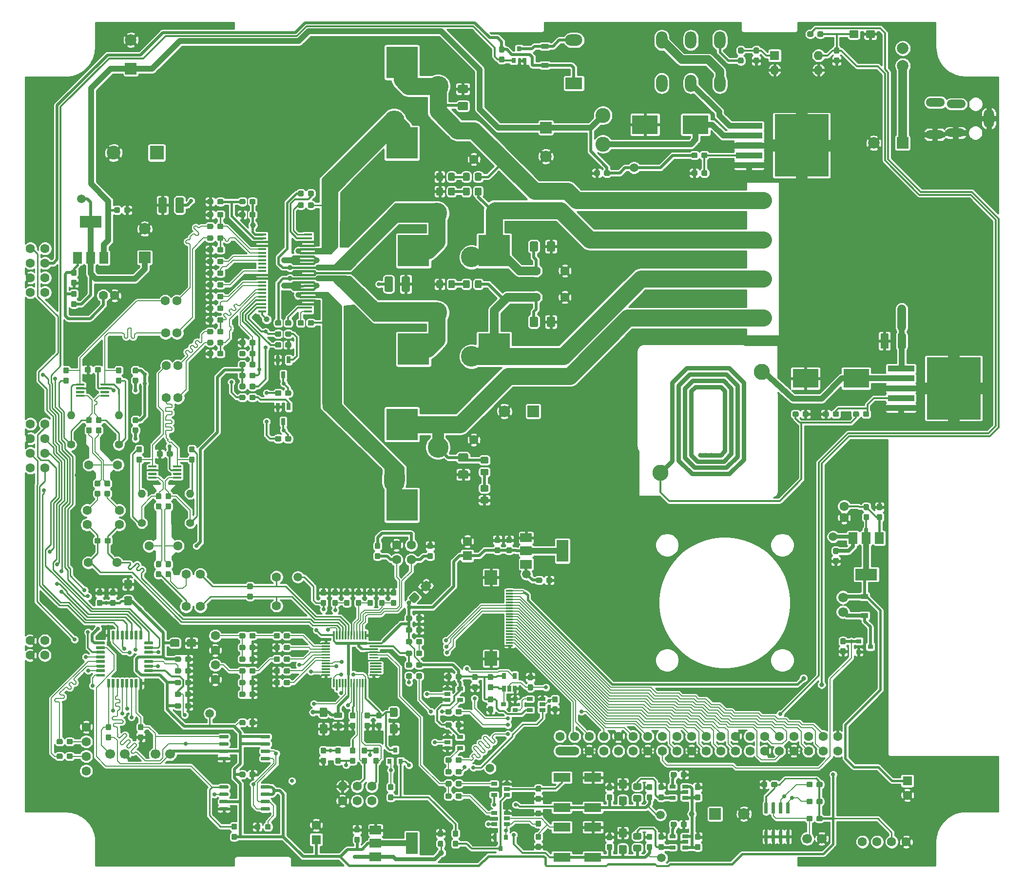
<source format=gbr>
G04 #@! TF.GenerationSoftware,KiCad,Pcbnew,(5.1.5)-3*
G04 #@! TF.CreationDate,2022-02-02T16:58:45+03:00*
G04 #@! TF.ProjectId,Streamer_ADAU1701_MK2,53747265-616d-4657-925f-414441553137,rev?*
G04 #@! TF.SameCoordinates,Original*
G04 #@! TF.FileFunction,Copper,L1,Top*
G04 #@! TF.FilePolarity,Positive*
%FSLAX46Y46*%
G04 Gerber Fmt 4.6, Leading zero omitted, Abs format (unit mm)*
G04 Created by KiCad (PCBNEW (5.1.5)-3) date 2022-02-02 16:58:45*
%MOMM*%
%LPD*%
G04 APERTURE LIST*
%ADD10R,5.500000X5.500000*%
%ADD11C,0.100000*%
%ADD12C,1.600000*%
%ADD13R,1.600000X1.600000*%
%ADD14R,3.800000X2.000000*%
%ADD15R,1.500000X2.000000*%
%ADD16C,1.400000*%
%ADD17O,1.400000X1.400000*%
%ADD18C,3.600000*%
%ADD19R,2.200000X2.500000*%
%ADD20R,1.300000X0.300000*%
%ADD21C,1.500000*%
%ADD22R,2.000000X3.800000*%
%ADD23R,2.000000X1.500000*%
%ADD24O,1.700000X1.600000*%
%ADD25O,5.600000X7.600000*%
%ADD26C,6.400000*%
%ADD27C,6.000000*%
%ADD28C,2.000000*%
%ADD29C,2.600000*%
%ADD30O,1.800000X3.300000*%
%ADD31O,3.300000X1.500000*%
%ADD32R,3.000000X1.540000*%
%ADD33R,2.000000X2.000000*%
%ADD34R,2.400000X2.400000*%
%ADD35C,2.400000*%
%ADD36R,9.400000X10.800000*%
%ADD37R,4.600000X1.100000*%
%ADD38R,1.060000X0.650000*%
%ADD39R,0.650000X1.060000*%
%ADD40O,1.600000X1.600000*%
%ADD41C,1.700000*%
%ADD42R,3.000000X2.000000*%
%ADD43O,3.000000X2.000000*%
%ADD44O,2.000000X3.000000*%
%ADD45C,2.800000*%
%ADD46R,0.650000X1.220000*%
%ADD47R,1.200000X0.900000*%
%ADD48R,4.500000X3.300000*%
%ADD49R,0.800000X0.900000*%
%ADD50R,0.900000X0.800000*%
%ADD51R,1.450000X0.400000*%
%ADD52C,0.700000*%
%ADD53C,1.000000*%
%ADD54C,0.800000*%
%ADD55C,0.900000*%
%ADD56C,0.200000*%
%ADD57C,0.300000*%
%ADD58C,0.285000*%
%ADD59C,2.000000*%
%ADD60C,0.400000*%
%ADD61C,0.500000*%
%ADD62C,0.700000*%
%ADD63C,1.500000*%
%ADD64C,0.800000*%
%ADD65C,1.000000*%
%ADD66C,3.000000*%
%ADD67C,0.254000*%
G04 APERTURE END LIST*
D10*
X132100000Y-103500000D03*
X132100000Y-89500000D03*
X134100000Y-76400000D03*
X148100000Y-76400000D03*
X134100000Y-59300000D03*
X148100000Y-59300000D03*
X132100000Y-40600000D03*
X132100000Y-26600000D03*
G04 #@! TA.AperFunction,SMDPad,CuDef*
D11*
G36*
X84949505Y-116476204D02*
G01*
X84973773Y-116479804D01*
X84997572Y-116485765D01*
X85020671Y-116494030D01*
X85042850Y-116504520D01*
X85063893Y-116517132D01*
X85083599Y-116531747D01*
X85101777Y-116548223D01*
X85118253Y-116566401D01*
X85132868Y-116586107D01*
X85145480Y-116607150D01*
X85155970Y-116629329D01*
X85164235Y-116652428D01*
X85170196Y-116676227D01*
X85173796Y-116700495D01*
X85175000Y-116724999D01*
X85175000Y-117800001D01*
X85173796Y-117824505D01*
X85170196Y-117848773D01*
X85164235Y-117872572D01*
X85155970Y-117895671D01*
X85145480Y-117917850D01*
X85132868Y-117938893D01*
X85118253Y-117958599D01*
X85101777Y-117976777D01*
X85083599Y-117993253D01*
X85063893Y-118007868D01*
X85042850Y-118020480D01*
X85020671Y-118030970D01*
X84997572Y-118039235D01*
X84973773Y-118045196D01*
X84949505Y-118048796D01*
X84925001Y-118050000D01*
X84074999Y-118050000D01*
X84050495Y-118048796D01*
X84026227Y-118045196D01*
X84002428Y-118039235D01*
X83979329Y-118030970D01*
X83957150Y-118020480D01*
X83936107Y-118007868D01*
X83916401Y-117993253D01*
X83898223Y-117976777D01*
X83881747Y-117958599D01*
X83867132Y-117938893D01*
X83854520Y-117917850D01*
X83844030Y-117895671D01*
X83835765Y-117872572D01*
X83829804Y-117848773D01*
X83826204Y-117824505D01*
X83825000Y-117800001D01*
X83825000Y-116724999D01*
X83826204Y-116700495D01*
X83829804Y-116676227D01*
X83835765Y-116652428D01*
X83844030Y-116629329D01*
X83854520Y-116607150D01*
X83867132Y-116586107D01*
X83881747Y-116566401D01*
X83898223Y-116548223D01*
X83916401Y-116531747D01*
X83936107Y-116517132D01*
X83957150Y-116504520D01*
X83979329Y-116494030D01*
X84002428Y-116485765D01*
X84026227Y-116479804D01*
X84050495Y-116476204D01*
X84074999Y-116475000D01*
X84925001Y-116475000D01*
X84949505Y-116476204D01*
G37*
G04 #@! TD.AperFunction*
G04 #@! TA.AperFunction,SMDPad,CuDef*
G36*
X84949505Y-119351204D02*
G01*
X84973773Y-119354804D01*
X84997572Y-119360765D01*
X85020671Y-119369030D01*
X85042850Y-119379520D01*
X85063893Y-119392132D01*
X85083599Y-119406747D01*
X85101777Y-119423223D01*
X85118253Y-119441401D01*
X85132868Y-119461107D01*
X85145480Y-119482150D01*
X85155970Y-119504329D01*
X85164235Y-119527428D01*
X85170196Y-119551227D01*
X85173796Y-119575495D01*
X85175000Y-119599999D01*
X85175000Y-120675001D01*
X85173796Y-120699505D01*
X85170196Y-120723773D01*
X85164235Y-120747572D01*
X85155970Y-120770671D01*
X85145480Y-120792850D01*
X85132868Y-120813893D01*
X85118253Y-120833599D01*
X85101777Y-120851777D01*
X85083599Y-120868253D01*
X85063893Y-120882868D01*
X85042850Y-120895480D01*
X85020671Y-120905970D01*
X84997572Y-120914235D01*
X84973773Y-120920196D01*
X84949505Y-120923796D01*
X84925001Y-120925000D01*
X84074999Y-120925000D01*
X84050495Y-120923796D01*
X84026227Y-120920196D01*
X84002428Y-120914235D01*
X83979329Y-120905970D01*
X83957150Y-120895480D01*
X83936107Y-120882868D01*
X83916401Y-120868253D01*
X83898223Y-120851777D01*
X83881747Y-120833599D01*
X83867132Y-120813893D01*
X83854520Y-120792850D01*
X83844030Y-120770671D01*
X83835765Y-120747572D01*
X83829804Y-120723773D01*
X83826204Y-120699505D01*
X83825000Y-120675001D01*
X83825000Y-119599999D01*
X83826204Y-119575495D01*
X83829804Y-119551227D01*
X83835765Y-119527428D01*
X83844030Y-119504329D01*
X83854520Y-119482150D01*
X83867132Y-119461107D01*
X83881747Y-119441401D01*
X83898223Y-119423223D01*
X83916401Y-119406747D01*
X83936107Y-119392132D01*
X83957150Y-119379520D01*
X83979329Y-119369030D01*
X84002428Y-119360765D01*
X84026227Y-119354804D01*
X84050495Y-119351204D01*
X84074999Y-119350000D01*
X84925001Y-119350000D01*
X84949505Y-119351204D01*
G37*
G04 #@! TD.AperFunction*
D12*
X143450000Y-109800000D03*
D13*
X143450000Y-112300000D03*
D12*
X159527200Y-143670800D03*
X159527200Y-146210800D03*
X162067200Y-143670800D03*
X162067200Y-146210800D03*
X164607200Y-143670800D03*
X164607200Y-146210800D03*
X167147200Y-143670800D03*
X167147200Y-146210800D03*
X169687200Y-143670800D03*
X169687200Y-146210800D03*
X172227200Y-143670800D03*
X172227200Y-146210800D03*
X174767200Y-143670800D03*
X174767200Y-146210800D03*
X177307200Y-143670800D03*
X177307200Y-146210800D03*
X179847200Y-143670800D03*
X179847200Y-146210800D03*
X182387200Y-143670800D03*
X182387200Y-146210800D03*
X184927200Y-143670800D03*
X184927200Y-146210800D03*
X187467200Y-143670800D03*
X187467200Y-146210800D03*
X190007200Y-143670800D03*
X190007200Y-146210800D03*
X192547200Y-143670800D03*
X192547200Y-146210800D03*
X195087200Y-143670800D03*
X195087200Y-146210800D03*
X197627200Y-143670800D03*
X197627200Y-146210800D03*
X200167200Y-143670800D03*
X200167200Y-146210800D03*
X202707200Y-143670800D03*
X202707200Y-146210800D03*
X205247200Y-143670800D03*
X205247200Y-146210800D03*
X207787200Y-143670800D03*
X207787200Y-146210800D03*
X117190000Y-159100000D03*
D13*
X117190000Y-161600000D03*
D12*
X219700000Y-162000000D03*
X217160000Y-162000000D03*
X214620000Y-162000000D03*
X212080000Y-162000000D03*
X82984000Y-106900000D03*
X82984000Y-104400000D03*
X208900000Y-105700000D03*
X208900000Y-103700000D03*
G04 #@! TA.AperFunction,SMDPad,CuDef*
D11*
G36*
X215311979Y-105071144D02*
G01*
X215335034Y-105074563D01*
X215357643Y-105080227D01*
X215379587Y-105088079D01*
X215400657Y-105098044D01*
X215420648Y-105110026D01*
X215439368Y-105123910D01*
X215456638Y-105139562D01*
X215472290Y-105156832D01*
X215486174Y-105175552D01*
X215498156Y-105195543D01*
X215508121Y-105216613D01*
X215515973Y-105238557D01*
X215521637Y-105261166D01*
X215525056Y-105284221D01*
X215526200Y-105307500D01*
X215526200Y-105882500D01*
X215525056Y-105905779D01*
X215521637Y-105928834D01*
X215515973Y-105951443D01*
X215508121Y-105973387D01*
X215498156Y-105994457D01*
X215486174Y-106014448D01*
X215472290Y-106033168D01*
X215456638Y-106050438D01*
X215439368Y-106066090D01*
X215420648Y-106079974D01*
X215400657Y-106091956D01*
X215379587Y-106101921D01*
X215357643Y-106109773D01*
X215335034Y-106115437D01*
X215311979Y-106118856D01*
X215288700Y-106120000D01*
X214813700Y-106120000D01*
X214790421Y-106118856D01*
X214767366Y-106115437D01*
X214744757Y-106109773D01*
X214722813Y-106101921D01*
X214701743Y-106091956D01*
X214681752Y-106079974D01*
X214663032Y-106066090D01*
X214645762Y-106050438D01*
X214630110Y-106033168D01*
X214616226Y-106014448D01*
X214604244Y-105994457D01*
X214594279Y-105973387D01*
X214586427Y-105951443D01*
X214580763Y-105928834D01*
X214577344Y-105905779D01*
X214576200Y-105882500D01*
X214576200Y-105307500D01*
X214577344Y-105284221D01*
X214580763Y-105261166D01*
X214586427Y-105238557D01*
X214594279Y-105216613D01*
X214604244Y-105195543D01*
X214616226Y-105175552D01*
X214630110Y-105156832D01*
X214645762Y-105139562D01*
X214663032Y-105123910D01*
X214681752Y-105110026D01*
X214701743Y-105098044D01*
X214722813Y-105088079D01*
X214744757Y-105080227D01*
X214767366Y-105074563D01*
X214790421Y-105071144D01*
X214813700Y-105070000D01*
X215288700Y-105070000D01*
X215311979Y-105071144D01*
G37*
G04 #@! TD.AperFunction*
G04 #@! TA.AperFunction,SMDPad,CuDef*
G36*
X215311979Y-103321144D02*
G01*
X215335034Y-103324563D01*
X215357643Y-103330227D01*
X215379587Y-103338079D01*
X215400657Y-103348044D01*
X215420648Y-103360026D01*
X215439368Y-103373910D01*
X215456638Y-103389562D01*
X215472290Y-103406832D01*
X215486174Y-103425552D01*
X215498156Y-103445543D01*
X215508121Y-103466613D01*
X215515973Y-103488557D01*
X215521637Y-103511166D01*
X215525056Y-103534221D01*
X215526200Y-103557500D01*
X215526200Y-104132500D01*
X215525056Y-104155779D01*
X215521637Y-104178834D01*
X215515973Y-104201443D01*
X215508121Y-104223387D01*
X215498156Y-104244457D01*
X215486174Y-104264448D01*
X215472290Y-104283168D01*
X215456638Y-104300438D01*
X215439368Y-104316090D01*
X215420648Y-104329974D01*
X215400657Y-104341956D01*
X215379587Y-104351921D01*
X215357643Y-104359773D01*
X215335034Y-104365437D01*
X215311979Y-104368856D01*
X215288700Y-104370000D01*
X214813700Y-104370000D01*
X214790421Y-104368856D01*
X214767366Y-104365437D01*
X214744757Y-104359773D01*
X214722813Y-104351921D01*
X214701743Y-104341956D01*
X214681752Y-104329974D01*
X214663032Y-104316090D01*
X214645762Y-104300438D01*
X214630110Y-104283168D01*
X214616226Y-104264448D01*
X214604244Y-104244457D01*
X214594279Y-104223387D01*
X214586427Y-104201443D01*
X214580763Y-104178834D01*
X214577344Y-104155779D01*
X214576200Y-104132500D01*
X214576200Y-103557500D01*
X214577344Y-103534221D01*
X214580763Y-103511166D01*
X214586427Y-103488557D01*
X214594279Y-103466613D01*
X214604244Y-103445543D01*
X214616226Y-103425552D01*
X214630110Y-103406832D01*
X214645762Y-103389562D01*
X214663032Y-103373910D01*
X214681752Y-103360026D01*
X214701743Y-103348044D01*
X214722813Y-103338079D01*
X214744757Y-103330227D01*
X214767366Y-103324563D01*
X214790421Y-103321144D01*
X214813700Y-103320000D01*
X215288700Y-103320000D01*
X215311979Y-103321144D01*
G37*
G04 #@! TD.AperFunction*
G04 #@! TA.AperFunction,SMDPad,CuDef*
G36*
X207728779Y-112691144D02*
G01*
X207751834Y-112694563D01*
X207774443Y-112700227D01*
X207796387Y-112708079D01*
X207817457Y-112718044D01*
X207837448Y-112730026D01*
X207856168Y-112743910D01*
X207873438Y-112759562D01*
X207889090Y-112776832D01*
X207902974Y-112795552D01*
X207914956Y-112815543D01*
X207924921Y-112836613D01*
X207932773Y-112858557D01*
X207938437Y-112881166D01*
X207941856Y-112904221D01*
X207943000Y-112927500D01*
X207943000Y-113502500D01*
X207941856Y-113525779D01*
X207938437Y-113548834D01*
X207932773Y-113571443D01*
X207924921Y-113593387D01*
X207914956Y-113614457D01*
X207902974Y-113634448D01*
X207889090Y-113653168D01*
X207873438Y-113670438D01*
X207856168Y-113686090D01*
X207837448Y-113699974D01*
X207817457Y-113711956D01*
X207796387Y-113721921D01*
X207774443Y-113729773D01*
X207751834Y-113735437D01*
X207728779Y-113738856D01*
X207705500Y-113740000D01*
X207230500Y-113740000D01*
X207207221Y-113738856D01*
X207184166Y-113735437D01*
X207161557Y-113729773D01*
X207139613Y-113721921D01*
X207118543Y-113711956D01*
X207098552Y-113699974D01*
X207079832Y-113686090D01*
X207062562Y-113670438D01*
X207046910Y-113653168D01*
X207033026Y-113634448D01*
X207021044Y-113614457D01*
X207011079Y-113593387D01*
X207003227Y-113571443D01*
X206997563Y-113548834D01*
X206994144Y-113525779D01*
X206993000Y-113502500D01*
X206993000Y-112927500D01*
X206994144Y-112904221D01*
X206997563Y-112881166D01*
X207003227Y-112858557D01*
X207011079Y-112836613D01*
X207021044Y-112815543D01*
X207033026Y-112795552D01*
X207046910Y-112776832D01*
X207062562Y-112759562D01*
X207079832Y-112743910D01*
X207098552Y-112730026D01*
X207118543Y-112718044D01*
X207139613Y-112708079D01*
X207161557Y-112700227D01*
X207184166Y-112694563D01*
X207207221Y-112691144D01*
X207230500Y-112690000D01*
X207705500Y-112690000D01*
X207728779Y-112691144D01*
G37*
G04 #@! TD.AperFunction*
G04 #@! TA.AperFunction,SMDPad,CuDef*
G36*
X207728779Y-110941144D02*
G01*
X207751834Y-110944563D01*
X207774443Y-110950227D01*
X207796387Y-110958079D01*
X207817457Y-110968044D01*
X207837448Y-110980026D01*
X207856168Y-110993910D01*
X207873438Y-111009562D01*
X207889090Y-111026832D01*
X207902974Y-111045552D01*
X207914956Y-111065543D01*
X207924921Y-111086613D01*
X207932773Y-111108557D01*
X207938437Y-111131166D01*
X207941856Y-111154221D01*
X207943000Y-111177500D01*
X207943000Y-111752500D01*
X207941856Y-111775779D01*
X207938437Y-111798834D01*
X207932773Y-111821443D01*
X207924921Y-111843387D01*
X207914956Y-111864457D01*
X207902974Y-111884448D01*
X207889090Y-111903168D01*
X207873438Y-111920438D01*
X207856168Y-111936090D01*
X207837448Y-111949974D01*
X207817457Y-111961956D01*
X207796387Y-111971921D01*
X207774443Y-111979773D01*
X207751834Y-111985437D01*
X207728779Y-111988856D01*
X207705500Y-111990000D01*
X207230500Y-111990000D01*
X207207221Y-111988856D01*
X207184166Y-111985437D01*
X207161557Y-111979773D01*
X207139613Y-111971921D01*
X207118543Y-111961956D01*
X207098552Y-111949974D01*
X207079832Y-111936090D01*
X207062562Y-111920438D01*
X207046910Y-111903168D01*
X207033026Y-111884448D01*
X207021044Y-111864457D01*
X207011079Y-111843387D01*
X207003227Y-111821443D01*
X206997563Y-111798834D01*
X206994144Y-111775779D01*
X206993000Y-111752500D01*
X206993000Y-111177500D01*
X206994144Y-111154221D01*
X206997563Y-111131166D01*
X207003227Y-111108557D01*
X207011079Y-111086613D01*
X207021044Y-111065543D01*
X207033026Y-111045552D01*
X207046910Y-111026832D01*
X207062562Y-111009562D01*
X207079832Y-110993910D01*
X207098552Y-110980026D01*
X207118543Y-110968044D01*
X207139613Y-110958079D01*
X207161557Y-110950227D01*
X207184166Y-110944563D01*
X207207221Y-110941144D01*
X207230500Y-110940000D01*
X207705500Y-110940000D01*
X207728779Y-110941144D01*
G37*
G04 #@! TD.AperFunction*
D14*
X212751200Y-115540800D03*
D15*
X212751200Y-109240800D03*
X210451200Y-109240800D03*
X215051200Y-109240800D03*
G04 #@! TA.AperFunction,SMDPad,CuDef*
D11*
G36*
X213011979Y-105071144D02*
G01*
X213035034Y-105074563D01*
X213057643Y-105080227D01*
X213079587Y-105088079D01*
X213100657Y-105098044D01*
X213120648Y-105110026D01*
X213139368Y-105123910D01*
X213156638Y-105139562D01*
X213172290Y-105156832D01*
X213186174Y-105175552D01*
X213198156Y-105195543D01*
X213208121Y-105216613D01*
X213215973Y-105238557D01*
X213221637Y-105261166D01*
X213225056Y-105284221D01*
X213226200Y-105307500D01*
X213226200Y-105882500D01*
X213225056Y-105905779D01*
X213221637Y-105928834D01*
X213215973Y-105951443D01*
X213208121Y-105973387D01*
X213198156Y-105994457D01*
X213186174Y-106014448D01*
X213172290Y-106033168D01*
X213156638Y-106050438D01*
X213139368Y-106066090D01*
X213120648Y-106079974D01*
X213100657Y-106091956D01*
X213079587Y-106101921D01*
X213057643Y-106109773D01*
X213035034Y-106115437D01*
X213011979Y-106118856D01*
X212988700Y-106120000D01*
X212513700Y-106120000D01*
X212490421Y-106118856D01*
X212467366Y-106115437D01*
X212444757Y-106109773D01*
X212422813Y-106101921D01*
X212401743Y-106091956D01*
X212381752Y-106079974D01*
X212363032Y-106066090D01*
X212345762Y-106050438D01*
X212330110Y-106033168D01*
X212316226Y-106014448D01*
X212304244Y-105994457D01*
X212294279Y-105973387D01*
X212286427Y-105951443D01*
X212280763Y-105928834D01*
X212277344Y-105905779D01*
X212276200Y-105882500D01*
X212276200Y-105307500D01*
X212277344Y-105284221D01*
X212280763Y-105261166D01*
X212286427Y-105238557D01*
X212294279Y-105216613D01*
X212304244Y-105195543D01*
X212316226Y-105175552D01*
X212330110Y-105156832D01*
X212345762Y-105139562D01*
X212363032Y-105123910D01*
X212381752Y-105110026D01*
X212401743Y-105098044D01*
X212422813Y-105088079D01*
X212444757Y-105080227D01*
X212467366Y-105074563D01*
X212490421Y-105071144D01*
X212513700Y-105070000D01*
X212988700Y-105070000D01*
X213011979Y-105071144D01*
G37*
G04 #@! TD.AperFunction*
G04 #@! TA.AperFunction,SMDPad,CuDef*
G36*
X213011979Y-103321144D02*
G01*
X213035034Y-103324563D01*
X213057643Y-103330227D01*
X213079587Y-103338079D01*
X213100657Y-103348044D01*
X213120648Y-103360026D01*
X213139368Y-103373910D01*
X213156638Y-103389562D01*
X213172290Y-103406832D01*
X213186174Y-103425552D01*
X213198156Y-103445543D01*
X213208121Y-103466613D01*
X213215973Y-103488557D01*
X213221637Y-103511166D01*
X213225056Y-103534221D01*
X213226200Y-103557500D01*
X213226200Y-104132500D01*
X213225056Y-104155779D01*
X213221637Y-104178834D01*
X213215973Y-104201443D01*
X213208121Y-104223387D01*
X213198156Y-104244457D01*
X213186174Y-104264448D01*
X213172290Y-104283168D01*
X213156638Y-104300438D01*
X213139368Y-104316090D01*
X213120648Y-104329974D01*
X213100657Y-104341956D01*
X213079587Y-104351921D01*
X213057643Y-104359773D01*
X213035034Y-104365437D01*
X213011979Y-104368856D01*
X212988700Y-104370000D01*
X212513700Y-104370000D01*
X212490421Y-104368856D01*
X212467366Y-104365437D01*
X212444757Y-104359773D01*
X212422813Y-104351921D01*
X212401743Y-104341956D01*
X212381752Y-104329974D01*
X212363032Y-104316090D01*
X212345762Y-104300438D01*
X212330110Y-104283168D01*
X212316226Y-104264448D01*
X212304244Y-104244457D01*
X212294279Y-104223387D01*
X212286427Y-104201443D01*
X212280763Y-104178834D01*
X212277344Y-104155779D01*
X212276200Y-104132500D01*
X212276200Y-103557500D01*
X212277344Y-103534221D01*
X212280763Y-103511166D01*
X212286427Y-103488557D01*
X212294279Y-103466613D01*
X212304244Y-103445543D01*
X212316226Y-103425552D01*
X212330110Y-103406832D01*
X212345762Y-103389562D01*
X212363032Y-103373910D01*
X212381752Y-103360026D01*
X212401743Y-103348044D01*
X212422813Y-103338079D01*
X212444757Y-103330227D01*
X212467366Y-103324563D01*
X212490421Y-103321144D01*
X212513700Y-103320000D01*
X212988700Y-103320000D01*
X213011979Y-103321144D01*
G37*
G04 #@! TD.AperFunction*
D12*
X77396000Y-106900000D03*
X77396000Y-104400000D03*
D16*
X86900000Y-106600000D03*
D17*
X86900000Y-101520000D03*
D12*
X99664000Y-126200000D03*
X99664000Y-128740000D03*
X99664000Y-133820000D03*
X99664000Y-131280000D03*
D18*
X138348200Y-93469300D03*
X130728200Y-99469300D03*
X144169000Y-77673300D03*
X138169000Y-70053300D03*
X138169000Y-52794000D03*
X144169000Y-60414000D03*
X138348200Y-30731300D03*
X130728200Y-36731300D03*
D19*
X147540000Y-130152000D03*
X147540000Y-116052000D03*
D20*
X150790000Y-118402000D03*
X150790000Y-118902000D03*
X150790000Y-119402000D03*
X150790000Y-119902000D03*
X150790000Y-120402000D03*
X150790000Y-120902000D03*
X150790000Y-121402000D03*
X150790000Y-121902000D03*
X150790000Y-122402000D03*
X150790000Y-122902000D03*
X150790000Y-123402000D03*
X150790000Y-123902000D03*
X150790000Y-124402000D03*
X150790000Y-124902000D03*
X150790000Y-125402000D03*
X150790000Y-125902000D03*
X150790000Y-126402000D03*
X150790000Y-126902000D03*
X150790000Y-127402000D03*
X150790000Y-127902000D03*
D21*
X172400000Y-44900000D03*
D22*
X159964000Y-111468000D03*
D23*
X153664000Y-111468000D03*
X153664000Y-113768000D03*
X153664000Y-109168000D03*
X127502000Y-159968000D03*
X127502000Y-164568000D03*
X127502000Y-162268000D03*
D22*
X133802000Y-162268000D03*
D15*
X75700000Y-60550000D03*
X80300000Y-60550000D03*
X78000000Y-60550000D03*
D14*
X78000000Y-54250000D03*
D12*
X67550500Y-66548000D03*
X70090500Y-66548000D03*
X67550500Y-64008000D03*
X70090500Y-64008000D03*
X67550500Y-61468000D03*
X70090500Y-61468000D03*
X67550500Y-58928000D03*
X70090500Y-58928000D03*
X67550500Y-97028000D03*
X70090500Y-97028000D03*
X67550500Y-94488000D03*
X70090500Y-94488000D03*
X67550500Y-91948000D03*
X70090500Y-91948000D03*
X67550500Y-89408000D03*
X70090500Y-89408000D03*
X67500500Y-127040800D03*
X70040500Y-127040800D03*
X67500500Y-129580800D03*
X70040500Y-129580800D03*
X133700000Y-110452000D03*
X133700000Y-112992000D03*
X131160000Y-110452000D03*
X131160000Y-112992000D03*
X126842000Y-152362000D03*
X126842000Y-154902000D03*
X124302000Y-152362000D03*
X124302000Y-154902000D03*
D24*
X121762000Y-152362000D03*
D12*
X121762000Y-154902000D03*
X77230000Y-149673000D03*
X77230000Y-147133000D03*
X77230000Y-144593000D03*
X77230000Y-142053000D03*
D25*
X101700000Y-33650000D03*
X121700000Y-33650000D03*
X101650000Y-96700000D03*
X121650000Y-96700000D03*
D26*
X211507200Y-153430800D03*
X92207200Y-153430800D03*
X92207200Y-32430800D03*
X151907200Y-32430800D03*
X211507200Y-32430800D03*
D27*
X212657200Y-95940800D03*
X154657200Y-95940800D03*
X212657200Y-144940800D03*
X154657200Y-144940800D03*
D12*
X94584000Y-121120000D03*
X97084000Y-121120000D03*
X94584000Y-115532000D03*
X97084000Y-115532000D03*
G04 #@! TA.AperFunction,SMDPad,CuDef*
D11*
G36*
X89385802Y-98527482D02*
G01*
X89395509Y-98528921D01*
X89405028Y-98531306D01*
X89414268Y-98534612D01*
X89423140Y-98538808D01*
X89431557Y-98543853D01*
X89439439Y-98549699D01*
X89446711Y-98556289D01*
X89453301Y-98563561D01*
X89459147Y-98571443D01*
X89464192Y-98579860D01*
X89468388Y-98588732D01*
X89471694Y-98597972D01*
X89474079Y-98607491D01*
X89475518Y-98617198D01*
X89476000Y-98627000D01*
X89476000Y-98827000D01*
X89475518Y-98836802D01*
X89474079Y-98846509D01*
X89471694Y-98856028D01*
X89468388Y-98865268D01*
X89464192Y-98874140D01*
X89459147Y-98882557D01*
X89453301Y-98890439D01*
X89446711Y-98897711D01*
X89439439Y-98904301D01*
X89431557Y-98910147D01*
X89423140Y-98915192D01*
X89414268Y-98919388D01*
X89405028Y-98922694D01*
X89395509Y-98925079D01*
X89385802Y-98926518D01*
X89376000Y-98927000D01*
X88126000Y-98927000D01*
X88116198Y-98926518D01*
X88106491Y-98925079D01*
X88096972Y-98922694D01*
X88087732Y-98919388D01*
X88078860Y-98915192D01*
X88070443Y-98910147D01*
X88062561Y-98904301D01*
X88055289Y-98897711D01*
X88048699Y-98890439D01*
X88042853Y-98882557D01*
X88037808Y-98874140D01*
X88033612Y-98865268D01*
X88030306Y-98856028D01*
X88027921Y-98846509D01*
X88026482Y-98836802D01*
X88026000Y-98827000D01*
X88026000Y-98627000D01*
X88026482Y-98617198D01*
X88027921Y-98607491D01*
X88030306Y-98597972D01*
X88033612Y-98588732D01*
X88037808Y-98579860D01*
X88042853Y-98571443D01*
X88048699Y-98563561D01*
X88055289Y-98556289D01*
X88062561Y-98549699D01*
X88070443Y-98543853D01*
X88078860Y-98538808D01*
X88087732Y-98534612D01*
X88096972Y-98531306D01*
X88106491Y-98528921D01*
X88116198Y-98527482D01*
X88126000Y-98527000D01*
X89376000Y-98527000D01*
X89385802Y-98527482D01*
G37*
G04 #@! TD.AperFunction*
G04 #@! TA.AperFunction,SMDPad,CuDef*
G36*
X89385802Y-97877482D02*
G01*
X89395509Y-97878921D01*
X89405028Y-97881306D01*
X89414268Y-97884612D01*
X89423140Y-97888808D01*
X89431557Y-97893853D01*
X89439439Y-97899699D01*
X89446711Y-97906289D01*
X89453301Y-97913561D01*
X89459147Y-97921443D01*
X89464192Y-97929860D01*
X89468388Y-97938732D01*
X89471694Y-97947972D01*
X89474079Y-97957491D01*
X89475518Y-97967198D01*
X89476000Y-97977000D01*
X89476000Y-98177000D01*
X89475518Y-98186802D01*
X89474079Y-98196509D01*
X89471694Y-98206028D01*
X89468388Y-98215268D01*
X89464192Y-98224140D01*
X89459147Y-98232557D01*
X89453301Y-98240439D01*
X89446711Y-98247711D01*
X89439439Y-98254301D01*
X89431557Y-98260147D01*
X89423140Y-98265192D01*
X89414268Y-98269388D01*
X89405028Y-98272694D01*
X89395509Y-98275079D01*
X89385802Y-98276518D01*
X89376000Y-98277000D01*
X88126000Y-98277000D01*
X88116198Y-98276518D01*
X88106491Y-98275079D01*
X88096972Y-98272694D01*
X88087732Y-98269388D01*
X88078860Y-98265192D01*
X88070443Y-98260147D01*
X88062561Y-98254301D01*
X88055289Y-98247711D01*
X88048699Y-98240439D01*
X88042853Y-98232557D01*
X88037808Y-98224140D01*
X88033612Y-98215268D01*
X88030306Y-98206028D01*
X88027921Y-98196509D01*
X88026482Y-98186802D01*
X88026000Y-98177000D01*
X88026000Y-97977000D01*
X88026482Y-97967198D01*
X88027921Y-97957491D01*
X88030306Y-97947972D01*
X88033612Y-97938732D01*
X88037808Y-97929860D01*
X88042853Y-97921443D01*
X88048699Y-97913561D01*
X88055289Y-97906289D01*
X88062561Y-97899699D01*
X88070443Y-97893853D01*
X88078860Y-97888808D01*
X88087732Y-97884612D01*
X88096972Y-97881306D01*
X88106491Y-97878921D01*
X88116198Y-97877482D01*
X88126000Y-97877000D01*
X89376000Y-97877000D01*
X89385802Y-97877482D01*
G37*
G04 #@! TD.AperFunction*
G04 #@! TA.AperFunction,SMDPad,CuDef*
G36*
X89385802Y-97227482D02*
G01*
X89395509Y-97228921D01*
X89405028Y-97231306D01*
X89414268Y-97234612D01*
X89423140Y-97238808D01*
X89431557Y-97243853D01*
X89439439Y-97249699D01*
X89446711Y-97256289D01*
X89453301Y-97263561D01*
X89459147Y-97271443D01*
X89464192Y-97279860D01*
X89468388Y-97288732D01*
X89471694Y-97297972D01*
X89474079Y-97307491D01*
X89475518Y-97317198D01*
X89476000Y-97327000D01*
X89476000Y-97527000D01*
X89475518Y-97536802D01*
X89474079Y-97546509D01*
X89471694Y-97556028D01*
X89468388Y-97565268D01*
X89464192Y-97574140D01*
X89459147Y-97582557D01*
X89453301Y-97590439D01*
X89446711Y-97597711D01*
X89439439Y-97604301D01*
X89431557Y-97610147D01*
X89423140Y-97615192D01*
X89414268Y-97619388D01*
X89405028Y-97622694D01*
X89395509Y-97625079D01*
X89385802Y-97626518D01*
X89376000Y-97627000D01*
X88126000Y-97627000D01*
X88116198Y-97626518D01*
X88106491Y-97625079D01*
X88096972Y-97622694D01*
X88087732Y-97619388D01*
X88078860Y-97615192D01*
X88070443Y-97610147D01*
X88062561Y-97604301D01*
X88055289Y-97597711D01*
X88048699Y-97590439D01*
X88042853Y-97582557D01*
X88037808Y-97574140D01*
X88033612Y-97565268D01*
X88030306Y-97556028D01*
X88027921Y-97546509D01*
X88026482Y-97536802D01*
X88026000Y-97527000D01*
X88026000Y-97327000D01*
X88026482Y-97317198D01*
X88027921Y-97307491D01*
X88030306Y-97297972D01*
X88033612Y-97288732D01*
X88037808Y-97279860D01*
X88042853Y-97271443D01*
X88048699Y-97263561D01*
X88055289Y-97256289D01*
X88062561Y-97249699D01*
X88070443Y-97243853D01*
X88078860Y-97238808D01*
X88087732Y-97234612D01*
X88096972Y-97231306D01*
X88106491Y-97228921D01*
X88116198Y-97227482D01*
X88126000Y-97227000D01*
X89376000Y-97227000D01*
X89385802Y-97227482D01*
G37*
G04 #@! TD.AperFunction*
G04 #@! TA.AperFunction,SMDPad,CuDef*
G36*
X89385802Y-96577482D02*
G01*
X89395509Y-96578921D01*
X89405028Y-96581306D01*
X89414268Y-96584612D01*
X89423140Y-96588808D01*
X89431557Y-96593853D01*
X89439439Y-96599699D01*
X89446711Y-96606289D01*
X89453301Y-96613561D01*
X89459147Y-96621443D01*
X89464192Y-96629860D01*
X89468388Y-96638732D01*
X89471694Y-96647972D01*
X89474079Y-96657491D01*
X89475518Y-96667198D01*
X89476000Y-96677000D01*
X89476000Y-96877000D01*
X89475518Y-96886802D01*
X89474079Y-96896509D01*
X89471694Y-96906028D01*
X89468388Y-96915268D01*
X89464192Y-96924140D01*
X89459147Y-96932557D01*
X89453301Y-96940439D01*
X89446711Y-96947711D01*
X89439439Y-96954301D01*
X89431557Y-96960147D01*
X89423140Y-96965192D01*
X89414268Y-96969388D01*
X89405028Y-96972694D01*
X89395509Y-96975079D01*
X89385802Y-96976518D01*
X89376000Y-96977000D01*
X88126000Y-96977000D01*
X88116198Y-96976518D01*
X88106491Y-96975079D01*
X88096972Y-96972694D01*
X88087732Y-96969388D01*
X88078860Y-96965192D01*
X88070443Y-96960147D01*
X88062561Y-96954301D01*
X88055289Y-96947711D01*
X88048699Y-96940439D01*
X88042853Y-96932557D01*
X88037808Y-96924140D01*
X88033612Y-96915268D01*
X88030306Y-96906028D01*
X88027921Y-96896509D01*
X88026482Y-96886802D01*
X88026000Y-96877000D01*
X88026000Y-96677000D01*
X88026482Y-96667198D01*
X88027921Y-96657491D01*
X88030306Y-96647972D01*
X88033612Y-96638732D01*
X88037808Y-96629860D01*
X88042853Y-96621443D01*
X88048699Y-96613561D01*
X88055289Y-96606289D01*
X88062561Y-96599699D01*
X88070443Y-96593853D01*
X88078860Y-96588808D01*
X88087732Y-96584612D01*
X88096972Y-96581306D01*
X88106491Y-96578921D01*
X88116198Y-96577482D01*
X88126000Y-96577000D01*
X89376000Y-96577000D01*
X89385802Y-96577482D01*
G37*
G04 #@! TD.AperFunction*
G04 #@! TA.AperFunction,SMDPad,CuDef*
G36*
X93685802Y-96577482D02*
G01*
X93695509Y-96578921D01*
X93705028Y-96581306D01*
X93714268Y-96584612D01*
X93723140Y-96588808D01*
X93731557Y-96593853D01*
X93739439Y-96599699D01*
X93746711Y-96606289D01*
X93753301Y-96613561D01*
X93759147Y-96621443D01*
X93764192Y-96629860D01*
X93768388Y-96638732D01*
X93771694Y-96647972D01*
X93774079Y-96657491D01*
X93775518Y-96667198D01*
X93776000Y-96677000D01*
X93776000Y-96877000D01*
X93775518Y-96886802D01*
X93774079Y-96896509D01*
X93771694Y-96906028D01*
X93768388Y-96915268D01*
X93764192Y-96924140D01*
X93759147Y-96932557D01*
X93753301Y-96940439D01*
X93746711Y-96947711D01*
X93739439Y-96954301D01*
X93731557Y-96960147D01*
X93723140Y-96965192D01*
X93714268Y-96969388D01*
X93705028Y-96972694D01*
X93695509Y-96975079D01*
X93685802Y-96976518D01*
X93676000Y-96977000D01*
X92426000Y-96977000D01*
X92416198Y-96976518D01*
X92406491Y-96975079D01*
X92396972Y-96972694D01*
X92387732Y-96969388D01*
X92378860Y-96965192D01*
X92370443Y-96960147D01*
X92362561Y-96954301D01*
X92355289Y-96947711D01*
X92348699Y-96940439D01*
X92342853Y-96932557D01*
X92337808Y-96924140D01*
X92333612Y-96915268D01*
X92330306Y-96906028D01*
X92327921Y-96896509D01*
X92326482Y-96886802D01*
X92326000Y-96877000D01*
X92326000Y-96677000D01*
X92326482Y-96667198D01*
X92327921Y-96657491D01*
X92330306Y-96647972D01*
X92333612Y-96638732D01*
X92337808Y-96629860D01*
X92342853Y-96621443D01*
X92348699Y-96613561D01*
X92355289Y-96606289D01*
X92362561Y-96599699D01*
X92370443Y-96593853D01*
X92378860Y-96588808D01*
X92387732Y-96584612D01*
X92396972Y-96581306D01*
X92406491Y-96578921D01*
X92416198Y-96577482D01*
X92426000Y-96577000D01*
X93676000Y-96577000D01*
X93685802Y-96577482D01*
G37*
G04 #@! TD.AperFunction*
G04 #@! TA.AperFunction,SMDPad,CuDef*
G36*
X93685802Y-97227482D02*
G01*
X93695509Y-97228921D01*
X93705028Y-97231306D01*
X93714268Y-97234612D01*
X93723140Y-97238808D01*
X93731557Y-97243853D01*
X93739439Y-97249699D01*
X93746711Y-97256289D01*
X93753301Y-97263561D01*
X93759147Y-97271443D01*
X93764192Y-97279860D01*
X93768388Y-97288732D01*
X93771694Y-97297972D01*
X93774079Y-97307491D01*
X93775518Y-97317198D01*
X93776000Y-97327000D01*
X93776000Y-97527000D01*
X93775518Y-97536802D01*
X93774079Y-97546509D01*
X93771694Y-97556028D01*
X93768388Y-97565268D01*
X93764192Y-97574140D01*
X93759147Y-97582557D01*
X93753301Y-97590439D01*
X93746711Y-97597711D01*
X93739439Y-97604301D01*
X93731557Y-97610147D01*
X93723140Y-97615192D01*
X93714268Y-97619388D01*
X93705028Y-97622694D01*
X93695509Y-97625079D01*
X93685802Y-97626518D01*
X93676000Y-97627000D01*
X92426000Y-97627000D01*
X92416198Y-97626518D01*
X92406491Y-97625079D01*
X92396972Y-97622694D01*
X92387732Y-97619388D01*
X92378860Y-97615192D01*
X92370443Y-97610147D01*
X92362561Y-97604301D01*
X92355289Y-97597711D01*
X92348699Y-97590439D01*
X92342853Y-97582557D01*
X92337808Y-97574140D01*
X92333612Y-97565268D01*
X92330306Y-97556028D01*
X92327921Y-97546509D01*
X92326482Y-97536802D01*
X92326000Y-97527000D01*
X92326000Y-97327000D01*
X92326482Y-97317198D01*
X92327921Y-97307491D01*
X92330306Y-97297972D01*
X92333612Y-97288732D01*
X92337808Y-97279860D01*
X92342853Y-97271443D01*
X92348699Y-97263561D01*
X92355289Y-97256289D01*
X92362561Y-97249699D01*
X92370443Y-97243853D01*
X92378860Y-97238808D01*
X92387732Y-97234612D01*
X92396972Y-97231306D01*
X92406491Y-97228921D01*
X92416198Y-97227482D01*
X92426000Y-97227000D01*
X93676000Y-97227000D01*
X93685802Y-97227482D01*
G37*
G04 #@! TD.AperFunction*
G04 #@! TA.AperFunction,SMDPad,CuDef*
G36*
X93685802Y-97877482D02*
G01*
X93695509Y-97878921D01*
X93705028Y-97881306D01*
X93714268Y-97884612D01*
X93723140Y-97888808D01*
X93731557Y-97893853D01*
X93739439Y-97899699D01*
X93746711Y-97906289D01*
X93753301Y-97913561D01*
X93759147Y-97921443D01*
X93764192Y-97929860D01*
X93768388Y-97938732D01*
X93771694Y-97947972D01*
X93774079Y-97957491D01*
X93775518Y-97967198D01*
X93776000Y-97977000D01*
X93776000Y-98177000D01*
X93775518Y-98186802D01*
X93774079Y-98196509D01*
X93771694Y-98206028D01*
X93768388Y-98215268D01*
X93764192Y-98224140D01*
X93759147Y-98232557D01*
X93753301Y-98240439D01*
X93746711Y-98247711D01*
X93739439Y-98254301D01*
X93731557Y-98260147D01*
X93723140Y-98265192D01*
X93714268Y-98269388D01*
X93705028Y-98272694D01*
X93695509Y-98275079D01*
X93685802Y-98276518D01*
X93676000Y-98277000D01*
X92426000Y-98277000D01*
X92416198Y-98276518D01*
X92406491Y-98275079D01*
X92396972Y-98272694D01*
X92387732Y-98269388D01*
X92378860Y-98265192D01*
X92370443Y-98260147D01*
X92362561Y-98254301D01*
X92355289Y-98247711D01*
X92348699Y-98240439D01*
X92342853Y-98232557D01*
X92337808Y-98224140D01*
X92333612Y-98215268D01*
X92330306Y-98206028D01*
X92327921Y-98196509D01*
X92326482Y-98186802D01*
X92326000Y-98177000D01*
X92326000Y-97977000D01*
X92326482Y-97967198D01*
X92327921Y-97957491D01*
X92330306Y-97947972D01*
X92333612Y-97938732D01*
X92337808Y-97929860D01*
X92342853Y-97921443D01*
X92348699Y-97913561D01*
X92355289Y-97906289D01*
X92362561Y-97899699D01*
X92370443Y-97893853D01*
X92378860Y-97888808D01*
X92387732Y-97884612D01*
X92396972Y-97881306D01*
X92406491Y-97878921D01*
X92416198Y-97877482D01*
X92426000Y-97877000D01*
X93676000Y-97877000D01*
X93685802Y-97877482D01*
G37*
G04 #@! TD.AperFunction*
G04 #@! TA.AperFunction,SMDPad,CuDef*
G36*
X93685802Y-98527482D02*
G01*
X93695509Y-98528921D01*
X93705028Y-98531306D01*
X93714268Y-98534612D01*
X93723140Y-98538808D01*
X93731557Y-98543853D01*
X93739439Y-98549699D01*
X93746711Y-98556289D01*
X93753301Y-98563561D01*
X93759147Y-98571443D01*
X93764192Y-98579860D01*
X93768388Y-98588732D01*
X93771694Y-98597972D01*
X93774079Y-98607491D01*
X93775518Y-98617198D01*
X93776000Y-98627000D01*
X93776000Y-98827000D01*
X93775518Y-98836802D01*
X93774079Y-98846509D01*
X93771694Y-98856028D01*
X93768388Y-98865268D01*
X93764192Y-98874140D01*
X93759147Y-98882557D01*
X93753301Y-98890439D01*
X93746711Y-98897711D01*
X93739439Y-98904301D01*
X93731557Y-98910147D01*
X93723140Y-98915192D01*
X93714268Y-98919388D01*
X93705028Y-98922694D01*
X93695509Y-98925079D01*
X93685802Y-98926518D01*
X93676000Y-98927000D01*
X92426000Y-98927000D01*
X92416198Y-98926518D01*
X92406491Y-98925079D01*
X92396972Y-98922694D01*
X92387732Y-98919388D01*
X92378860Y-98915192D01*
X92370443Y-98910147D01*
X92362561Y-98904301D01*
X92355289Y-98897711D01*
X92348699Y-98890439D01*
X92342853Y-98882557D01*
X92337808Y-98874140D01*
X92333612Y-98865268D01*
X92330306Y-98856028D01*
X92327921Y-98846509D01*
X92326482Y-98836802D01*
X92326000Y-98827000D01*
X92326000Y-98627000D01*
X92326482Y-98617198D01*
X92327921Y-98607491D01*
X92330306Y-98597972D01*
X92333612Y-98588732D01*
X92337808Y-98579860D01*
X92342853Y-98571443D01*
X92348699Y-98563561D01*
X92355289Y-98556289D01*
X92362561Y-98549699D01*
X92370443Y-98543853D01*
X92378860Y-98538808D01*
X92387732Y-98534612D01*
X92396972Y-98531306D01*
X92406491Y-98528921D01*
X92416198Y-98527482D01*
X92426000Y-98527000D01*
X93676000Y-98527000D01*
X93685802Y-98527482D01*
G37*
G04 #@! TD.AperFunction*
G04 #@! TA.AperFunction,SMDPad,CuDef*
G36*
X81112802Y-84303482D02*
G01*
X81122509Y-84304921D01*
X81132028Y-84307306D01*
X81141268Y-84310612D01*
X81150140Y-84314808D01*
X81158557Y-84319853D01*
X81166439Y-84325699D01*
X81173711Y-84332289D01*
X81180301Y-84339561D01*
X81186147Y-84347443D01*
X81191192Y-84355860D01*
X81195388Y-84364732D01*
X81198694Y-84373972D01*
X81201079Y-84383491D01*
X81202518Y-84393198D01*
X81203000Y-84403000D01*
X81203000Y-84603000D01*
X81202518Y-84612802D01*
X81201079Y-84622509D01*
X81198694Y-84632028D01*
X81195388Y-84641268D01*
X81191192Y-84650140D01*
X81186147Y-84658557D01*
X81180301Y-84666439D01*
X81173711Y-84673711D01*
X81166439Y-84680301D01*
X81158557Y-84686147D01*
X81150140Y-84691192D01*
X81141268Y-84695388D01*
X81132028Y-84698694D01*
X81122509Y-84701079D01*
X81112802Y-84702518D01*
X81103000Y-84703000D01*
X79853000Y-84703000D01*
X79843198Y-84702518D01*
X79833491Y-84701079D01*
X79823972Y-84698694D01*
X79814732Y-84695388D01*
X79805860Y-84691192D01*
X79797443Y-84686147D01*
X79789561Y-84680301D01*
X79782289Y-84673711D01*
X79775699Y-84666439D01*
X79769853Y-84658557D01*
X79764808Y-84650140D01*
X79760612Y-84641268D01*
X79757306Y-84632028D01*
X79754921Y-84622509D01*
X79753482Y-84612802D01*
X79753000Y-84603000D01*
X79753000Y-84403000D01*
X79753482Y-84393198D01*
X79754921Y-84383491D01*
X79757306Y-84373972D01*
X79760612Y-84364732D01*
X79764808Y-84355860D01*
X79769853Y-84347443D01*
X79775699Y-84339561D01*
X79782289Y-84332289D01*
X79789561Y-84325699D01*
X79797443Y-84319853D01*
X79805860Y-84314808D01*
X79814732Y-84310612D01*
X79823972Y-84307306D01*
X79833491Y-84304921D01*
X79843198Y-84303482D01*
X79853000Y-84303000D01*
X81103000Y-84303000D01*
X81112802Y-84303482D01*
G37*
G04 #@! TD.AperFunction*
G04 #@! TA.AperFunction,SMDPad,CuDef*
G36*
X81112802Y-83653482D02*
G01*
X81122509Y-83654921D01*
X81132028Y-83657306D01*
X81141268Y-83660612D01*
X81150140Y-83664808D01*
X81158557Y-83669853D01*
X81166439Y-83675699D01*
X81173711Y-83682289D01*
X81180301Y-83689561D01*
X81186147Y-83697443D01*
X81191192Y-83705860D01*
X81195388Y-83714732D01*
X81198694Y-83723972D01*
X81201079Y-83733491D01*
X81202518Y-83743198D01*
X81203000Y-83753000D01*
X81203000Y-83953000D01*
X81202518Y-83962802D01*
X81201079Y-83972509D01*
X81198694Y-83982028D01*
X81195388Y-83991268D01*
X81191192Y-84000140D01*
X81186147Y-84008557D01*
X81180301Y-84016439D01*
X81173711Y-84023711D01*
X81166439Y-84030301D01*
X81158557Y-84036147D01*
X81150140Y-84041192D01*
X81141268Y-84045388D01*
X81132028Y-84048694D01*
X81122509Y-84051079D01*
X81112802Y-84052518D01*
X81103000Y-84053000D01*
X79853000Y-84053000D01*
X79843198Y-84052518D01*
X79833491Y-84051079D01*
X79823972Y-84048694D01*
X79814732Y-84045388D01*
X79805860Y-84041192D01*
X79797443Y-84036147D01*
X79789561Y-84030301D01*
X79782289Y-84023711D01*
X79775699Y-84016439D01*
X79769853Y-84008557D01*
X79764808Y-84000140D01*
X79760612Y-83991268D01*
X79757306Y-83982028D01*
X79754921Y-83972509D01*
X79753482Y-83962802D01*
X79753000Y-83953000D01*
X79753000Y-83753000D01*
X79753482Y-83743198D01*
X79754921Y-83733491D01*
X79757306Y-83723972D01*
X79760612Y-83714732D01*
X79764808Y-83705860D01*
X79769853Y-83697443D01*
X79775699Y-83689561D01*
X79782289Y-83682289D01*
X79789561Y-83675699D01*
X79797443Y-83669853D01*
X79805860Y-83664808D01*
X79814732Y-83660612D01*
X79823972Y-83657306D01*
X79833491Y-83654921D01*
X79843198Y-83653482D01*
X79853000Y-83653000D01*
X81103000Y-83653000D01*
X81112802Y-83653482D01*
G37*
G04 #@! TD.AperFunction*
G04 #@! TA.AperFunction,SMDPad,CuDef*
G36*
X81112802Y-83003482D02*
G01*
X81122509Y-83004921D01*
X81132028Y-83007306D01*
X81141268Y-83010612D01*
X81150140Y-83014808D01*
X81158557Y-83019853D01*
X81166439Y-83025699D01*
X81173711Y-83032289D01*
X81180301Y-83039561D01*
X81186147Y-83047443D01*
X81191192Y-83055860D01*
X81195388Y-83064732D01*
X81198694Y-83073972D01*
X81201079Y-83083491D01*
X81202518Y-83093198D01*
X81203000Y-83103000D01*
X81203000Y-83303000D01*
X81202518Y-83312802D01*
X81201079Y-83322509D01*
X81198694Y-83332028D01*
X81195388Y-83341268D01*
X81191192Y-83350140D01*
X81186147Y-83358557D01*
X81180301Y-83366439D01*
X81173711Y-83373711D01*
X81166439Y-83380301D01*
X81158557Y-83386147D01*
X81150140Y-83391192D01*
X81141268Y-83395388D01*
X81132028Y-83398694D01*
X81122509Y-83401079D01*
X81112802Y-83402518D01*
X81103000Y-83403000D01*
X79853000Y-83403000D01*
X79843198Y-83402518D01*
X79833491Y-83401079D01*
X79823972Y-83398694D01*
X79814732Y-83395388D01*
X79805860Y-83391192D01*
X79797443Y-83386147D01*
X79789561Y-83380301D01*
X79782289Y-83373711D01*
X79775699Y-83366439D01*
X79769853Y-83358557D01*
X79764808Y-83350140D01*
X79760612Y-83341268D01*
X79757306Y-83332028D01*
X79754921Y-83322509D01*
X79753482Y-83312802D01*
X79753000Y-83303000D01*
X79753000Y-83103000D01*
X79753482Y-83093198D01*
X79754921Y-83083491D01*
X79757306Y-83073972D01*
X79760612Y-83064732D01*
X79764808Y-83055860D01*
X79769853Y-83047443D01*
X79775699Y-83039561D01*
X79782289Y-83032289D01*
X79789561Y-83025699D01*
X79797443Y-83019853D01*
X79805860Y-83014808D01*
X79814732Y-83010612D01*
X79823972Y-83007306D01*
X79833491Y-83004921D01*
X79843198Y-83003482D01*
X79853000Y-83003000D01*
X81103000Y-83003000D01*
X81112802Y-83003482D01*
G37*
G04 #@! TD.AperFunction*
G04 #@! TA.AperFunction,SMDPad,CuDef*
G36*
X81112802Y-82353482D02*
G01*
X81122509Y-82354921D01*
X81132028Y-82357306D01*
X81141268Y-82360612D01*
X81150140Y-82364808D01*
X81158557Y-82369853D01*
X81166439Y-82375699D01*
X81173711Y-82382289D01*
X81180301Y-82389561D01*
X81186147Y-82397443D01*
X81191192Y-82405860D01*
X81195388Y-82414732D01*
X81198694Y-82423972D01*
X81201079Y-82433491D01*
X81202518Y-82443198D01*
X81203000Y-82453000D01*
X81203000Y-82653000D01*
X81202518Y-82662802D01*
X81201079Y-82672509D01*
X81198694Y-82682028D01*
X81195388Y-82691268D01*
X81191192Y-82700140D01*
X81186147Y-82708557D01*
X81180301Y-82716439D01*
X81173711Y-82723711D01*
X81166439Y-82730301D01*
X81158557Y-82736147D01*
X81150140Y-82741192D01*
X81141268Y-82745388D01*
X81132028Y-82748694D01*
X81122509Y-82751079D01*
X81112802Y-82752518D01*
X81103000Y-82753000D01*
X79853000Y-82753000D01*
X79843198Y-82752518D01*
X79833491Y-82751079D01*
X79823972Y-82748694D01*
X79814732Y-82745388D01*
X79805860Y-82741192D01*
X79797443Y-82736147D01*
X79789561Y-82730301D01*
X79782289Y-82723711D01*
X79775699Y-82716439D01*
X79769853Y-82708557D01*
X79764808Y-82700140D01*
X79760612Y-82691268D01*
X79757306Y-82682028D01*
X79754921Y-82672509D01*
X79753482Y-82662802D01*
X79753000Y-82653000D01*
X79753000Y-82453000D01*
X79753482Y-82443198D01*
X79754921Y-82433491D01*
X79757306Y-82423972D01*
X79760612Y-82414732D01*
X79764808Y-82405860D01*
X79769853Y-82397443D01*
X79775699Y-82389561D01*
X79782289Y-82382289D01*
X79789561Y-82375699D01*
X79797443Y-82369853D01*
X79805860Y-82364808D01*
X79814732Y-82360612D01*
X79823972Y-82357306D01*
X79833491Y-82354921D01*
X79843198Y-82353482D01*
X79853000Y-82353000D01*
X81103000Y-82353000D01*
X81112802Y-82353482D01*
G37*
G04 #@! TD.AperFunction*
G04 #@! TA.AperFunction,SMDPad,CuDef*
G36*
X76812802Y-82353482D02*
G01*
X76822509Y-82354921D01*
X76832028Y-82357306D01*
X76841268Y-82360612D01*
X76850140Y-82364808D01*
X76858557Y-82369853D01*
X76866439Y-82375699D01*
X76873711Y-82382289D01*
X76880301Y-82389561D01*
X76886147Y-82397443D01*
X76891192Y-82405860D01*
X76895388Y-82414732D01*
X76898694Y-82423972D01*
X76901079Y-82433491D01*
X76902518Y-82443198D01*
X76903000Y-82453000D01*
X76903000Y-82653000D01*
X76902518Y-82662802D01*
X76901079Y-82672509D01*
X76898694Y-82682028D01*
X76895388Y-82691268D01*
X76891192Y-82700140D01*
X76886147Y-82708557D01*
X76880301Y-82716439D01*
X76873711Y-82723711D01*
X76866439Y-82730301D01*
X76858557Y-82736147D01*
X76850140Y-82741192D01*
X76841268Y-82745388D01*
X76832028Y-82748694D01*
X76822509Y-82751079D01*
X76812802Y-82752518D01*
X76803000Y-82753000D01*
X75553000Y-82753000D01*
X75543198Y-82752518D01*
X75533491Y-82751079D01*
X75523972Y-82748694D01*
X75514732Y-82745388D01*
X75505860Y-82741192D01*
X75497443Y-82736147D01*
X75489561Y-82730301D01*
X75482289Y-82723711D01*
X75475699Y-82716439D01*
X75469853Y-82708557D01*
X75464808Y-82700140D01*
X75460612Y-82691268D01*
X75457306Y-82682028D01*
X75454921Y-82672509D01*
X75453482Y-82662802D01*
X75453000Y-82653000D01*
X75453000Y-82453000D01*
X75453482Y-82443198D01*
X75454921Y-82433491D01*
X75457306Y-82423972D01*
X75460612Y-82414732D01*
X75464808Y-82405860D01*
X75469853Y-82397443D01*
X75475699Y-82389561D01*
X75482289Y-82382289D01*
X75489561Y-82375699D01*
X75497443Y-82369853D01*
X75505860Y-82364808D01*
X75514732Y-82360612D01*
X75523972Y-82357306D01*
X75533491Y-82354921D01*
X75543198Y-82353482D01*
X75553000Y-82353000D01*
X76803000Y-82353000D01*
X76812802Y-82353482D01*
G37*
G04 #@! TD.AperFunction*
G04 #@! TA.AperFunction,SMDPad,CuDef*
G36*
X76812802Y-83003482D02*
G01*
X76822509Y-83004921D01*
X76832028Y-83007306D01*
X76841268Y-83010612D01*
X76850140Y-83014808D01*
X76858557Y-83019853D01*
X76866439Y-83025699D01*
X76873711Y-83032289D01*
X76880301Y-83039561D01*
X76886147Y-83047443D01*
X76891192Y-83055860D01*
X76895388Y-83064732D01*
X76898694Y-83073972D01*
X76901079Y-83083491D01*
X76902518Y-83093198D01*
X76903000Y-83103000D01*
X76903000Y-83303000D01*
X76902518Y-83312802D01*
X76901079Y-83322509D01*
X76898694Y-83332028D01*
X76895388Y-83341268D01*
X76891192Y-83350140D01*
X76886147Y-83358557D01*
X76880301Y-83366439D01*
X76873711Y-83373711D01*
X76866439Y-83380301D01*
X76858557Y-83386147D01*
X76850140Y-83391192D01*
X76841268Y-83395388D01*
X76832028Y-83398694D01*
X76822509Y-83401079D01*
X76812802Y-83402518D01*
X76803000Y-83403000D01*
X75553000Y-83403000D01*
X75543198Y-83402518D01*
X75533491Y-83401079D01*
X75523972Y-83398694D01*
X75514732Y-83395388D01*
X75505860Y-83391192D01*
X75497443Y-83386147D01*
X75489561Y-83380301D01*
X75482289Y-83373711D01*
X75475699Y-83366439D01*
X75469853Y-83358557D01*
X75464808Y-83350140D01*
X75460612Y-83341268D01*
X75457306Y-83332028D01*
X75454921Y-83322509D01*
X75453482Y-83312802D01*
X75453000Y-83303000D01*
X75453000Y-83103000D01*
X75453482Y-83093198D01*
X75454921Y-83083491D01*
X75457306Y-83073972D01*
X75460612Y-83064732D01*
X75464808Y-83055860D01*
X75469853Y-83047443D01*
X75475699Y-83039561D01*
X75482289Y-83032289D01*
X75489561Y-83025699D01*
X75497443Y-83019853D01*
X75505860Y-83014808D01*
X75514732Y-83010612D01*
X75523972Y-83007306D01*
X75533491Y-83004921D01*
X75543198Y-83003482D01*
X75553000Y-83003000D01*
X76803000Y-83003000D01*
X76812802Y-83003482D01*
G37*
G04 #@! TD.AperFunction*
G04 #@! TA.AperFunction,SMDPad,CuDef*
G36*
X76812802Y-83653482D02*
G01*
X76822509Y-83654921D01*
X76832028Y-83657306D01*
X76841268Y-83660612D01*
X76850140Y-83664808D01*
X76858557Y-83669853D01*
X76866439Y-83675699D01*
X76873711Y-83682289D01*
X76880301Y-83689561D01*
X76886147Y-83697443D01*
X76891192Y-83705860D01*
X76895388Y-83714732D01*
X76898694Y-83723972D01*
X76901079Y-83733491D01*
X76902518Y-83743198D01*
X76903000Y-83753000D01*
X76903000Y-83953000D01*
X76902518Y-83962802D01*
X76901079Y-83972509D01*
X76898694Y-83982028D01*
X76895388Y-83991268D01*
X76891192Y-84000140D01*
X76886147Y-84008557D01*
X76880301Y-84016439D01*
X76873711Y-84023711D01*
X76866439Y-84030301D01*
X76858557Y-84036147D01*
X76850140Y-84041192D01*
X76841268Y-84045388D01*
X76832028Y-84048694D01*
X76822509Y-84051079D01*
X76812802Y-84052518D01*
X76803000Y-84053000D01*
X75553000Y-84053000D01*
X75543198Y-84052518D01*
X75533491Y-84051079D01*
X75523972Y-84048694D01*
X75514732Y-84045388D01*
X75505860Y-84041192D01*
X75497443Y-84036147D01*
X75489561Y-84030301D01*
X75482289Y-84023711D01*
X75475699Y-84016439D01*
X75469853Y-84008557D01*
X75464808Y-84000140D01*
X75460612Y-83991268D01*
X75457306Y-83982028D01*
X75454921Y-83972509D01*
X75453482Y-83962802D01*
X75453000Y-83953000D01*
X75453000Y-83753000D01*
X75453482Y-83743198D01*
X75454921Y-83733491D01*
X75457306Y-83723972D01*
X75460612Y-83714732D01*
X75464808Y-83705860D01*
X75469853Y-83697443D01*
X75475699Y-83689561D01*
X75482289Y-83682289D01*
X75489561Y-83675699D01*
X75497443Y-83669853D01*
X75505860Y-83664808D01*
X75514732Y-83660612D01*
X75523972Y-83657306D01*
X75533491Y-83654921D01*
X75543198Y-83653482D01*
X75553000Y-83653000D01*
X76803000Y-83653000D01*
X76812802Y-83653482D01*
G37*
G04 #@! TD.AperFunction*
G04 #@! TA.AperFunction,SMDPad,CuDef*
G36*
X76812802Y-84303482D02*
G01*
X76822509Y-84304921D01*
X76832028Y-84307306D01*
X76841268Y-84310612D01*
X76850140Y-84314808D01*
X76858557Y-84319853D01*
X76866439Y-84325699D01*
X76873711Y-84332289D01*
X76880301Y-84339561D01*
X76886147Y-84347443D01*
X76891192Y-84355860D01*
X76895388Y-84364732D01*
X76898694Y-84373972D01*
X76901079Y-84383491D01*
X76902518Y-84393198D01*
X76903000Y-84403000D01*
X76903000Y-84603000D01*
X76902518Y-84612802D01*
X76901079Y-84622509D01*
X76898694Y-84632028D01*
X76895388Y-84641268D01*
X76891192Y-84650140D01*
X76886147Y-84658557D01*
X76880301Y-84666439D01*
X76873711Y-84673711D01*
X76866439Y-84680301D01*
X76858557Y-84686147D01*
X76850140Y-84691192D01*
X76841268Y-84695388D01*
X76832028Y-84698694D01*
X76822509Y-84701079D01*
X76812802Y-84702518D01*
X76803000Y-84703000D01*
X75553000Y-84703000D01*
X75543198Y-84702518D01*
X75533491Y-84701079D01*
X75523972Y-84698694D01*
X75514732Y-84695388D01*
X75505860Y-84691192D01*
X75497443Y-84686147D01*
X75489561Y-84680301D01*
X75482289Y-84673711D01*
X75475699Y-84666439D01*
X75469853Y-84658557D01*
X75464808Y-84650140D01*
X75460612Y-84641268D01*
X75457306Y-84632028D01*
X75454921Y-84622509D01*
X75453482Y-84612802D01*
X75453000Y-84603000D01*
X75453000Y-84403000D01*
X75453482Y-84393198D01*
X75454921Y-84383491D01*
X75457306Y-84373972D01*
X75460612Y-84364732D01*
X75464808Y-84355860D01*
X75469853Y-84347443D01*
X75475699Y-84339561D01*
X75482289Y-84332289D01*
X75489561Y-84325699D01*
X75497443Y-84319853D01*
X75505860Y-84314808D01*
X75514732Y-84310612D01*
X75523972Y-84307306D01*
X75533491Y-84304921D01*
X75543198Y-84303482D01*
X75553000Y-84303000D01*
X76803000Y-84303000D01*
X76812802Y-84303482D01*
G37*
G04 #@! TD.AperFunction*
G04 #@! TA.AperFunction,SMDPad,CuDef*
G36*
X119539351Y-127364361D02*
G01*
X119546632Y-127365441D01*
X119553771Y-127367229D01*
X119560701Y-127369709D01*
X119567355Y-127372856D01*
X119573668Y-127376640D01*
X119579579Y-127381024D01*
X119585033Y-127385967D01*
X119589976Y-127391421D01*
X119594360Y-127397332D01*
X119598144Y-127403645D01*
X119601291Y-127410299D01*
X119603771Y-127417229D01*
X119605559Y-127424368D01*
X119606639Y-127431649D01*
X119607000Y-127439000D01*
X119607000Y-127589000D01*
X119606639Y-127596351D01*
X119605559Y-127603632D01*
X119603771Y-127610771D01*
X119601291Y-127617701D01*
X119598144Y-127624355D01*
X119594360Y-127630668D01*
X119589976Y-127636579D01*
X119585033Y-127642033D01*
X119579579Y-127646976D01*
X119573668Y-127651360D01*
X119567355Y-127655144D01*
X119560701Y-127658291D01*
X119553771Y-127660771D01*
X119546632Y-127662559D01*
X119539351Y-127663639D01*
X119532000Y-127664000D01*
X118207000Y-127664000D01*
X118199649Y-127663639D01*
X118192368Y-127662559D01*
X118185229Y-127660771D01*
X118178299Y-127658291D01*
X118171645Y-127655144D01*
X118165332Y-127651360D01*
X118159421Y-127646976D01*
X118153967Y-127642033D01*
X118149024Y-127636579D01*
X118144640Y-127630668D01*
X118140856Y-127624355D01*
X118137709Y-127617701D01*
X118135229Y-127610771D01*
X118133441Y-127603632D01*
X118132361Y-127596351D01*
X118132000Y-127589000D01*
X118132000Y-127439000D01*
X118132361Y-127431649D01*
X118133441Y-127424368D01*
X118135229Y-127417229D01*
X118137709Y-127410299D01*
X118140856Y-127403645D01*
X118144640Y-127397332D01*
X118149024Y-127391421D01*
X118153967Y-127385967D01*
X118159421Y-127381024D01*
X118165332Y-127376640D01*
X118171645Y-127372856D01*
X118178299Y-127369709D01*
X118185229Y-127367229D01*
X118192368Y-127365441D01*
X118199649Y-127364361D01*
X118207000Y-127364000D01*
X119532000Y-127364000D01*
X119539351Y-127364361D01*
G37*
G04 #@! TD.AperFunction*
G04 #@! TA.AperFunction,SMDPad,CuDef*
G36*
X119539351Y-127864361D02*
G01*
X119546632Y-127865441D01*
X119553771Y-127867229D01*
X119560701Y-127869709D01*
X119567355Y-127872856D01*
X119573668Y-127876640D01*
X119579579Y-127881024D01*
X119585033Y-127885967D01*
X119589976Y-127891421D01*
X119594360Y-127897332D01*
X119598144Y-127903645D01*
X119601291Y-127910299D01*
X119603771Y-127917229D01*
X119605559Y-127924368D01*
X119606639Y-127931649D01*
X119607000Y-127939000D01*
X119607000Y-128089000D01*
X119606639Y-128096351D01*
X119605559Y-128103632D01*
X119603771Y-128110771D01*
X119601291Y-128117701D01*
X119598144Y-128124355D01*
X119594360Y-128130668D01*
X119589976Y-128136579D01*
X119585033Y-128142033D01*
X119579579Y-128146976D01*
X119573668Y-128151360D01*
X119567355Y-128155144D01*
X119560701Y-128158291D01*
X119553771Y-128160771D01*
X119546632Y-128162559D01*
X119539351Y-128163639D01*
X119532000Y-128164000D01*
X118207000Y-128164000D01*
X118199649Y-128163639D01*
X118192368Y-128162559D01*
X118185229Y-128160771D01*
X118178299Y-128158291D01*
X118171645Y-128155144D01*
X118165332Y-128151360D01*
X118159421Y-128146976D01*
X118153967Y-128142033D01*
X118149024Y-128136579D01*
X118144640Y-128130668D01*
X118140856Y-128124355D01*
X118137709Y-128117701D01*
X118135229Y-128110771D01*
X118133441Y-128103632D01*
X118132361Y-128096351D01*
X118132000Y-128089000D01*
X118132000Y-127939000D01*
X118132361Y-127931649D01*
X118133441Y-127924368D01*
X118135229Y-127917229D01*
X118137709Y-127910299D01*
X118140856Y-127903645D01*
X118144640Y-127897332D01*
X118149024Y-127891421D01*
X118153967Y-127885967D01*
X118159421Y-127881024D01*
X118165332Y-127876640D01*
X118171645Y-127872856D01*
X118178299Y-127869709D01*
X118185229Y-127867229D01*
X118192368Y-127865441D01*
X118199649Y-127864361D01*
X118207000Y-127864000D01*
X119532000Y-127864000D01*
X119539351Y-127864361D01*
G37*
G04 #@! TD.AperFunction*
G04 #@! TA.AperFunction,SMDPad,CuDef*
G36*
X119539351Y-128364361D02*
G01*
X119546632Y-128365441D01*
X119553771Y-128367229D01*
X119560701Y-128369709D01*
X119567355Y-128372856D01*
X119573668Y-128376640D01*
X119579579Y-128381024D01*
X119585033Y-128385967D01*
X119589976Y-128391421D01*
X119594360Y-128397332D01*
X119598144Y-128403645D01*
X119601291Y-128410299D01*
X119603771Y-128417229D01*
X119605559Y-128424368D01*
X119606639Y-128431649D01*
X119607000Y-128439000D01*
X119607000Y-128589000D01*
X119606639Y-128596351D01*
X119605559Y-128603632D01*
X119603771Y-128610771D01*
X119601291Y-128617701D01*
X119598144Y-128624355D01*
X119594360Y-128630668D01*
X119589976Y-128636579D01*
X119585033Y-128642033D01*
X119579579Y-128646976D01*
X119573668Y-128651360D01*
X119567355Y-128655144D01*
X119560701Y-128658291D01*
X119553771Y-128660771D01*
X119546632Y-128662559D01*
X119539351Y-128663639D01*
X119532000Y-128664000D01*
X118207000Y-128664000D01*
X118199649Y-128663639D01*
X118192368Y-128662559D01*
X118185229Y-128660771D01*
X118178299Y-128658291D01*
X118171645Y-128655144D01*
X118165332Y-128651360D01*
X118159421Y-128646976D01*
X118153967Y-128642033D01*
X118149024Y-128636579D01*
X118144640Y-128630668D01*
X118140856Y-128624355D01*
X118137709Y-128617701D01*
X118135229Y-128610771D01*
X118133441Y-128603632D01*
X118132361Y-128596351D01*
X118132000Y-128589000D01*
X118132000Y-128439000D01*
X118132361Y-128431649D01*
X118133441Y-128424368D01*
X118135229Y-128417229D01*
X118137709Y-128410299D01*
X118140856Y-128403645D01*
X118144640Y-128397332D01*
X118149024Y-128391421D01*
X118153967Y-128385967D01*
X118159421Y-128381024D01*
X118165332Y-128376640D01*
X118171645Y-128372856D01*
X118178299Y-128369709D01*
X118185229Y-128367229D01*
X118192368Y-128365441D01*
X118199649Y-128364361D01*
X118207000Y-128364000D01*
X119532000Y-128364000D01*
X119539351Y-128364361D01*
G37*
G04 #@! TD.AperFunction*
G04 #@! TA.AperFunction,SMDPad,CuDef*
G36*
X119539351Y-128864361D02*
G01*
X119546632Y-128865441D01*
X119553771Y-128867229D01*
X119560701Y-128869709D01*
X119567355Y-128872856D01*
X119573668Y-128876640D01*
X119579579Y-128881024D01*
X119585033Y-128885967D01*
X119589976Y-128891421D01*
X119594360Y-128897332D01*
X119598144Y-128903645D01*
X119601291Y-128910299D01*
X119603771Y-128917229D01*
X119605559Y-128924368D01*
X119606639Y-128931649D01*
X119607000Y-128939000D01*
X119607000Y-129089000D01*
X119606639Y-129096351D01*
X119605559Y-129103632D01*
X119603771Y-129110771D01*
X119601291Y-129117701D01*
X119598144Y-129124355D01*
X119594360Y-129130668D01*
X119589976Y-129136579D01*
X119585033Y-129142033D01*
X119579579Y-129146976D01*
X119573668Y-129151360D01*
X119567355Y-129155144D01*
X119560701Y-129158291D01*
X119553771Y-129160771D01*
X119546632Y-129162559D01*
X119539351Y-129163639D01*
X119532000Y-129164000D01*
X118207000Y-129164000D01*
X118199649Y-129163639D01*
X118192368Y-129162559D01*
X118185229Y-129160771D01*
X118178299Y-129158291D01*
X118171645Y-129155144D01*
X118165332Y-129151360D01*
X118159421Y-129146976D01*
X118153967Y-129142033D01*
X118149024Y-129136579D01*
X118144640Y-129130668D01*
X118140856Y-129124355D01*
X118137709Y-129117701D01*
X118135229Y-129110771D01*
X118133441Y-129103632D01*
X118132361Y-129096351D01*
X118132000Y-129089000D01*
X118132000Y-128939000D01*
X118132361Y-128931649D01*
X118133441Y-128924368D01*
X118135229Y-128917229D01*
X118137709Y-128910299D01*
X118140856Y-128903645D01*
X118144640Y-128897332D01*
X118149024Y-128891421D01*
X118153967Y-128885967D01*
X118159421Y-128881024D01*
X118165332Y-128876640D01*
X118171645Y-128872856D01*
X118178299Y-128869709D01*
X118185229Y-128867229D01*
X118192368Y-128865441D01*
X118199649Y-128864361D01*
X118207000Y-128864000D01*
X119532000Y-128864000D01*
X119539351Y-128864361D01*
G37*
G04 #@! TD.AperFunction*
G04 #@! TA.AperFunction,SMDPad,CuDef*
G36*
X119539351Y-129364361D02*
G01*
X119546632Y-129365441D01*
X119553771Y-129367229D01*
X119560701Y-129369709D01*
X119567355Y-129372856D01*
X119573668Y-129376640D01*
X119579579Y-129381024D01*
X119585033Y-129385967D01*
X119589976Y-129391421D01*
X119594360Y-129397332D01*
X119598144Y-129403645D01*
X119601291Y-129410299D01*
X119603771Y-129417229D01*
X119605559Y-129424368D01*
X119606639Y-129431649D01*
X119607000Y-129439000D01*
X119607000Y-129589000D01*
X119606639Y-129596351D01*
X119605559Y-129603632D01*
X119603771Y-129610771D01*
X119601291Y-129617701D01*
X119598144Y-129624355D01*
X119594360Y-129630668D01*
X119589976Y-129636579D01*
X119585033Y-129642033D01*
X119579579Y-129646976D01*
X119573668Y-129651360D01*
X119567355Y-129655144D01*
X119560701Y-129658291D01*
X119553771Y-129660771D01*
X119546632Y-129662559D01*
X119539351Y-129663639D01*
X119532000Y-129664000D01*
X118207000Y-129664000D01*
X118199649Y-129663639D01*
X118192368Y-129662559D01*
X118185229Y-129660771D01*
X118178299Y-129658291D01*
X118171645Y-129655144D01*
X118165332Y-129651360D01*
X118159421Y-129646976D01*
X118153967Y-129642033D01*
X118149024Y-129636579D01*
X118144640Y-129630668D01*
X118140856Y-129624355D01*
X118137709Y-129617701D01*
X118135229Y-129610771D01*
X118133441Y-129603632D01*
X118132361Y-129596351D01*
X118132000Y-129589000D01*
X118132000Y-129439000D01*
X118132361Y-129431649D01*
X118133441Y-129424368D01*
X118135229Y-129417229D01*
X118137709Y-129410299D01*
X118140856Y-129403645D01*
X118144640Y-129397332D01*
X118149024Y-129391421D01*
X118153967Y-129385967D01*
X118159421Y-129381024D01*
X118165332Y-129376640D01*
X118171645Y-129372856D01*
X118178299Y-129369709D01*
X118185229Y-129367229D01*
X118192368Y-129365441D01*
X118199649Y-129364361D01*
X118207000Y-129364000D01*
X119532000Y-129364000D01*
X119539351Y-129364361D01*
G37*
G04 #@! TD.AperFunction*
G04 #@! TA.AperFunction,SMDPad,CuDef*
G36*
X119539351Y-129864361D02*
G01*
X119546632Y-129865441D01*
X119553771Y-129867229D01*
X119560701Y-129869709D01*
X119567355Y-129872856D01*
X119573668Y-129876640D01*
X119579579Y-129881024D01*
X119585033Y-129885967D01*
X119589976Y-129891421D01*
X119594360Y-129897332D01*
X119598144Y-129903645D01*
X119601291Y-129910299D01*
X119603771Y-129917229D01*
X119605559Y-129924368D01*
X119606639Y-129931649D01*
X119607000Y-129939000D01*
X119607000Y-130089000D01*
X119606639Y-130096351D01*
X119605559Y-130103632D01*
X119603771Y-130110771D01*
X119601291Y-130117701D01*
X119598144Y-130124355D01*
X119594360Y-130130668D01*
X119589976Y-130136579D01*
X119585033Y-130142033D01*
X119579579Y-130146976D01*
X119573668Y-130151360D01*
X119567355Y-130155144D01*
X119560701Y-130158291D01*
X119553771Y-130160771D01*
X119546632Y-130162559D01*
X119539351Y-130163639D01*
X119532000Y-130164000D01*
X118207000Y-130164000D01*
X118199649Y-130163639D01*
X118192368Y-130162559D01*
X118185229Y-130160771D01*
X118178299Y-130158291D01*
X118171645Y-130155144D01*
X118165332Y-130151360D01*
X118159421Y-130146976D01*
X118153967Y-130142033D01*
X118149024Y-130136579D01*
X118144640Y-130130668D01*
X118140856Y-130124355D01*
X118137709Y-130117701D01*
X118135229Y-130110771D01*
X118133441Y-130103632D01*
X118132361Y-130096351D01*
X118132000Y-130089000D01*
X118132000Y-129939000D01*
X118132361Y-129931649D01*
X118133441Y-129924368D01*
X118135229Y-129917229D01*
X118137709Y-129910299D01*
X118140856Y-129903645D01*
X118144640Y-129897332D01*
X118149024Y-129891421D01*
X118153967Y-129885967D01*
X118159421Y-129881024D01*
X118165332Y-129876640D01*
X118171645Y-129872856D01*
X118178299Y-129869709D01*
X118185229Y-129867229D01*
X118192368Y-129865441D01*
X118199649Y-129864361D01*
X118207000Y-129864000D01*
X119532000Y-129864000D01*
X119539351Y-129864361D01*
G37*
G04 #@! TD.AperFunction*
G04 #@! TA.AperFunction,SMDPad,CuDef*
G36*
X119539351Y-130364361D02*
G01*
X119546632Y-130365441D01*
X119553771Y-130367229D01*
X119560701Y-130369709D01*
X119567355Y-130372856D01*
X119573668Y-130376640D01*
X119579579Y-130381024D01*
X119585033Y-130385967D01*
X119589976Y-130391421D01*
X119594360Y-130397332D01*
X119598144Y-130403645D01*
X119601291Y-130410299D01*
X119603771Y-130417229D01*
X119605559Y-130424368D01*
X119606639Y-130431649D01*
X119607000Y-130439000D01*
X119607000Y-130589000D01*
X119606639Y-130596351D01*
X119605559Y-130603632D01*
X119603771Y-130610771D01*
X119601291Y-130617701D01*
X119598144Y-130624355D01*
X119594360Y-130630668D01*
X119589976Y-130636579D01*
X119585033Y-130642033D01*
X119579579Y-130646976D01*
X119573668Y-130651360D01*
X119567355Y-130655144D01*
X119560701Y-130658291D01*
X119553771Y-130660771D01*
X119546632Y-130662559D01*
X119539351Y-130663639D01*
X119532000Y-130664000D01*
X118207000Y-130664000D01*
X118199649Y-130663639D01*
X118192368Y-130662559D01*
X118185229Y-130660771D01*
X118178299Y-130658291D01*
X118171645Y-130655144D01*
X118165332Y-130651360D01*
X118159421Y-130646976D01*
X118153967Y-130642033D01*
X118149024Y-130636579D01*
X118144640Y-130630668D01*
X118140856Y-130624355D01*
X118137709Y-130617701D01*
X118135229Y-130610771D01*
X118133441Y-130603632D01*
X118132361Y-130596351D01*
X118132000Y-130589000D01*
X118132000Y-130439000D01*
X118132361Y-130431649D01*
X118133441Y-130424368D01*
X118135229Y-130417229D01*
X118137709Y-130410299D01*
X118140856Y-130403645D01*
X118144640Y-130397332D01*
X118149024Y-130391421D01*
X118153967Y-130385967D01*
X118159421Y-130381024D01*
X118165332Y-130376640D01*
X118171645Y-130372856D01*
X118178299Y-130369709D01*
X118185229Y-130367229D01*
X118192368Y-130365441D01*
X118199649Y-130364361D01*
X118207000Y-130364000D01*
X119532000Y-130364000D01*
X119539351Y-130364361D01*
G37*
G04 #@! TD.AperFunction*
G04 #@! TA.AperFunction,SMDPad,CuDef*
G36*
X119539351Y-130864361D02*
G01*
X119546632Y-130865441D01*
X119553771Y-130867229D01*
X119560701Y-130869709D01*
X119567355Y-130872856D01*
X119573668Y-130876640D01*
X119579579Y-130881024D01*
X119585033Y-130885967D01*
X119589976Y-130891421D01*
X119594360Y-130897332D01*
X119598144Y-130903645D01*
X119601291Y-130910299D01*
X119603771Y-130917229D01*
X119605559Y-130924368D01*
X119606639Y-130931649D01*
X119607000Y-130939000D01*
X119607000Y-131089000D01*
X119606639Y-131096351D01*
X119605559Y-131103632D01*
X119603771Y-131110771D01*
X119601291Y-131117701D01*
X119598144Y-131124355D01*
X119594360Y-131130668D01*
X119589976Y-131136579D01*
X119585033Y-131142033D01*
X119579579Y-131146976D01*
X119573668Y-131151360D01*
X119567355Y-131155144D01*
X119560701Y-131158291D01*
X119553771Y-131160771D01*
X119546632Y-131162559D01*
X119539351Y-131163639D01*
X119532000Y-131164000D01*
X118207000Y-131164000D01*
X118199649Y-131163639D01*
X118192368Y-131162559D01*
X118185229Y-131160771D01*
X118178299Y-131158291D01*
X118171645Y-131155144D01*
X118165332Y-131151360D01*
X118159421Y-131146976D01*
X118153967Y-131142033D01*
X118149024Y-131136579D01*
X118144640Y-131130668D01*
X118140856Y-131124355D01*
X118137709Y-131117701D01*
X118135229Y-131110771D01*
X118133441Y-131103632D01*
X118132361Y-131096351D01*
X118132000Y-131089000D01*
X118132000Y-130939000D01*
X118132361Y-130931649D01*
X118133441Y-130924368D01*
X118135229Y-130917229D01*
X118137709Y-130910299D01*
X118140856Y-130903645D01*
X118144640Y-130897332D01*
X118149024Y-130891421D01*
X118153967Y-130885967D01*
X118159421Y-130881024D01*
X118165332Y-130876640D01*
X118171645Y-130872856D01*
X118178299Y-130869709D01*
X118185229Y-130867229D01*
X118192368Y-130865441D01*
X118199649Y-130864361D01*
X118207000Y-130864000D01*
X119532000Y-130864000D01*
X119539351Y-130864361D01*
G37*
G04 #@! TD.AperFunction*
G04 #@! TA.AperFunction,SMDPad,CuDef*
G36*
X119539351Y-131364361D02*
G01*
X119546632Y-131365441D01*
X119553771Y-131367229D01*
X119560701Y-131369709D01*
X119567355Y-131372856D01*
X119573668Y-131376640D01*
X119579579Y-131381024D01*
X119585033Y-131385967D01*
X119589976Y-131391421D01*
X119594360Y-131397332D01*
X119598144Y-131403645D01*
X119601291Y-131410299D01*
X119603771Y-131417229D01*
X119605559Y-131424368D01*
X119606639Y-131431649D01*
X119607000Y-131439000D01*
X119607000Y-131589000D01*
X119606639Y-131596351D01*
X119605559Y-131603632D01*
X119603771Y-131610771D01*
X119601291Y-131617701D01*
X119598144Y-131624355D01*
X119594360Y-131630668D01*
X119589976Y-131636579D01*
X119585033Y-131642033D01*
X119579579Y-131646976D01*
X119573668Y-131651360D01*
X119567355Y-131655144D01*
X119560701Y-131658291D01*
X119553771Y-131660771D01*
X119546632Y-131662559D01*
X119539351Y-131663639D01*
X119532000Y-131664000D01*
X118207000Y-131664000D01*
X118199649Y-131663639D01*
X118192368Y-131662559D01*
X118185229Y-131660771D01*
X118178299Y-131658291D01*
X118171645Y-131655144D01*
X118165332Y-131651360D01*
X118159421Y-131646976D01*
X118153967Y-131642033D01*
X118149024Y-131636579D01*
X118144640Y-131630668D01*
X118140856Y-131624355D01*
X118137709Y-131617701D01*
X118135229Y-131610771D01*
X118133441Y-131603632D01*
X118132361Y-131596351D01*
X118132000Y-131589000D01*
X118132000Y-131439000D01*
X118132361Y-131431649D01*
X118133441Y-131424368D01*
X118135229Y-131417229D01*
X118137709Y-131410299D01*
X118140856Y-131403645D01*
X118144640Y-131397332D01*
X118149024Y-131391421D01*
X118153967Y-131385967D01*
X118159421Y-131381024D01*
X118165332Y-131376640D01*
X118171645Y-131372856D01*
X118178299Y-131369709D01*
X118185229Y-131367229D01*
X118192368Y-131365441D01*
X118199649Y-131364361D01*
X118207000Y-131364000D01*
X119532000Y-131364000D01*
X119539351Y-131364361D01*
G37*
G04 #@! TD.AperFunction*
G04 #@! TA.AperFunction,SMDPad,CuDef*
G36*
X119539351Y-131864361D02*
G01*
X119546632Y-131865441D01*
X119553771Y-131867229D01*
X119560701Y-131869709D01*
X119567355Y-131872856D01*
X119573668Y-131876640D01*
X119579579Y-131881024D01*
X119585033Y-131885967D01*
X119589976Y-131891421D01*
X119594360Y-131897332D01*
X119598144Y-131903645D01*
X119601291Y-131910299D01*
X119603771Y-131917229D01*
X119605559Y-131924368D01*
X119606639Y-131931649D01*
X119607000Y-131939000D01*
X119607000Y-132089000D01*
X119606639Y-132096351D01*
X119605559Y-132103632D01*
X119603771Y-132110771D01*
X119601291Y-132117701D01*
X119598144Y-132124355D01*
X119594360Y-132130668D01*
X119589976Y-132136579D01*
X119585033Y-132142033D01*
X119579579Y-132146976D01*
X119573668Y-132151360D01*
X119567355Y-132155144D01*
X119560701Y-132158291D01*
X119553771Y-132160771D01*
X119546632Y-132162559D01*
X119539351Y-132163639D01*
X119532000Y-132164000D01*
X118207000Y-132164000D01*
X118199649Y-132163639D01*
X118192368Y-132162559D01*
X118185229Y-132160771D01*
X118178299Y-132158291D01*
X118171645Y-132155144D01*
X118165332Y-132151360D01*
X118159421Y-132146976D01*
X118153967Y-132142033D01*
X118149024Y-132136579D01*
X118144640Y-132130668D01*
X118140856Y-132124355D01*
X118137709Y-132117701D01*
X118135229Y-132110771D01*
X118133441Y-132103632D01*
X118132361Y-132096351D01*
X118132000Y-132089000D01*
X118132000Y-131939000D01*
X118132361Y-131931649D01*
X118133441Y-131924368D01*
X118135229Y-131917229D01*
X118137709Y-131910299D01*
X118140856Y-131903645D01*
X118144640Y-131897332D01*
X118149024Y-131891421D01*
X118153967Y-131885967D01*
X118159421Y-131881024D01*
X118165332Y-131876640D01*
X118171645Y-131872856D01*
X118178299Y-131869709D01*
X118185229Y-131867229D01*
X118192368Y-131865441D01*
X118199649Y-131864361D01*
X118207000Y-131864000D01*
X119532000Y-131864000D01*
X119539351Y-131864361D01*
G37*
G04 #@! TD.AperFunction*
G04 #@! TA.AperFunction,SMDPad,CuDef*
G36*
X119539351Y-132364361D02*
G01*
X119546632Y-132365441D01*
X119553771Y-132367229D01*
X119560701Y-132369709D01*
X119567355Y-132372856D01*
X119573668Y-132376640D01*
X119579579Y-132381024D01*
X119585033Y-132385967D01*
X119589976Y-132391421D01*
X119594360Y-132397332D01*
X119598144Y-132403645D01*
X119601291Y-132410299D01*
X119603771Y-132417229D01*
X119605559Y-132424368D01*
X119606639Y-132431649D01*
X119607000Y-132439000D01*
X119607000Y-132589000D01*
X119606639Y-132596351D01*
X119605559Y-132603632D01*
X119603771Y-132610771D01*
X119601291Y-132617701D01*
X119598144Y-132624355D01*
X119594360Y-132630668D01*
X119589976Y-132636579D01*
X119585033Y-132642033D01*
X119579579Y-132646976D01*
X119573668Y-132651360D01*
X119567355Y-132655144D01*
X119560701Y-132658291D01*
X119553771Y-132660771D01*
X119546632Y-132662559D01*
X119539351Y-132663639D01*
X119532000Y-132664000D01*
X118207000Y-132664000D01*
X118199649Y-132663639D01*
X118192368Y-132662559D01*
X118185229Y-132660771D01*
X118178299Y-132658291D01*
X118171645Y-132655144D01*
X118165332Y-132651360D01*
X118159421Y-132646976D01*
X118153967Y-132642033D01*
X118149024Y-132636579D01*
X118144640Y-132630668D01*
X118140856Y-132624355D01*
X118137709Y-132617701D01*
X118135229Y-132610771D01*
X118133441Y-132603632D01*
X118132361Y-132596351D01*
X118132000Y-132589000D01*
X118132000Y-132439000D01*
X118132361Y-132431649D01*
X118133441Y-132424368D01*
X118135229Y-132417229D01*
X118137709Y-132410299D01*
X118140856Y-132403645D01*
X118144640Y-132397332D01*
X118149024Y-132391421D01*
X118153967Y-132385967D01*
X118159421Y-132381024D01*
X118165332Y-132376640D01*
X118171645Y-132372856D01*
X118178299Y-132369709D01*
X118185229Y-132367229D01*
X118192368Y-132365441D01*
X118199649Y-132364361D01*
X118207000Y-132364000D01*
X119532000Y-132364000D01*
X119539351Y-132364361D01*
G37*
G04 #@! TD.AperFunction*
G04 #@! TA.AperFunction,SMDPad,CuDef*
G36*
X119539351Y-132864361D02*
G01*
X119546632Y-132865441D01*
X119553771Y-132867229D01*
X119560701Y-132869709D01*
X119567355Y-132872856D01*
X119573668Y-132876640D01*
X119579579Y-132881024D01*
X119585033Y-132885967D01*
X119589976Y-132891421D01*
X119594360Y-132897332D01*
X119598144Y-132903645D01*
X119601291Y-132910299D01*
X119603771Y-132917229D01*
X119605559Y-132924368D01*
X119606639Y-132931649D01*
X119607000Y-132939000D01*
X119607000Y-133089000D01*
X119606639Y-133096351D01*
X119605559Y-133103632D01*
X119603771Y-133110771D01*
X119601291Y-133117701D01*
X119598144Y-133124355D01*
X119594360Y-133130668D01*
X119589976Y-133136579D01*
X119585033Y-133142033D01*
X119579579Y-133146976D01*
X119573668Y-133151360D01*
X119567355Y-133155144D01*
X119560701Y-133158291D01*
X119553771Y-133160771D01*
X119546632Y-133162559D01*
X119539351Y-133163639D01*
X119532000Y-133164000D01*
X118207000Y-133164000D01*
X118199649Y-133163639D01*
X118192368Y-133162559D01*
X118185229Y-133160771D01*
X118178299Y-133158291D01*
X118171645Y-133155144D01*
X118165332Y-133151360D01*
X118159421Y-133146976D01*
X118153967Y-133142033D01*
X118149024Y-133136579D01*
X118144640Y-133130668D01*
X118140856Y-133124355D01*
X118137709Y-133117701D01*
X118135229Y-133110771D01*
X118133441Y-133103632D01*
X118132361Y-133096351D01*
X118132000Y-133089000D01*
X118132000Y-132939000D01*
X118132361Y-132931649D01*
X118133441Y-132924368D01*
X118135229Y-132917229D01*
X118137709Y-132910299D01*
X118140856Y-132903645D01*
X118144640Y-132897332D01*
X118149024Y-132891421D01*
X118153967Y-132885967D01*
X118159421Y-132881024D01*
X118165332Y-132876640D01*
X118171645Y-132872856D01*
X118178299Y-132869709D01*
X118185229Y-132867229D01*
X118192368Y-132865441D01*
X118199649Y-132864361D01*
X118207000Y-132864000D01*
X119532000Y-132864000D01*
X119539351Y-132864361D01*
G37*
G04 #@! TD.AperFunction*
G04 #@! TA.AperFunction,SMDPad,CuDef*
G36*
X120364351Y-133689361D02*
G01*
X120371632Y-133690441D01*
X120378771Y-133692229D01*
X120385701Y-133694709D01*
X120392355Y-133697856D01*
X120398668Y-133701640D01*
X120404579Y-133706024D01*
X120410033Y-133710967D01*
X120414976Y-133716421D01*
X120419360Y-133722332D01*
X120423144Y-133728645D01*
X120426291Y-133735299D01*
X120428771Y-133742229D01*
X120430559Y-133749368D01*
X120431639Y-133756649D01*
X120432000Y-133764000D01*
X120432000Y-135089000D01*
X120431639Y-135096351D01*
X120430559Y-135103632D01*
X120428771Y-135110771D01*
X120426291Y-135117701D01*
X120423144Y-135124355D01*
X120419360Y-135130668D01*
X120414976Y-135136579D01*
X120410033Y-135142033D01*
X120404579Y-135146976D01*
X120398668Y-135151360D01*
X120392355Y-135155144D01*
X120385701Y-135158291D01*
X120378771Y-135160771D01*
X120371632Y-135162559D01*
X120364351Y-135163639D01*
X120357000Y-135164000D01*
X120207000Y-135164000D01*
X120199649Y-135163639D01*
X120192368Y-135162559D01*
X120185229Y-135160771D01*
X120178299Y-135158291D01*
X120171645Y-135155144D01*
X120165332Y-135151360D01*
X120159421Y-135146976D01*
X120153967Y-135142033D01*
X120149024Y-135136579D01*
X120144640Y-135130668D01*
X120140856Y-135124355D01*
X120137709Y-135117701D01*
X120135229Y-135110771D01*
X120133441Y-135103632D01*
X120132361Y-135096351D01*
X120132000Y-135089000D01*
X120132000Y-133764000D01*
X120132361Y-133756649D01*
X120133441Y-133749368D01*
X120135229Y-133742229D01*
X120137709Y-133735299D01*
X120140856Y-133728645D01*
X120144640Y-133722332D01*
X120149024Y-133716421D01*
X120153967Y-133710967D01*
X120159421Y-133706024D01*
X120165332Y-133701640D01*
X120171645Y-133697856D01*
X120178299Y-133694709D01*
X120185229Y-133692229D01*
X120192368Y-133690441D01*
X120199649Y-133689361D01*
X120207000Y-133689000D01*
X120357000Y-133689000D01*
X120364351Y-133689361D01*
G37*
G04 #@! TD.AperFunction*
G04 #@! TA.AperFunction,SMDPad,CuDef*
G36*
X120864351Y-133764361D02*
G01*
X120871632Y-133765441D01*
X120878771Y-133767229D01*
X120885701Y-133769709D01*
X120892355Y-133772856D01*
X120898668Y-133776640D01*
X120904579Y-133781024D01*
X120910033Y-133785967D01*
X120914976Y-133791421D01*
X120919360Y-133797332D01*
X120923144Y-133803645D01*
X120926291Y-133810299D01*
X120928771Y-133817229D01*
X120930559Y-133824368D01*
X120931639Y-133831649D01*
X120932000Y-133839000D01*
X120932000Y-135689000D01*
X120931639Y-135696351D01*
X120930559Y-135703632D01*
X120928771Y-135710771D01*
X120926291Y-135717701D01*
X120923144Y-135724355D01*
X120919360Y-135730668D01*
X120914976Y-135736579D01*
X120910033Y-135742033D01*
X120904579Y-135746976D01*
X120898668Y-135751360D01*
X120892355Y-135755144D01*
X120885701Y-135758291D01*
X120878771Y-135760771D01*
X120871632Y-135762559D01*
X120864351Y-135763639D01*
X120857000Y-135764000D01*
X120707000Y-135764000D01*
X120699649Y-135763639D01*
X120692368Y-135762559D01*
X120685229Y-135760771D01*
X120678299Y-135758291D01*
X120671645Y-135755144D01*
X120665332Y-135751360D01*
X120659421Y-135746976D01*
X120653967Y-135742033D01*
X120649024Y-135736579D01*
X120644640Y-135730668D01*
X120640856Y-135724355D01*
X120637709Y-135717701D01*
X120635229Y-135710771D01*
X120633441Y-135703632D01*
X120632361Y-135696351D01*
X120632000Y-135689000D01*
X120632000Y-133839000D01*
X120632361Y-133831649D01*
X120633441Y-133824368D01*
X120635229Y-133817229D01*
X120637709Y-133810299D01*
X120640856Y-133803645D01*
X120644640Y-133797332D01*
X120649024Y-133791421D01*
X120653967Y-133785967D01*
X120659421Y-133781024D01*
X120665332Y-133776640D01*
X120671645Y-133772856D01*
X120678299Y-133769709D01*
X120685229Y-133767229D01*
X120692368Y-133765441D01*
X120699649Y-133764361D01*
X120707000Y-133764000D01*
X120857000Y-133764000D01*
X120864351Y-133764361D01*
G37*
G04 #@! TD.AperFunction*
G04 #@! TA.AperFunction,SMDPad,CuDef*
G36*
X121364351Y-133689361D02*
G01*
X121371632Y-133690441D01*
X121378771Y-133692229D01*
X121385701Y-133694709D01*
X121392355Y-133697856D01*
X121398668Y-133701640D01*
X121404579Y-133706024D01*
X121410033Y-133710967D01*
X121414976Y-133716421D01*
X121419360Y-133722332D01*
X121423144Y-133728645D01*
X121426291Y-133735299D01*
X121428771Y-133742229D01*
X121430559Y-133749368D01*
X121431639Y-133756649D01*
X121432000Y-133764000D01*
X121432000Y-135089000D01*
X121431639Y-135096351D01*
X121430559Y-135103632D01*
X121428771Y-135110771D01*
X121426291Y-135117701D01*
X121423144Y-135124355D01*
X121419360Y-135130668D01*
X121414976Y-135136579D01*
X121410033Y-135142033D01*
X121404579Y-135146976D01*
X121398668Y-135151360D01*
X121392355Y-135155144D01*
X121385701Y-135158291D01*
X121378771Y-135160771D01*
X121371632Y-135162559D01*
X121364351Y-135163639D01*
X121357000Y-135164000D01*
X121207000Y-135164000D01*
X121199649Y-135163639D01*
X121192368Y-135162559D01*
X121185229Y-135160771D01*
X121178299Y-135158291D01*
X121171645Y-135155144D01*
X121165332Y-135151360D01*
X121159421Y-135146976D01*
X121153967Y-135142033D01*
X121149024Y-135136579D01*
X121144640Y-135130668D01*
X121140856Y-135124355D01*
X121137709Y-135117701D01*
X121135229Y-135110771D01*
X121133441Y-135103632D01*
X121132361Y-135096351D01*
X121132000Y-135089000D01*
X121132000Y-133764000D01*
X121132361Y-133756649D01*
X121133441Y-133749368D01*
X121135229Y-133742229D01*
X121137709Y-133735299D01*
X121140856Y-133728645D01*
X121144640Y-133722332D01*
X121149024Y-133716421D01*
X121153967Y-133710967D01*
X121159421Y-133706024D01*
X121165332Y-133701640D01*
X121171645Y-133697856D01*
X121178299Y-133694709D01*
X121185229Y-133692229D01*
X121192368Y-133690441D01*
X121199649Y-133689361D01*
X121207000Y-133689000D01*
X121357000Y-133689000D01*
X121364351Y-133689361D01*
G37*
G04 #@! TD.AperFunction*
G04 #@! TA.AperFunction,SMDPad,CuDef*
G36*
X121864351Y-133689361D02*
G01*
X121871632Y-133690441D01*
X121878771Y-133692229D01*
X121885701Y-133694709D01*
X121892355Y-133697856D01*
X121898668Y-133701640D01*
X121904579Y-133706024D01*
X121910033Y-133710967D01*
X121914976Y-133716421D01*
X121919360Y-133722332D01*
X121923144Y-133728645D01*
X121926291Y-133735299D01*
X121928771Y-133742229D01*
X121930559Y-133749368D01*
X121931639Y-133756649D01*
X121932000Y-133764000D01*
X121932000Y-135089000D01*
X121931639Y-135096351D01*
X121930559Y-135103632D01*
X121928771Y-135110771D01*
X121926291Y-135117701D01*
X121923144Y-135124355D01*
X121919360Y-135130668D01*
X121914976Y-135136579D01*
X121910033Y-135142033D01*
X121904579Y-135146976D01*
X121898668Y-135151360D01*
X121892355Y-135155144D01*
X121885701Y-135158291D01*
X121878771Y-135160771D01*
X121871632Y-135162559D01*
X121864351Y-135163639D01*
X121857000Y-135164000D01*
X121707000Y-135164000D01*
X121699649Y-135163639D01*
X121692368Y-135162559D01*
X121685229Y-135160771D01*
X121678299Y-135158291D01*
X121671645Y-135155144D01*
X121665332Y-135151360D01*
X121659421Y-135146976D01*
X121653967Y-135142033D01*
X121649024Y-135136579D01*
X121644640Y-135130668D01*
X121640856Y-135124355D01*
X121637709Y-135117701D01*
X121635229Y-135110771D01*
X121633441Y-135103632D01*
X121632361Y-135096351D01*
X121632000Y-135089000D01*
X121632000Y-133764000D01*
X121632361Y-133756649D01*
X121633441Y-133749368D01*
X121635229Y-133742229D01*
X121637709Y-133735299D01*
X121640856Y-133728645D01*
X121644640Y-133722332D01*
X121649024Y-133716421D01*
X121653967Y-133710967D01*
X121659421Y-133706024D01*
X121665332Y-133701640D01*
X121671645Y-133697856D01*
X121678299Y-133694709D01*
X121685229Y-133692229D01*
X121692368Y-133690441D01*
X121699649Y-133689361D01*
X121707000Y-133689000D01*
X121857000Y-133689000D01*
X121864351Y-133689361D01*
G37*
G04 #@! TD.AperFunction*
G04 #@! TA.AperFunction,SMDPad,CuDef*
G36*
X122364351Y-133689361D02*
G01*
X122371632Y-133690441D01*
X122378771Y-133692229D01*
X122385701Y-133694709D01*
X122392355Y-133697856D01*
X122398668Y-133701640D01*
X122404579Y-133706024D01*
X122410033Y-133710967D01*
X122414976Y-133716421D01*
X122419360Y-133722332D01*
X122423144Y-133728645D01*
X122426291Y-133735299D01*
X122428771Y-133742229D01*
X122430559Y-133749368D01*
X122431639Y-133756649D01*
X122432000Y-133764000D01*
X122432000Y-135089000D01*
X122431639Y-135096351D01*
X122430559Y-135103632D01*
X122428771Y-135110771D01*
X122426291Y-135117701D01*
X122423144Y-135124355D01*
X122419360Y-135130668D01*
X122414976Y-135136579D01*
X122410033Y-135142033D01*
X122404579Y-135146976D01*
X122398668Y-135151360D01*
X122392355Y-135155144D01*
X122385701Y-135158291D01*
X122378771Y-135160771D01*
X122371632Y-135162559D01*
X122364351Y-135163639D01*
X122357000Y-135164000D01*
X122207000Y-135164000D01*
X122199649Y-135163639D01*
X122192368Y-135162559D01*
X122185229Y-135160771D01*
X122178299Y-135158291D01*
X122171645Y-135155144D01*
X122165332Y-135151360D01*
X122159421Y-135146976D01*
X122153967Y-135142033D01*
X122149024Y-135136579D01*
X122144640Y-135130668D01*
X122140856Y-135124355D01*
X122137709Y-135117701D01*
X122135229Y-135110771D01*
X122133441Y-135103632D01*
X122132361Y-135096351D01*
X122132000Y-135089000D01*
X122132000Y-133764000D01*
X122132361Y-133756649D01*
X122133441Y-133749368D01*
X122135229Y-133742229D01*
X122137709Y-133735299D01*
X122140856Y-133728645D01*
X122144640Y-133722332D01*
X122149024Y-133716421D01*
X122153967Y-133710967D01*
X122159421Y-133706024D01*
X122165332Y-133701640D01*
X122171645Y-133697856D01*
X122178299Y-133694709D01*
X122185229Y-133692229D01*
X122192368Y-133690441D01*
X122199649Y-133689361D01*
X122207000Y-133689000D01*
X122357000Y-133689000D01*
X122364351Y-133689361D01*
G37*
G04 #@! TD.AperFunction*
G04 #@! TA.AperFunction,SMDPad,CuDef*
G36*
X122864351Y-133689361D02*
G01*
X122871632Y-133690441D01*
X122878771Y-133692229D01*
X122885701Y-133694709D01*
X122892355Y-133697856D01*
X122898668Y-133701640D01*
X122904579Y-133706024D01*
X122910033Y-133710967D01*
X122914976Y-133716421D01*
X122919360Y-133722332D01*
X122923144Y-133728645D01*
X122926291Y-133735299D01*
X122928771Y-133742229D01*
X122930559Y-133749368D01*
X122931639Y-133756649D01*
X122932000Y-133764000D01*
X122932000Y-135089000D01*
X122931639Y-135096351D01*
X122930559Y-135103632D01*
X122928771Y-135110771D01*
X122926291Y-135117701D01*
X122923144Y-135124355D01*
X122919360Y-135130668D01*
X122914976Y-135136579D01*
X122910033Y-135142033D01*
X122904579Y-135146976D01*
X122898668Y-135151360D01*
X122892355Y-135155144D01*
X122885701Y-135158291D01*
X122878771Y-135160771D01*
X122871632Y-135162559D01*
X122864351Y-135163639D01*
X122857000Y-135164000D01*
X122707000Y-135164000D01*
X122699649Y-135163639D01*
X122692368Y-135162559D01*
X122685229Y-135160771D01*
X122678299Y-135158291D01*
X122671645Y-135155144D01*
X122665332Y-135151360D01*
X122659421Y-135146976D01*
X122653967Y-135142033D01*
X122649024Y-135136579D01*
X122644640Y-135130668D01*
X122640856Y-135124355D01*
X122637709Y-135117701D01*
X122635229Y-135110771D01*
X122633441Y-135103632D01*
X122632361Y-135096351D01*
X122632000Y-135089000D01*
X122632000Y-133764000D01*
X122632361Y-133756649D01*
X122633441Y-133749368D01*
X122635229Y-133742229D01*
X122637709Y-133735299D01*
X122640856Y-133728645D01*
X122644640Y-133722332D01*
X122649024Y-133716421D01*
X122653967Y-133710967D01*
X122659421Y-133706024D01*
X122665332Y-133701640D01*
X122671645Y-133697856D01*
X122678299Y-133694709D01*
X122685229Y-133692229D01*
X122692368Y-133690441D01*
X122699649Y-133689361D01*
X122707000Y-133689000D01*
X122857000Y-133689000D01*
X122864351Y-133689361D01*
G37*
G04 #@! TD.AperFunction*
G04 #@! TA.AperFunction,SMDPad,CuDef*
G36*
X123364351Y-133689361D02*
G01*
X123371632Y-133690441D01*
X123378771Y-133692229D01*
X123385701Y-133694709D01*
X123392355Y-133697856D01*
X123398668Y-133701640D01*
X123404579Y-133706024D01*
X123410033Y-133710967D01*
X123414976Y-133716421D01*
X123419360Y-133722332D01*
X123423144Y-133728645D01*
X123426291Y-133735299D01*
X123428771Y-133742229D01*
X123430559Y-133749368D01*
X123431639Y-133756649D01*
X123432000Y-133764000D01*
X123432000Y-135089000D01*
X123431639Y-135096351D01*
X123430559Y-135103632D01*
X123428771Y-135110771D01*
X123426291Y-135117701D01*
X123423144Y-135124355D01*
X123419360Y-135130668D01*
X123414976Y-135136579D01*
X123410033Y-135142033D01*
X123404579Y-135146976D01*
X123398668Y-135151360D01*
X123392355Y-135155144D01*
X123385701Y-135158291D01*
X123378771Y-135160771D01*
X123371632Y-135162559D01*
X123364351Y-135163639D01*
X123357000Y-135164000D01*
X123207000Y-135164000D01*
X123199649Y-135163639D01*
X123192368Y-135162559D01*
X123185229Y-135160771D01*
X123178299Y-135158291D01*
X123171645Y-135155144D01*
X123165332Y-135151360D01*
X123159421Y-135146976D01*
X123153967Y-135142033D01*
X123149024Y-135136579D01*
X123144640Y-135130668D01*
X123140856Y-135124355D01*
X123137709Y-135117701D01*
X123135229Y-135110771D01*
X123133441Y-135103632D01*
X123132361Y-135096351D01*
X123132000Y-135089000D01*
X123132000Y-133764000D01*
X123132361Y-133756649D01*
X123133441Y-133749368D01*
X123135229Y-133742229D01*
X123137709Y-133735299D01*
X123140856Y-133728645D01*
X123144640Y-133722332D01*
X123149024Y-133716421D01*
X123153967Y-133710967D01*
X123159421Y-133706024D01*
X123165332Y-133701640D01*
X123171645Y-133697856D01*
X123178299Y-133694709D01*
X123185229Y-133692229D01*
X123192368Y-133690441D01*
X123199649Y-133689361D01*
X123207000Y-133689000D01*
X123357000Y-133689000D01*
X123364351Y-133689361D01*
G37*
G04 #@! TD.AperFunction*
G04 #@! TA.AperFunction,SMDPad,CuDef*
G36*
X123864351Y-133689361D02*
G01*
X123871632Y-133690441D01*
X123878771Y-133692229D01*
X123885701Y-133694709D01*
X123892355Y-133697856D01*
X123898668Y-133701640D01*
X123904579Y-133706024D01*
X123910033Y-133710967D01*
X123914976Y-133716421D01*
X123919360Y-133722332D01*
X123923144Y-133728645D01*
X123926291Y-133735299D01*
X123928771Y-133742229D01*
X123930559Y-133749368D01*
X123931639Y-133756649D01*
X123932000Y-133764000D01*
X123932000Y-135089000D01*
X123931639Y-135096351D01*
X123930559Y-135103632D01*
X123928771Y-135110771D01*
X123926291Y-135117701D01*
X123923144Y-135124355D01*
X123919360Y-135130668D01*
X123914976Y-135136579D01*
X123910033Y-135142033D01*
X123904579Y-135146976D01*
X123898668Y-135151360D01*
X123892355Y-135155144D01*
X123885701Y-135158291D01*
X123878771Y-135160771D01*
X123871632Y-135162559D01*
X123864351Y-135163639D01*
X123857000Y-135164000D01*
X123707000Y-135164000D01*
X123699649Y-135163639D01*
X123692368Y-135162559D01*
X123685229Y-135160771D01*
X123678299Y-135158291D01*
X123671645Y-135155144D01*
X123665332Y-135151360D01*
X123659421Y-135146976D01*
X123653967Y-135142033D01*
X123649024Y-135136579D01*
X123644640Y-135130668D01*
X123640856Y-135124355D01*
X123637709Y-135117701D01*
X123635229Y-135110771D01*
X123633441Y-135103632D01*
X123632361Y-135096351D01*
X123632000Y-135089000D01*
X123632000Y-133764000D01*
X123632361Y-133756649D01*
X123633441Y-133749368D01*
X123635229Y-133742229D01*
X123637709Y-133735299D01*
X123640856Y-133728645D01*
X123644640Y-133722332D01*
X123649024Y-133716421D01*
X123653967Y-133710967D01*
X123659421Y-133706024D01*
X123665332Y-133701640D01*
X123671645Y-133697856D01*
X123678299Y-133694709D01*
X123685229Y-133692229D01*
X123692368Y-133690441D01*
X123699649Y-133689361D01*
X123707000Y-133689000D01*
X123857000Y-133689000D01*
X123864351Y-133689361D01*
G37*
G04 #@! TD.AperFunction*
G04 #@! TA.AperFunction,SMDPad,CuDef*
G36*
X124364351Y-133689361D02*
G01*
X124371632Y-133690441D01*
X124378771Y-133692229D01*
X124385701Y-133694709D01*
X124392355Y-133697856D01*
X124398668Y-133701640D01*
X124404579Y-133706024D01*
X124410033Y-133710967D01*
X124414976Y-133716421D01*
X124419360Y-133722332D01*
X124423144Y-133728645D01*
X124426291Y-133735299D01*
X124428771Y-133742229D01*
X124430559Y-133749368D01*
X124431639Y-133756649D01*
X124432000Y-133764000D01*
X124432000Y-135089000D01*
X124431639Y-135096351D01*
X124430559Y-135103632D01*
X124428771Y-135110771D01*
X124426291Y-135117701D01*
X124423144Y-135124355D01*
X124419360Y-135130668D01*
X124414976Y-135136579D01*
X124410033Y-135142033D01*
X124404579Y-135146976D01*
X124398668Y-135151360D01*
X124392355Y-135155144D01*
X124385701Y-135158291D01*
X124378771Y-135160771D01*
X124371632Y-135162559D01*
X124364351Y-135163639D01*
X124357000Y-135164000D01*
X124207000Y-135164000D01*
X124199649Y-135163639D01*
X124192368Y-135162559D01*
X124185229Y-135160771D01*
X124178299Y-135158291D01*
X124171645Y-135155144D01*
X124165332Y-135151360D01*
X124159421Y-135146976D01*
X124153967Y-135142033D01*
X124149024Y-135136579D01*
X124144640Y-135130668D01*
X124140856Y-135124355D01*
X124137709Y-135117701D01*
X124135229Y-135110771D01*
X124133441Y-135103632D01*
X124132361Y-135096351D01*
X124132000Y-135089000D01*
X124132000Y-133764000D01*
X124132361Y-133756649D01*
X124133441Y-133749368D01*
X124135229Y-133742229D01*
X124137709Y-133735299D01*
X124140856Y-133728645D01*
X124144640Y-133722332D01*
X124149024Y-133716421D01*
X124153967Y-133710967D01*
X124159421Y-133706024D01*
X124165332Y-133701640D01*
X124171645Y-133697856D01*
X124178299Y-133694709D01*
X124185229Y-133692229D01*
X124192368Y-133690441D01*
X124199649Y-133689361D01*
X124207000Y-133689000D01*
X124357000Y-133689000D01*
X124364351Y-133689361D01*
G37*
G04 #@! TD.AperFunction*
G04 #@! TA.AperFunction,SMDPad,CuDef*
G36*
X124864351Y-133689361D02*
G01*
X124871632Y-133690441D01*
X124878771Y-133692229D01*
X124885701Y-133694709D01*
X124892355Y-133697856D01*
X124898668Y-133701640D01*
X124904579Y-133706024D01*
X124910033Y-133710967D01*
X124914976Y-133716421D01*
X124919360Y-133722332D01*
X124923144Y-133728645D01*
X124926291Y-133735299D01*
X124928771Y-133742229D01*
X124930559Y-133749368D01*
X124931639Y-133756649D01*
X124932000Y-133764000D01*
X124932000Y-135089000D01*
X124931639Y-135096351D01*
X124930559Y-135103632D01*
X124928771Y-135110771D01*
X124926291Y-135117701D01*
X124923144Y-135124355D01*
X124919360Y-135130668D01*
X124914976Y-135136579D01*
X124910033Y-135142033D01*
X124904579Y-135146976D01*
X124898668Y-135151360D01*
X124892355Y-135155144D01*
X124885701Y-135158291D01*
X124878771Y-135160771D01*
X124871632Y-135162559D01*
X124864351Y-135163639D01*
X124857000Y-135164000D01*
X124707000Y-135164000D01*
X124699649Y-135163639D01*
X124692368Y-135162559D01*
X124685229Y-135160771D01*
X124678299Y-135158291D01*
X124671645Y-135155144D01*
X124665332Y-135151360D01*
X124659421Y-135146976D01*
X124653967Y-135142033D01*
X124649024Y-135136579D01*
X124644640Y-135130668D01*
X124640856Y-135124355D01*
X124637709Y-135117701D01*
X124635229Y-135110771D01*
X124633441Y-135103632D01*
X124632361Y-135096351D01*
X124632000Y-135089000D01*
X124632000Y-133764000D01*
X124632361Y-133756649D01*
X124633441Y-133749368D01*
X124635229Y-133742229D01*
X124637709Y-133735299D01*
X124640856Y-133728645D01*
X124644640Y-133722332D01*
X124649024Y-133716421D01*
X124653967Y-133710967D01*
X124659421Y-133706024D01*
X124665332Y-133701640D01*
X124671645Y-133697856D01*
X124678299Y-133694709D01*
X124685229Y-133692229D01*
X124692368Y-133690441D01*
X124699649Y-133689361D01*
X124707000Y-133689000D01*
X124857000Y-133689000D01*
X124864351Y-133689361D01*
G37*
G04 #@! TD.AperFunction*
G04 #@! TA.AperFunction,SMDPad,CuDef*
G36*
X125364351Y-133689361D02*
G01*
X125371632Y-133690441D01*
X125378771Y-133692229D01*
X125385701Y-133694709D01*
X125392355Y-133697856D01*
X125398668Y-133701640D01*
X125404579Y-133706024D01*
X125410033Y-133710967D01*
X125414976Y-133716421D01*
X125419360Y-133722332D01*
X125423144Y-133728645D01*
X125426291Y-133735299D01*
X125428771Y-133742229D01*
X125430559Y-133749368D01*
X125431639Y-133756649D01*
X125432000Y-133764000D01*
X125432000Y-135089000D01*
X125431639Y-135096351D01*
X125430559Y-135103632D01*
X125428771Y-135110771D01*
X125426291Y-135117701D01*
X125423144Y-135124355D01*
X125419360Y-135130668D01*
X125414976Y-135136579D01*
X125410033Y-135142033D01*
X125404579Y-135146976D01*
X125398668Y-135151360D01*
X125392355Y-135155144D01*
X125385701Y-135158291D01*
X125378771Y-135160771D01*
X125371632Y-135162559D01*
X125364351Y-135163639D01*
X125357000Y-135164000D01*
X125207000Y-135164000D01*
X125199649Y-135163639D01*
X125192368Y-135162559D01*
X125185229Y-135160771D01*
X125178299Y-135158291D01*
X125171645Y-135155144D01*
X125165332Y-135151360D01*
X125159421Y-135146976D01*
X125153967Y-135142033D01*
X125149024Y-135136579D01*
X125144640Y-135130668D01*
X125140856Y-135124355D01*
X125137709Y-135117701D01*
X125135229Y-135110771D01*
X125133441Y-135103632D01*
X125132361Y-135096351D01*
X125132000Y-135089000D01*
X125132000Y-133764000D01*
X125132361Y-133756649D01*
X125133441Y-133749368D01*
X125135229Y-133742229D01*
X125137709Y-133735299D01*
X125140856Y-133728645D01*
X125144640Y-133722332D01*
X125149024Y-133716421D01*
X125153967Y-133710967D01*
X125159421Y-133706024D01*
X125165332Y-133701640D01*
X125171645Y-133697856D01*
X125178299Y-133694709D01*
X125185229Y-133692229D01*
X125192368Y-133690441D01*
X125199649Y-133689361D01*
X125207000Y-133689000D01*
X125357000Y-133689000D01*
X125364351Y-133689361D01*
G37*
G04 #@! TD.AperFunction*
G04 #@! TA.AperFunction,SMDPad,CuDef*
G36*
X125864351Y-133689361D02*
G01*
X125871632Y-133690441D01*
X125878771Y-133692229D01*
X125885701Y-133694709D01*
X125892355Y-133697856D01*
X125898668Y-133701640D01*
X125904579Y-133706024D01*
X125910033Y-133710967D01*
X125914976Y-133716421D01*
X125919360Y-133722332D01*
X125923144Y-133728645D01*
X125926291Y-133735299D01*
X125928771Y-133742229D01*
X125930559Y-133749368D01*
X125931639Y-133756649D01*
X125932000Y-133764000D01*
X125932000Y-135089000D01*
X125931639Y-135096351D01*
X125930559Y-135103632D01*
X125928771Y-135110771D01*
X125926291Y-135117701D01*
X125923144Y-135124355D01*
X125919360Y-135130668D01*
X125914976Y-135136579D01*
X125910033Y-135142033D01*
X125904579Y-135146976D01*
X125898668Y-135151360D01*
X125892355Y-135155144D01*
X125885701Y-135158291D01*
X125878771Y-135160771D01*
X125871632Y-135162559D01*
X125864351Y-135163639D01*
X125857000Y-135164000D01*
X125707000Y-135164000D01*
X125699649Y-135163639D01*
X125692368Y-135162559D01*
X125685229Y-135160771D01*
X125678299Y-135158291D01*
X125671645Y-135155144D01*
X125665332Y-135151360D01*
X125659421Y-135146976D01*
X125653967Y-135142033D01*
X125649024Y-135136579D01*
X125644640Y-135130668D01*
X125640856Y-135124355D01*
X125637709Y-135117701D01*
X125635229Y-135110771D01*
X125633441Y-135103632D01*
X125632361Y-135096351D01*
X125632000Y-135089000D01*
X125632000Y-133764000D01*
X125632361Y-133756649D01*
X125633441Y-133749368D01*
X125635229Y-133742229D01*
X125637709Y-133735299D01*
X125640856Y-133728645D01*
X125644640Y-133722332D01*
X125649024Y-133716421D01*
X125653967Y-133710967D01*
X125659421Y-133706024D01*
X125665332Y-133701640D01*
X125671645Y-133697856D01*
X125678299Y-133694709D01*
X125685229Y-133692229D01*
X125692368Y-133690441D01*
X125699649Y-133689361D01*
X125707000Y-133689000D01*
X125857000Y-133689000D01*
X125864351Y-133689361D01*
G37*
G04 #@! TD.AperFunction*
G04 #@! TA.AperFunction,SMDPad,CuDef*
G36*
X127864351Y-132864361D02*
G01*
X127871632Y-132865441D01*
X127878771Y-132867229D01*
X127885701Y-132869709D01*
X127892355Y-132872856D01*
X127898668Y-132876640D01*
X127904579Y-132881024D01*
X127910033Y-132885967D01*
X127914976Y-132891421D01*
X127919360Y-132897332D01*
X127923144Y-132903645D01*
X127926291Y-132910299D01*
X127928771Y-132917229D01*
X127930559Y-132924368D01*
X127931639Y-132931649D01*
X127932000Y-132939000D01*
X127932000Y-133089000D01*
X127931639Y-133096351D01*
X127930559Y-133103632D01*
X127928771Y-133110771D01*
X127926291Y-133117701D01*
X127923144Y-133124355D01*
X127919360Y-133130668D01*
X127914976Y-133136579D01*
X127910033Y-133142033D01*
X127904579Y-133146976D01*
X127898668Y-133151360D01*
X127892355Y-133155144D01*
X127885701Y-133158291D01*
X127878771Y-133160771D01*
X127871632Y-133162559D01*
X127864351Y-133163639D01*
X127857000Y-133164000D01*
X126532000Y-133164000D01*
X126524649Y-133163639D01*
X126517368Y-133162559D01*
X126510229Y-133160771D01*
X126503299Y-133158291D01*
X126496645Y-133155144D01*
X126490332Y-133151360D01*
X126484421Y-133146976D01*
X126478967Y-133142033D01*
X126474024Y-133136579D01*
X126469640Y-133130668D01*
X126465856Y-133124355D01*
X126462709Y-133117701D01*
X126460229Y-133110771D01*
X126458441Y-133103632D01*
X126457361Y-133096351D01*
X126457000Y-133089000D01*
X126457000Y-132939000D01*
X126457361Y-132931649D01*
X126458441Y-132924368D01*
X126460229Y-132917229D01*
X126462709Y-132910299D01*
X126465856Y-132903645D01*
X126469640Y-132897332D01*
X126474024Y-132891421D01*
X126478967Y-132885967D01*
X126484421Y-132881024D01*
X126490332Y-132876640D01*
X126496645Y-132872856D01*
X126503299Y-132869709D01*
X126510229Y-132867229D01*
X126517368Y-132865441D01*
X126524649Y-132864361D01*
X126532000Y-132864000D01*
X127857000Y-132864000D01*
X127864351Y-132864361D01*
G37*
G04 #@! TD.AperFunction*
G04 #@! TA.AperFunction,SMDPad,CuDef*
G36*
X128464351Y-132364361D02*
G01*
X128471632Y-132365441D01*
X128478771Y-132367229D01*
X128485701Y-132369709D01*
X128492355Y-132372856D01*
X128498668Y-132376640D01*
X128504579Y-132381024D01*
X128510033Y-132385967D01*
X128514976Y-132391421D01*
X128519360Y-132397332D01*
X128523144Y-132403645D01*
X128526291Y-132410299D01*
X128528771Y-132417229D01*
X128530559Y-132424368D01*
X128531639Y-132431649D01*
X128532000Y-132439000D01*
X128532000Y-132589000D01*
X128531639Y-132596351D01*
X128530559Y-132603632D01*
X128528771Y-132610771D01*
X128526291Y-132617701D01*
X128523144Y-132624355D01*
X128519360Y-132630668D01*
X128514976Y-132636579D01*
X128510033Y-132642033D01*
X128504579Y-132646976D01*
X128498668Y-132651360D01*
X128492355Y-132655144D01*
X128485701Y-132658291D01*
X128478771Y-132660771D01*
X128471632Y-132662559D01*
X128464351Y-132663639D01*
X128457000Y-132664000D01*
X126607000Y-132664000D01*
X126599649Y-132663639D01*
X126592368Y-132662559D01*
X126585229Y-132660771D01*
X126578299Y-132658291D01*
X126571645Y-132655144D01*
X126565332Y-132651360D01*
X126559421Y-132646976D01*
X126553967Y-132642033D01*
X126549024Y-132636579D01*
X126544640Y-132630668D01*
X126540856Y-132624355D01*
X126537709Y-132617701D01*
X126535229Y-132610771D01*
X126533441Y-132603632D01*
X126532361Y-132596351D01*
X126532000Y-132589000D01*
X126532000Y-132439000D01*
X126532361Y-132431649D01*
X126533441Y-132424368D01*
X126535229Y-132417229D01*
X126537709Y-132410299D01*
X126540856Y-132403645D01*
X126544640Y-132397332D01*
X126549024Y-132391421D01*
X126553967Y-132385967D01*
X126559421Y-132381024D01*
X126565332Y-132376640D01*
X126571645Y-132372856D01*
X126578299Y-132369709D01*
X126585229Y-132367229D01*
X126592368Y-132365441D01*
X126599649Y-132364361D01*
X126607000Y-132364000D01*
X128457000Y-132364000D01*
X128464351Y-132364361D01*
G37*
G04 #@! TD.AperFunction*
G04 #@! TA.AperFunction,SMDPad,CuDef*
G36*
X128464351Y-131864361D02*
G01*
X128471632Y-131865441D01*
X128478771Y-131867229D01*
X128485701Y-131869709D01*
X128492355Y-131872856D01*
X128498668Y-131876640D01*
X128504579Y-131881024D01*
X128510033Y-131885967D01*
X128514976Y-131891421D01*
X128519360Y-131897332D01*
X128523144Y-131903645D01*
X128526291Y-131910299D01*
X128528771Y-131917229D01*
X128530559Y-131924368D01*
X128531639Y-131931649D01*
X128532000Y-131939000D01*
X128532000Y-132089000D01*
X128531639Y-132096351D01*
X128530559Y-132103632D01*
X128528771Y-132110771D01*
X128526291Y-132117701D01*
X128523144Y-132124355D01*
X128519360Y-132130668D01*
X128514976Y-132136579D01*
X128510033Y-132142033D01*
X128504579Y-132146976D01*
X128498668Y-132151360D01*
X128492355Y-132155144D01*
X128485701Y-132158291D01*
X128478771Y-132160771D01*
X128471632Y-132162559D01*
X128464351Y-132163639D01*
X128457000Y-132164000D01*
X126607000Y-132164000D01*
X126599649Y-132163639D01*
X126592368Y-132162559D01*
X126585229Y-132160771D01*
X126578299Y-132158291D01*
X126571645Y-132155144D01*
X126565332Y-132151360D01*
X126559421Y-132146976D01*
X126553967Y-132142033D01*
X126549024Y-132136579D01*
X126544640Y-132130668D01*
X126540856Y-132124355D01*
X126537709Y-132117701D01*
X126535229Y-132110771D01*
X126533441Y-132103632D01*
X126532361Y-132096351D01*
X126532000Y-132089000D01*
X126532000Y-131939000D01*
X126532361Y-131931649D01*
X126533441Y-131924368D01*
X126535229Y-131917229D01*
X126537709Y-131910299D01*
X126540856Y-131903645D01*
X126544640Y-131897332D01*
X126549024Y-131891421D01*
X126553967Y-131885967D01*
X126559421Y-131881024D01*
X126565332Y-131876640D01*
X126571645Y-131872856D01*
X126578299Y-131869709D01*
X126585229Y-131867229D01*
X126592368Y-131865441D01*
X126599649Y-131864361D01*
X126607000Y-131864000D01*
X128457000Y-131864000D01*
X128464351Y-131864361D01*
G37*
G04 #@! TD.AperFunction*
G04 #@! TA.AperFunction,SMDPad,CuDef*
G36*
X128464351Y-131364361D02*
G01*
X128471632Y-131365441D01*
X128478771Y-131367229D01*
X128485701Y-131369709D01*
X128492355Y-131372856D01*
X128498668Y-131376640D01*
X128504579Y-131381024D01*
X128510033Y-131385967D01*
X128514976Y-131391421D01*
X128519360Y-131397332D01*
X128523144Y-131403645D01*
X128526291Y-131410299D01*
X128528771Y-131417229D01*
X128530559Y-131424368D01*
X128531639Y-131431649D01*
X128532000Y-131439000D01*
X128532000Y-131589000D01*
X128531639Y-131596351D01*
X128530559Y-131603632D01*
X128528771Y-131610771D01*
X128526291Y-131617701D01*
X128523144Y-131624355D01*
X128519360Y-131630668D01*
X128514976Y-131636579D01*
X128510033Y-131642033D01*
X128504579Y-131646976D01*
X128498668Y-131651360D01*
X128492355Y-131655144D01*
X128485701Y-131658291D01*
X128478771Y-131660771D01*
X128471632Y-131662559D01*
X128464351Y-131663639D01*
X128457000Y-131664000D01*
X126607000Y-131664000D01*
X126599649Y-131663639D01*
X126592368Y-131662559D01*
X126585229Y-131660771D01*
X126578299Y-131658291D01*
X126571645Y-131655144D01*
X126565332Y-131651360D01*
X126559421Y-131646976D01*
X126553967Y-131642033D01*
X126549024Y-131636579D01*
X126544640Y-131630668D01*
X126540856Y-131624355D01*
X126537709Y-131617701D01*
X126535229Y-131610771D01*
X126533441Y-131603632D01*
X126532361Y-131596351D01*
X126532000Y-131589000D01*
X126532000Y-131439000D01*
X126532361Y-131431649D01*
X126533441Y-131424368D01*
X126535229Y-131417229D01*
X126537709Y-131410299D01*
X126540856Y-131403645D01*
X126544640Y-131397332D01*
X126549024Y-131391421D01*
X126553967Y-131385967D01*
X126559421Y-131381024D01*
X126565332Y-131376640D01*
X126571645Y-131372856D01*
X126578299Y-131369709D01*
X126585229Y-131367229D01*
X126592368Y-131365441D01*
X126599649Y-131364361D01*
X126607000Y-131364000D01*
X128457000Y-131364000D01*
X128464351Y-131364361D01*
G37*
G04 #@! TD.AperFunction*
G04 #@! TA.AperFunction,SMDPad,CuDef*
G36*
X128464351Y-130864361D02*
G01*
X128471632Y-130865441D01*
X128478771Y-130867229D01*
X128485701Y-130869709D01*
X128492355Y-130872856D01*
X128498668Y-130876640D01*
X128504579Y-130881024D01*
X128510033Y-130885967D01*
X128514976Y-130891421D01*
X128519360Y-130897332D01*
X128523144Y-130903645D01*
X128526291Y-130910299D01*
X128528771Y-130917229D01*
X128530559Y-130924368D01*
X128531639Y-130931649D01*
X128532000Y-130939000D01*
X128532000Y-131089000D01*
X128531639Y-131096351D01*
X128530559Y-131103632D01*
X128528771Y-131110771D01*
X128526291Y-131117701D01*
X128523144Y-131124355D01*
X128519360Y-131130668D01*
X128514976Y-131136579D01*
X128510033Y-131142033D01*
X128504579Y-131146976D01*
X128498668Y-131151360D01*
X128492355Y-131155144D01*
X128485701Y-131158291D01*
X128478771Y-131160771D01*
X128471632Y-131162559D01*
X128464351Y-131163639D01*
X128457000Y-131164000D01*
X126607000Y-131164000D01*
X126599649Y-131163639D01*
X126592368Y-131162559D01*
X126585229Y-131160771D01*
X126578299Y-131158291D01*
X126571645Y-131155144D01*
X126565332Y-131151360D01*
X126559421Y-131146976D01*
X126553967Y-131142033D01*
X126549024Y-131136579D01*
X126544640Y-131130668D01*
X126540856Y-131124355D01*
X126537709Y-131117701D01*
X126535229Y-131110771D01*
X126533441Y-131103632D01*
X126532361Y-131096351D01*
X126532000Y-131089000D01*
X126532000Y-130939000D01*
X126532361Y-130931649D01*
X126533441Y-130924368D01*
X126535229Y-130917229D01*
X126537709Y-130910299D01*
X126540856Y-130903645D01*
X126544640Y-130897332D01*
X126549024Y-130891421D01*
X126553967Y-130885967D01*
X126559421Y-130881024D01*
X126565332Y-130876640D01*
X126571645Y-130872856D01*
X126578299Y-130869709D01*
X126585229Y-130867229D01*
X126592368Y-130865441D01*
X126599649Y-130864361D01*
X126607000Y-130864000D01*
X128457000Y-130864000D01*
X128464351Y-130864361D01*
G37*
G04 #@! TD.AperFunction*
G04 #@! TA.AperFunction,SMDPad,CuDef*
G36*
X127864351Y-130364361D02*
G01*
X127871632Y-130365441D01*
X127878771Y-130367229D01*
X127885701Y-130369709D01*
X127892355Y-130372856D01*
X127898668Y-130376640D01*
X127904579Y-130381024D01*
X127910033Y-130385967D01*
X127914976Y-130391421D01*
X127919360Y-130397332D01*
X127923144Y-130403645D01*
X127926291Y-130410299D01*
X127928771Y-130417229D01*
X127930559Y-130424368D01*
X127931639Y-130431649D01*
X127932000Y-130439000D01*
X127932000Y-130589000D01*
X127931639Y-130596351D01*
X127930559Y-130603632D01*
X127928771Y-130610771D01*
X127926291Y-130617701D01*
X127923144Y-130624355D01*
X127919360Y-130630668D01*
X127914976Y-130636579D01*
X127910033Y-130642033D01*
X127904579Y-130646976D01*
X127898668Y-130651360D01*
X127892355Y-130655144D01*
X127885701Y-130658291D01*
X127878771Y-130660771D01*
X127871632Y-130662559D01*
X127864351Y-130663639D01*
X127857000Y-130664000D01*
X126532000Y-130664000D01*
X126524649Y-130663639D01*
X126517368Y-130662559D01*
X126510229Y-130660771D01*
X126503299Y-130658291D01*
X126496645Y-130655144D01*
X126490332Y-130651360D01*
X126484421Y-130646976D01*
X126478967Y-130642033D01*
X126474024Y-130636579D01*
X126469640Y-130630668D01*
X126465856Y-130624355D01*
X126462709Y-130617701D01*
X126460229Y-130610771D01*
X126458441Y-130603632D01*
X126457361Y-130596351D01*
X126457000Y-130589000D01*
X126457000Y-130439000D01*
X126457361Y-130431649D01*
X126458441Y-130424368D01*
X126460229Y-130417229D01*
X126462709Y-130410299D01*
X126465856Y-130403645D01*
X126469640Y-130397332D01*
X126474024Y-130391421D01*
X126478967Y-130385967D01*
X126484421Y-130381024D01*
X126490332Y-130376640D01*
X126496645Y-130372856D01*
X126503299Y-130369709D01*
X126510229Y-130367229D01*
X126517368Y-130365441D01*
X126524649Y-130364361D01*
X126532000Y-130364000D01*
X127857000Y-130364000D01*
X127864351Y-130364361D01*
G37*
G04 #@! TD.AperFunction*
G04 #@! TA.AperFunction,SMDPad,CuDef*
G36*
X127864351Y-129864361D02*
G01*
X127871632Y-129865441D01*
X127878771Y-129867229D01*
X127885701Y-129869709D01*
X127892355Y-129872856D01*
X127898668Y-129876640D01*
X127904579Y-129881024D01*
X127910033Y-129885967D01*
X127914976Y-129891421D01*
X127919360Y-129897332D01*
X127923144Y-129903645D01*
X127926291Y-129910299D01*
X127928771Y-129917229D01*
X127930559Y-129924368D01*
X127931639Y-129931649D01*
X127932000Y-129939000D01*
X127932000Y-130089000D01*
X127931639Y-130096351D01*
X127930559Y-130103632D01*
X127928771Y-130110771D01*
X127926291Y-130117701D01*
X127923144Y-130124355D01*
X127919360Y-130130668D01*
X127914976Y-130136579D01*
X127910033Y-130142033D01*
X127904579Y-130146976D01*
X127898668Y-130151360D01*
X127892355Y-130155144D01*
X127885701Y-130158291D01*
X127878771Y-130160771D01*
X127871632Y-130162559D01*
X127864351Y-130163639D01*
X127857000Y-130164000D01*
X126532000Y-130164000D01*
X126524649Y-130163639D01*
X126517368Y-130162559D01*
X126510229Y-130160771D01*
X126503299Y-130158291D01*
X126496645Y-130155144D01*
X126490332Y-130151360D01*
X126484421Y-130146976D01*
X126478967Y-130142033D01*
X126474024Y-130136579D01*
X126469640Y-130130668D01*
X126465856Y-130124355D01*
X126462709Y-130117701D01*
X126460229Y-130110771D01*
X126458441Y-130103632D01*
X126457361Y-130096351D01*
X126457000Y-130089000D01*
X126457000Y-129939000D01*
X126457361Y-129931649D01*
X126458441Y-129924368D01*
X126460229Y-129917229D01*
X126462709Y-129910299D01*
X126465856Y-129903645D01*
X126469640Y-129897332D01*
X126474024Y-129891421D01*
X126478967Y-129885967D01*
X126484421Y-129881024D01*
X126490332Y-129876640D01*
X126496645Y-129872856D01*
X126503299Y-129869709D01*
X126510229Y-129867229D01*
X126517368Y-129865441D01*
X126524649Y-129864361D01*
X126532000Y-129864000D01*
X127857000Y-129864000D01*
X127864351Y-129864361D01*
G37*
G04 #@! TD.AperFunction*
G04 #@! TA.AperFunction,SMDPad,CuDef*
G36*
X127864351Y-129364361D02*
G01*
X127871632Y-129365441D01*
X127878771Y-129367229D01*
X127885701Y-129369709D01*
X127892355Y-129372856D01*
X127898668Y-129376640D01*
X127904579Y-129381024D01*
X127910033Y-129385967D01*
X127914976Y-129391421D01*
X127919360Y-129397332D01*
X127923144Y-129403645D01*
X127926291Y-129410299D01*
X127928771Y-129417229D01*
X127930559Y-129424368D01*
X127931639Y-129431649D01*
X127932000Y-129439000D01*
X127932000Y-129589000D01*
X127931639Y-129596351D01*
X127930559Y-129603632D01*
X127928771Y-129610771D01*
X127926291Y-129617701D01*
X127923144Y-129624355D01*
X127919360Y-129630668D01*
X127914976Y-129636579D01*
X127910033Y-129642033D01*
X127904579Y-129646976D01*
X127898668Y-129651360D01*
X127892355Y-129655144D01*
X127885701Y-129658291D01*
X127878771Y-129660771D01*
X127871632Y-129662559D01*
X127864351Y-129663639D01*
X127857000Y-129664000D01*
X126532000Y-129664000D01*
X126524649Y-129663639D01*
X126517368Y-129662559D01*
X126510229Y-129660771D01*
X126503299Y-129658291D01*
X126496645Y-129655144D01*
X126490332Y-129651360D01*
X126484421Y-129646976D01*
X126478967Y-129642033D01*
X126474024Y-129636579D01*
X126469640Y-129630668D01*
X126465856Y-129624355D01*
X126462709Y-129617701D01*
X126460229Y-129610771D01*
X126458441Y-129603632D01*
X126457361Y-129596351D01*
X126457000Y-129589000D01*
X126457000Y-129439000D01*
X126457361Y-129431649D01*
X126458441Y-129424368D01*
X126460229Y-129417229D01*
X126462709Y-129410299D01*
X126465856Y-129403645D01*
X126469640Y-129397332D01*
X126474024Y-129391421D01*
X126478967Y-129385967D01*
X126484421Y-129381024D01*
X126490332Y-129376640D01*
X126496645Y-129372856D01*
X126503299Y-129369709D01*
X126510229Y-129367229D01*
X126517368Y-129365441D01*
X126524649Y-129364361D01*
X126532000Y-129364000D01*
X127857000Y-129364000D01*
X127864351Y-129364361D01*
G37*
G04 #@! TD.AperFunction*
G04 #@! TA.AperFunction,SMDPad,CuDef*
G36*
X127864351Y-128864361D02*
G01*
X127871632Y-128865441D01*
X127878771Y-128867229D01*
X127885701Y-128869709D01*
X127892355Y-128872856D01*
X127898668Y-128876640D01*
X127904579Y-128881024D01*
X127910033Y-128885967D01*
X127914976Y-128891421D01*
X127919360Y-128897332D01*
X127923144Y-128903645D01*
X127926291Y-128910299D01*
X127928771Y-128917229D01*
X127930559Y-128924368D01*
X127931639Y-128931649D01*
X127932000Y-128939000D01*
X127932000Y-129089000D01*
X127931639Y-129096351D01*
X127930559Y-129103632D01*
X127928771Y-129110771D01*
X127926291Y-129117701D01*
X127923144Y-129124355D01*
X127919360Y-129130668D01*
X127914976Y-129136579D01*
X127910033Y-129142033D01*
X127904579Y-129146976D01*
X127898668Y-129151360D01*
X127892355Y-129155144D01*
X127885701Y-129158291D01*
X127878771Y-129160771D01*
X127871632Y-129162559D01*
X127864351Y-129163639D01*
X127857000Y-129164000D01*
X126532000Y-129164000D01*
X126524649Y-129163639D01*
X126517368Y-129162559D01*
X126510229Y-129160771D01*
X126503299Y-129158291D01*
X126496645Y-129155144D01*
X126490332Y-129151360D01*
X126484421Y-129146976D01*
X126478967Y-129142033D01*
X126474024Y-129136579D01*
X126469640Y-129130668D01*
X126465856Y-129124355D01*
X126462709Y-129117701D01*
X126460229Y-129110771D01*
X126458441Y-129103632D01*
X126457361Y-129096351D01*
X126457000Y-129089000D01*
X126457000Y-128939000D01*
X126457361Y-128931649D01*
X126458441Y-128924368D01*
X126460229Y-128917229D01*
X126462709Y-128910299D01*
X126465856Y-128903645D01*
X126469640Y-128897332D01*
X126474024Y-128891421D01*
X126478967Y-128885967D01*
X126484421Y-128881024D01*
X126490332Y-128876640D01*
X126496645Y-128872856D01*
X126503299Y-128869709D01*
X126510229Y-128867229D01*
X126517368Y-128865441D01*
X126524649Y-128864361D01*
X126532000Y-128864000D01*
X127857000Y-128864000D01*
X127864351Y-128864361D01*
G37*
G04 #@! TD.AperFunction*
G04 #@! TA.AperFunction,SMDPad,CuDef*
G36*
X127864351Y-128364361D02*
G01*
X127871632Y-128365441D01*
X127878771Y-128367229D01*
X127885701Y-128369709D01*
X127892355Y-128372856D01*
X127898668Y-128376640D01*
X127904579Y-128381024D01*
X127910033Y-128385967D01*
X127914976Y-128391421D01*
X127919360Y-128397332D01*
X127923144Y-128403645D01*
X127926291Y-128410299D01*
X127928771Y-128417229D01*
X127930559Y-128424368D01*
X127931639Y-128431649D01*
X127932000Y-128439000D01*
X127932000Y-128589000D01*
X127931639Y-128596351D01*
X127930559Y-128603632D01*
X127928771Y-128610771D01*
X127926291Y-128617701D01*
X127923144Y-128624355D01*
X127919360Y-128630668D01*
X127914976Y-128636579D01*
X127910033Y-128642033D01*
X127904579Y-128646976D01*
X127898668Y-128651360D01*
X127892355Y-128655144D01*
X127885701Y-128658291D01*
X127878771Y-128660771D01*
X127871632Y-128662559D01*
X127864351Y-128663639D01*
X127857000Y-128664000D01*
X126532000Y-128664000D01*
X126524649Y-128663639D01*
X126517368Y-128662559D01*
X126510229Y-128660771D01*
X126503299Y-128658291D01*
X126496645Y-128655144D01*
X126490332Y-128651360D01*
X126484421Y-128646976D01*
X126478967Y-128642033D01*
X126474024Y-128636579D01*
X126469640Y-128630668D01*
X126465856Y-128624355D01*
X126462709Y-128617701D01*
X126460229Y-128610771D01*
X126458441Y-128603632D01*
X126457361Y-128596351D01*
X126457000Y-128589000D01*
X126457000Y-128439000D01*
X126457361Y-128431649D01*
X126458441Y-128424368D01*
X126460229Y-128417229D01*
X126462709Y-128410299D01*
X126465856Y-128403645D01*
X126469640Y-128397332D01*
X126474024Y-128391421D01*
X126478967Y-128385967D01*
X126484421Y-128381024D01*
X126490332Y-128376640D01*
X126496645Y-128372856D01*
X126503299Y-128369709D01*
X126510229Y-128367229D01*
X126517368Y-128365441D01*
X126524649Y-128364361D01*
X126532000Y-128364000D01*
X127857000Y-128364000D01*
X127864351Y-128364361D01*
G37*
G04 #@! TD.AperFunction*
G04 #@! TA.AperFunction,SMDPad,CuDef*
G36*
X127864351Y-127864361D02*
G01*
X127871632Y-127865441D01*
X127878771Y-127867229D01*
X127885701Y-127869709D01*
X127892355Y-127872856D01*
X127898668Y-127876640D01*
X127904579Y-127881024D01*
X127910033Y-127885967D01*
X127914976Y-127891421D01*
X127919360Y-127897332D01*
X127923144Y-127903645D01*
X127926291Y-127910299D01*
X127928771Y-127917229D01*
X127930559Y-127924368D01*
X127931639Y-127931649D01*
X127932000Y-127939000D01*
X127932000Y-128089000D01*
X127931639Y-128096351D01*
X127930559Y-128103632D01*
X127928771Y-128110771D01*
X127926291Y-128117701D01*
X127923144Y-128124355D01*
X127919360Y-128130668D01*
X127914976Y-128136579D01*
X127910033Y-128142033D01*
X127904579Y-128146976D01*
X127898668Y-128151360D01*
X127892355Y-128155144D01*
X127885701Y-128158291D01*
X127878771Y-128160771D01*
X127871632Y-128162559D01*
X127864351Y-128163639D01*
X127857000Y-128164000D01*
X126532000Y-128164000D01*
X126524649Y-128163639D01*
X126517368Y-128162559D01*
X126510229Y-128160771D01*
X126503299Y-128158291D01*
X126496645Y-128155144D01*
X126490332Y-128151360D01*
X126484421Y-128146976D01*
X126478967Y-128142033D01*
X126474024Y-128136579D01*
X126469640Y-128130668D01*
X126465856Y-128124355D01*
X126462709Y-128117701D01*
X126460229Y-128110771D01*
X126458441Y-128103632D01*
X126457361Y-128096351D01*
X126457000Y-128089000D01*
X126457000Y-127939000D01*
X126457361Y-127931649D01*
X126458441Y-127924368D01*
X126460229Y-127917229D01*
X126462709Y-127910299D01*
X126465856Y-127903645D01*
X126469640Y-127897332D01*
X126474024Y-127891421D01*
X126478967Y-127885967D01*
X126484421Y-127881024D01*
X126490332Y-127876640D01*
X126496645Y-127872856D01*
X126503299Y-127869709D01*
X126510229Y-127867229D01*
X126517368Y-127865441D01*
X126524649Y-127864361D01*
X126532000Y-127864000D01*
X127857000Y-127864000D01*
X127864351Y-127864361D01*
G37*
G04 #@! TD.AperFunction*
G04 #@! TA.AperFunction,SMDPad,CuDef*
G36*
X127864351Y-127364361D02*
G01*
X127871632Y-127365441D01*
X127878771Y-127367229D01*
X127885701Y-127369709D01*
X127892355Y-127372856D01*
X127898668Y-127376640D01*
X127904579Y-127381024D01*
X127910033Y-127385967D01*
X127914976Y-127391421D01*
X127919360Y-127397332D01*
X127923144Y-127403645D01*
X127926291Y-127410299D01*
X127928771Y-127417229D01*
X127930559Y-127424368D01*
X127931639Y-127431649D01*
X127932000Y-127439000D01*
X127932000Y-127589000D01*
X127931639Y-127596351D01*
X127930559Y-127603632D01*
X127928771Y-127610771D01*
X127926291Y-127617701D01*
X127923144Y-127624355D01*
X127919360Y-127630668D01*
X127914976Y-127636579D01*
X127910033Y-127642033D01*
X127904579Y-127646976D01*
X127898668Y-127651360D01*
X127892355Y-127655144D01*
X127885701Y-127658291D01*
X127878771Y-127660771D01*
X127871632Y-127662559D01*
X127864351Y-127663639D01*
X127857000Y-127664000D01*
X126532000Y-127664000D01*
X126524649Y-127663639D01*
X126517368Y-127662559D01*
X126510229Y-127660771D01*
X126503299Y-127658291D01*
X126496645Y-127655144D01*
X126490332Y-127651360D01*
X126484421Y-127646976D01*
X126478967Y-127642033D01*
X126474024Y-127636579D01*
X126469640Y-127630668D01*
X126465856Y-127624355D01*
X126462709Y-127617701D01*
X126460229Y-127610771D01*
X126458441Y-127603632D01*
X126457361Y-127596351D01*
X126457000Y-127589000D01*
X126457000Y-127439000D01*
X126457361Y-127431649D01*
X126458441Y-127424368D01*
X126460229Y-127417229D01*
X126462709Y-127410299D01*
X126465856Y-127403645D01*
X126469640Y-127397332D01*
X126474024Y-127391421D01*
X126478967Y-127385967D01*
X126484421Y-127381024D01*
X126490332Y-127376640D01*
X126496645Y-127372856D01*
X126503299Y-127369709D01*
X126510229Y-127367229D01*
X126517368Y-127365441D01*
X126524649Y-127364361D01*
X126532000Y-127364000D01*
X127857000Y-127364000D01*
X127864351Y-127364361D01*
G37*
G04 #@! TD.AperFunction*
G04 #@! TA.AperFunction,SMDPad,CuDef*
G36*
X125864351Y-125364361D02*
G01*
X125871632Y-125365441D01*
X125878771Y-125367229D01*
X125885701Y-125369709D01*
X125892355Y-125372856D01*
X125898668Y-125376640D01*
X125904579Y-125381024D01*
X125910033Y-125385967D01*
X125914976Y-125391421D01*
X125919360Y-125397332D01*
X125923144Y-125403645D01*
X125926291Y-125410299D01*
X125928771Y-125417229D01*
X125930559Y-125424368D01*
X125931639Y-125431649D01*
X125932000Y-125439000D01*
X125932000Y-126764000D01*
X125931639Y-126771351D01*
X125930559Y-126778632D01*
X125928771Y-126785771D01*
X125926291Y-126792701D01*
X125923144Y-126799355D01*
X125919360Y-126805668D01*
X125914976Y-126811579D01*
X125910033Y-126817033D01*
X125904579Y-126821976D01*
X125898668Y-126826360D01*
X125892355Y-126830144D01*
X125885701Y-126833291D01*
X125878771Y-126835771D01*
X125871632Y-126837559D01*
X125864351Y-126838639D01*
X125857000Y-126839000D01*
X125707000Y-126839000D01*
X125699649Y-126838639D01*
X125692368Y-126837559D01*
X125685229Y-126835771D01*
X125678299Y-126833291D01*
X125671645Y-126830144D01*
X125665332Y-126826360D01*
X125659421Y-126821976D01*
X125653967Y-126817033D01*
X125649024Y-126811579D01*
X125644640Y-126805668D01*
X125640856Y-126799355D01*
X125637709Y-126792701D01*
X125635229Y-126785771D01*
X125633441Y-126778632D01*
X125632361Y-126771351D01*
X125632000Y-126764000D01*
X125632000Y-125439000D01*
X125632361Y-125431649D01*
X125633441Y-125424368D01*
X125635229Y-125417229D01*
X125637709Y-125410299D01*
X125640856Y-125403645D01*
X125644640Y-125397332D01*
X125649024Y-125391421D01*
X125653967Y-125385967D01*
X125659421Y-125381024D01*
X125665332Y-125376640D01*
X125671645Y-125372856D01*
X125678299Y-125369709D01*
X125685229Y-125367229D01*
X125692368Y-125365441D01*
X125699649Y-125364361D01*
X125707000Y-125364000D01*
X125857000Y-125364000D01*
X125864351Y-125364361D01*
G37*
G04 #@! TD.AperFunction*
G04 #@! TA.AperFunction,SMDPad,CuDef*
G36*
X125364351Y-125364361D02*
G01*
X125371632Y-125365441D01*
X125378771Y-125367229D01*
X125385701Y-125369709D01*
X125392355Y-125372856D01*
X125398668Y-125376640D01*
X125404579Y-125381024D01*
X125410033Y-125385967D01*
X125414976Y-125391421D01*
X125419360Y-125397332D01*
X125423144Y-125403645D01*
X125426291Y-125410299D01*
X125428771Y-125417229D01*
X125430559Y-125424368D01*
X125431639Y-125431649D01*
X125432000Y-125439000D01*
X125432000Y-126764000D01*
X125431639Y-126771351D01*
X125430559Y-126778632D01*
X125428771Y-126785771D01*
X125426291Y-126792701D01*
X125423144Y-126799355D01*
X125419360Y-126805668D01*
X125414976Y-126811579D01*
X125410033Y-126817033D01*
X125404579Y-126821976D01*
X125398668Y-126826360D01*
X125392355Y-126830144D01*
X125385701Y-126833291D01*
X125378771Y-126835771D01*
X125371632Y-126837559D01*
X125364351Y-126838639D01*
X125357000Y-126839000D01*
X125207000Y-126839000D01*
X125199649Y-126838639D01*
X125192368Y-126837559D01*
X125185229Y-126835771D01*
X125178299Y-126833291D01*
X125171645Y-126830144D01*
X125165332Y-126826360D01*
X125159421Y-126821976D01*
X125153967Y-126817033D01*
X125149024Y-126811579D01*
X125144640Y-126805668D01*
X125140856Y-126799355D01*
X125137709Y-126792701D01*
X125135229Y-126785771D01*
X125133441Y-126778632D01*
X125132361Y-126771351D01*
X125132000Y-126764000D01*
X125132000Y-125439000D01*
X125132361Y-125431649D01*
X125133441Y-125424368D01*
X125135229Y-125417229D01*
X125137709Y-125410299D01*
X125140856Y-125403645D01*
X125144640Y-125397332D01*
X125149024Y-125391421D01*
X125153967Y-125385967D01*
X125159421Y-125381024D01*
X125165332Y-125376640D01*
X125171645Y-125372856D01*
X125178299Y-125369709D01*
X125185229Y-125367229D01*
X125192368Y-125365441D01*
X125199649Y-125364361D01*
X125207000Y-125364000D01*
X125357000Y-125364000D01*
X125364351Y-125364361D01*
G37*
G04 #@! TD.AperFunction*
G04 #@! TA.AperFunction,SMDPad,CuDef*
G36*
X124864351Y-125364361D02*
G01*
X124871632Y-125365441D01*
X124878771Y-125367229D01*
X124885701Y-125369709D01*
X124892355Y-125372856D01*
X124898668Y-125376640D01*
X124904579Y-125381024D01*
X124910033Y-125385967D01*
X124914976Y-125391421D01*
X124919360Y-125397332D01*
X124923144Y-125403645D01*
X124926291Y-125410299D01*
X124928771Y-125417229D01*
X124930559Y-125424368D01*
X124931639Y-125431649D01*
X124932000Y-125439000D01*
X124932000Y-126764000D01*
X124931639Y-126771351D01*
X124930559Y-126778632D01*
X124928771Y-126785771D01*
X124926291Y-126792701D01*
X124923144Y-126799355D01*
X124919360Y-126805668D01*
X124914976Y-126811579D01*
X124910033Y-126817033D01*
X124904579Y-126821976D01*
X124898668Y-126826360D01*
X124892355Y-126830144D01*
X124885701Y-126833291D01*
X124878771Y-126835771D01*
X124871632Y-126837559D01*
X124864351Y-126838639D01*
X124857000Y-126839000D01*
X124707000Y-126839000D01*
X124699649Y-126838639D01*
X124692368Y-126837559D01*
X124685229Y-126835771D01*
X124678299Y-126833291D01*
X124671645Y-126830144D01*
X124665332Y-126826360D01*
X124659421Y-126821976D01*
X124653967Y-126817033D01*
X124649024Y-126811579D01*
X124644640Y-126805668D01*
X124640856Y-126799355D01*
X124637709Y-126792701D01*
X124635229Y-126785771D01*
X124633441Y-126778632D01*
X124632361Y-126771351D01*
X124632000Y-126764000D01*
X124632000Y-125439000D01*
X124632361Y-125431649D01*
X124633441Y-125424368D01*
X124635229Y-125417229D01*
X124637709Y-125410299D01*
X124640856Y-125403645D01*
X124644640Y-125397332D01*
X124649024Y-125391421D01*
X124653967Y-125385967D01*
X124659421Y-125381024D01*
X124665332Y-125376640D01*
X124671645Y-125372856D01*
X124678299Y-125369709D01*
X124685229Y-125367229D01*
X124692368Y-125365441D01*
X124699649Y-125364361D01*
X124707000Y-125364000D01*
X124857000Y-125364000D01*
X124864351Y-125364361D01*
G37*
G04 #@! TD.AperFunction*
G04 #@! TA.AperFunction,SMDPad,CuDef*
G36*
X124364351Y-125364361D02*
G01*
X124371632Y-125365441D01*
X124378771Y-125367229D01*
X124385701Y-125369709D01*
X124392355Y-125372856D01*
X124398668Y-125376640D01*
X124404579Y-125381024D01*
X124410033Y-125385967D01*
X124414976Y-125391421D01*
X124419360Y-125397332D01*
X124423144Y-125403645D01*
X124426291Y-125410299D01*
X124428771Y-125417229D01*
X124430559Y-125424368D01*
X124431639Y-125431649D01*
X124432000Y-125439000D01*
X124432000Y-126764000D01*
X124431639Y-126771351D01*
X124430559Y-126778632D01*
X124428771Y-126785771D01*
X124426291Y-126792701D01*
X124423144Y-126799355D01*
X124419360Y-126805668D01*
X124414976Y-126811579D01*
X124410033Y-126817033D01*
X124404579Y-126821976D01*
X124398668Y-126826360D01*
X124392355Y-126830144D01*
X124385701Y-126833291D01*
X124378771Y-126835771D01*
X124371632Y-126837559D01*
X124364351Y-126838639D01*
X124357000Y-126839000D01*
X124207000Y-126839000D01*
X124199649Y-126838639D01*
X124192368Y-126837559D01*
X124185229Y-126835771D01*
X124178299Y-126833291D01*
X124171645Y-126830144D01*
X124165332Y-126826360D01*
X124159421Y-126821976D01*
X124153967Y-126817033D01*
X124149024Y-126811579D01*
X124144640Y-126805668D01*
X124140856Y-126799355D01*
X124137709Y-126792701D01*
X124135229Y-126785771D01*
X124133441Y-126778632D01*
X124132361Y-126771351D01*
X124132000Y-126764000D01*
X124132000Y-125439000D01*
X124132361Y-125431649D01*
X124133441Y-125424368D01*
X124135229Y-125417229D01*
X124137709Y-125410299D01*
X124140856Y-125403645D01*
X124144640Y-125397332D01*
X124149024Y-125391421D01*
X124153967Y-125385967D01*
X124159421Y-125381024D01*
X124165332Y-125376640D01*
X124171645Y-125372856D01*
X124178299Y-125369709D01*
X124185229Y-125367229D01*
X124192368Y-125365441D01*
X124199649Y-125364361D01*
X124207000Y-125364000D01*
X124357000Y-125364000D01*
X124364351Y-125364361D01*
G37*
G04 #@! TD.AperFunction*
G04 #@! TA.AperFunction,SMDPad,CuDef*
G36*
X123864351Y-125364361D02*
G01*
X123871632Y-125365441D01*
X123878771Y-125367229D01*
X123885701Y-125369709D01*
X123892355Y-125372856D01*
X123898668Y-125376640D01*
X123904579Y-125381024D01*
X123910033Y-125385967D01*
X123914976Y-125391421D01*
X123919360Y-125397332D01*
X123923144Y-125403645D01*
X123926291Y-125410299D01*
X123928771Y-125417229D01*
X123930559Y-125424368D01*
X123931639Y-125431649D01*
X123932000Y-125439000D01*
X123932000Y-126764000D01*
X123931639Y-126771351D01*
X123930559Y-126778632D01*
X123928771Y-126785771D01*
X123926291Y-126792701D01*
X123923144Y-126799355D01*
X123919360Y-126805668D01*
X123914976Y-126811579D01*
X123910033Y-126817033D01*
X123904579Y-126821976D01*
X123898668Y-126826360D01*
X123892355Y-126830144D01*
X123885701Y-126833291D01*
X123878771Y-126835771D01*
X123871632Y-126837559D01*
X123864351Y-126838639D01*
X123857000Y-126839000D01*
X123707000Y-126839000D01*
X123699649Y-126838639D01*
X123692368Y-126837559D01*
X123685229Y-126835771D01*
X123678299Y-126833291D01*
X123671645Y-126830144D01*
X123665332Y-126826360D01*
X123659421Y-126821976D01*
X123653967Y-126817033D01*
X123649024Y-126811579D01*
X123644640Y-126805668D01*
X123640856Y-126799355D01*
X123637709Y-126792701D01*
X123635229Y-126785771D01*
X123633441Y-126778632D01*
X123632361Y-126771351D01*
X123632000Y-126764000D01*
X123632000Y-125439000D01*
X123632361Y-125431649D01*
X123633441Y-125424368D01*
X123635229Y-125417229D01*
X123637709Y-125410299D01*
X123640856Y-125403645D01*
X123644640Y-125397332D01*
X123649024Y-125391421D01*
X123653967Y-125385967D01*
X123659421Y-125381024D01*
X123665332Y-125376640D01*
X123671645Y-125372856D01*
X123678299Y-125369709D01*
X123685229Y-125367229D01*
X123692368Y-125365441D01*
X123699649Y-125364361D01*
X123707000Y-125364000D01*
X123857000Y-125364000D01*
X123864351Y-125364361D01*
G37*
G04 #@! TD.AperFunction*
G04 #@! TA.AperFunction,SMDPad,CuDef*
G36*
X123364351Y-125364361D02*
G01*
X123371632Y-125365441D01*
X123378771Y-125367229D01*
X123385701Y-125369709D01*
X123392355Y-125372856D01*
X123398668Y-125376640D01*
X123404579Y-125381024D01*
X123410033Y-125385967D01*
X123414976Y-125391421D01*
X123419360Y-125397332D01*
X123423144Y-125403645D01*
X123426291Y-125410299D01*
X123428771Y-125417229D01*
X123430559Y-125424368D01*
X123431639Y-125431649D01*
X123432000Y-125439000D01*
X123432000Y-126764000D01*
X123431639Y-126771351D01*
X123430559Y-126778632D01*
X123428771Y-126785771D01*
X123426291Y-126792701D01*
X123423144Y-126799355D01*
X123419360Y-126805668D01*
X123414976Y-126811579D01*
X123410033Y-126817033D01*
X123404579Y-126821976D01*
X123398668Y-126826360D01*
X123392355Y-126830144D01*
X123385701Y-126833291D01*
X123378771Y-126835771D01*
X123371632Y-126837559D01*
X123364351Y-126838639D01*
X123357000Y-126839000D01*
X123207000Y-126839000D01*
X123199649Y-126838639D01*
X123192368Y-126837559D01*
X123185229Y-126835771D01*
X123178299Y-126833291D01*
X123171645Y-126830144D01*
X123165332Y-126826360D01*
X123159421Y-126821976D01*
X123153967Y-126817033D01*
X123149024Y-126811579D01*
X123144640Y-126805668D01*
X123140856Y-126799355D01*
X123137709Y-126792701D01*
X123135229Y-126785771D01*
X123133441Y-126778632D01*
X123132361Y-126771351D01*
X123132000Y-126764000D01*
X123132000Y-125439000D01*
X123132361Y-125431649D01*
X123133441Y-125424368D01*
X123135229Y-125417229D01*
X123137709Y-125410299D01*
X123140856Y-125403645D01*
X123144640Y-125397332D01*
X123149024Y-125391421D01*
X123153967Y-125385967D01*
X123159421Y-125381024D01*
X123165332Y-125376640D01*
X123171645Y-125372856D01*
X123178299Y-125369709D01*
X123185229Y-125367229D01*
X123192368Y-125365441D01*
X123199649Y-125364361D01*
X123207000Y-125364000D01*
X123357000Y-125364000D01*
X123364351Y-125364361D01*
G37*
G04 #@! TD.AperFunction*
G04 #@! TA.AperFunction,SMDPad,CuDef*
G36*
X122864351Y-125364361D02*
G01*
X122871632Y-125365441D01*
X122878771Y-125367229D01*
X122885701Y-125369709D01*
X122892355Y-125372856D01*
X122898668Y-125376640D01*
X122904579Y-125381024D01*
X122910033Y-125385967D01*
X122914976Y-125391421D01*
X122919360Y-125397332D01*
X122923144Y-125403645D01*
X122926291Y-125410299D01*
X122928771Y-125417229D01*
X122930559Y-125424368D01*
X122931639Y-125431649D01*
X122932000Y-125439000D01*
X122932000Y-126764000D01*
X122931639Y-126771351D01*
X122930559Y-126778632D01*
X122928771Y-126785771D01*
X122926291Y-126792701D01*
X122923144Y-126799355D01*
X122919360Y-126805668D01*
X122914976Y-126811579D01*
X122910033Y-126817033D01*
X122904579Y-126821976D01*
X122898668Y-126826360D01*
X122892355Y-126830144D01*
X122885701Y-126833291D01*
X122878771Y-126835771D01*
X122871632Y-126837559D01*
X122864351Y-126838639D01*
X122857000Y-126839000D01*
X122707000Y-126839000D01*
X122699649Y-126838639D01*
X122692368Y-126837559D01*
X122685229Y-126835771D01*
X122678299Y-126833291D01*
X122671645Y-126830144D01*
X122665332Y-126826360D01*
X122659421Y-126821976D01*
X122653967Y-126817033D01*
X122649024Y-126811579D01*
X122644640Y-126805668D01*
X122640856Y-126799355D01*
X122637709Y-126792701D01*
X122635229Y-126785771D01*
X122633441Y-126778632D01*
X122632361Y-126771351D01*
X122632000Y-126764000D01*
X122632000Y-125439000D01*
X122632361Y-125431649D01*
X122633441Y-125424368D01*
X122635229Y-125417229D01*
X122637709Y-125410299D01*
X122640856Y-125403645D01*
X122644640Y-125397332D01*
X122649024Y-125391421D01*
X122653967Y-125385967D01*
X122659421Y-125381024D01*
X122665332Y-125376640D01*
X122671645Y-125372856D01*
X122678299Y-125369709D01*
X122685229Y-125367229D01*
X122692368Y-125365441D01*
X122699649Y-125364361D01*
X122707000Y-125364000D01*
X122857000Y-125364000D01*
X122864351Y-125364361D01*
G37*
G04 #@! TD.AperFunction*
G04 #@! TA.AperFunction,SMDPad,CuDef*
G36*
X122364351Y-125364361D02*
G01*
X122371632Y-125365441D01*
X122378771Y-125367229D01*
X122385701Y-125369709D01*
X122392355Y-125372856D01*
X122398668Y-125376640D01*
X122404579Y-125381024D01*
X122410033Y-125385967D01*
X122414976Y-125391421D01*
X122419360Y-125397332D01*
X122423144Y-125403645D01*
X122426291Y-125410299D01*
X122428771Y-125417229D01*
X122430559Y-125424368D01*
X122431639Y-125431649D01*
X122432000Y-125439000D01*
X122432000Y-126764000D01*
X122431639Y-126771351D01*
X122430559Y-126778632D01*
X122428771Y-126785771D01*
X122426291Y-126792701D01*
X122423144Y-126799355D01*
X122419360Y-126805668D01*
X122414976Y-126811579D01*
X122410033Y-126817033D01*
X122404579Y-126821976D01*
X122398668Y-126826360D01*
X122392355Y-126830144D01*
X122385701Y-126833291D01*
X122378771Y-126835771D01*
X122371632Y-126837559D01*
X122364351Y-126838639D01*
X122357000Y-126839000D01*
X122207000Y-126839000D01*
X122199649Y-126838639D01*
X122192368Y-126837559D01*
X122185229Y-126835771D01*
X122178299Y-126833291D01*
X122171645Y-126830144D01*
X122165332Y-126826360D01*
X122159421Y-126821976D01*
X122153967Y-126817033D01*
X122149024Y-126811579D01*
X122144640Y-126805668D01*
X122140856Y-126799355D01*
X122137709Y-126792701D01*
X122135229Y-126785771D01*
X122133441Y-126778632D01*
X122132361Y-126771351D01*
X122132000Y-126764000D01*
X122132000Y-125439000D01*
X122132361Y-125431649D01*
X122133441Y-125424368D01*
X122135229Y-125417229D01*
X122137709Y-125410299D01*
X122140856Y-125403645D01*
X122144640Y-125397332D01*
X122149024Y-125391421D01*
X122153967Y-125385967D01*
X122159421Y-125381024D01*
X122165332Y-125376640D01*
X122171645Y-125372856D01*
X122178299Y-125369709D01*
X122185229Y-125367229D01*
X122192368Y-125365441D01*
X122199649Y-125364361D01*
X122207000Y-125364000D01*
X122357000Y-125364000D01*
X122364351Y-125364361D01*
G37*
G04 #@! TD.AperFunction*
G04 #@! TA.AperFunction,SMDPad,CuDef*
G36*
X121864351Y-125364361D02*
G01*
X121871632Y-125365441D01*
X121878771Y-125367229D01*
X121885701Y-125369709D01*
X121892355Y-125372856D01*
X121898668Y-125376640D01*
X121904579Y-125381024D01*
X121910033Y-125385967D01*
X121914976Y-125391421D01*
X121919360Y-125397332D01*
X121923144Y-125403645D01*
X121926291Y-125410299D01*
X121928771Y-125417229D01*
X121930559Y-125424368D01*
X121931639Y-125431649D01*
X121932000Y-125439000D01*
X121932000Y-126764000D01*
X121931639Y-126771351D01*
X121930559Y-126778632D01*
X121928771Y-126785771D01*
X121926291Y-126792701D01*
X121923144Y-126799355D01*
X121919360Y-126805668D01*
X121914976Y-126811579D01*
X121910033Y-126817033D01*
X121904579Y-126821976D01*
X121898668Y-126826360D01*
X121892355Y-126830144D01*
X121885701Y-126833291D01*
X121878771Y-126835771D01*
X121871632Y-126837559D01*
X121864351Y-126838639D01*
X121857000Y-126839000D01*
X121707000Y-126839000D01*
X121699649Y-126838639D01*
X121692368Y-126837559D01*
X121685229Y-126835771D01*
X121678299Y-126833291D01*
X121671645Y-126830144D01*
X121665332Y-126826360D01*
X121659421Y-126821976D01*
X121653967Y-126817033D01*
X121649024Y-126811579D01*
X121644640Y-126805668D01*
X121640856Y-126799355D01*
X121637709Y-126792701D01*
X121635229Y-126785771D01*
X121633441Y-126778632D01*
X121632361Y-126771351D01*
X121632000Y-126764000D01*
X121632000Y-125439000D01*
X121632361Y-125431649D01*
X121633441Y-125424368D01*
X121635229Y-125417229D01*
X121637709Y-125410299D01*
X121640856Y-125403645D01*
X121644640Y-125397332D01*
X121649024Y-125391421D01*
X121653967Y-125385967D01*
X121659421Y-125381024D01*
X121665332Y-125376640D01*
X121671645Y-125372856D01*
X121678299Y-125369709D01*
X121685229Y-125367229D01*
X121692368Y-125365441D01*
X121699649Y-125364361D01*
X121707000Y-125364000D01*
X121857000Y-125364000D01*
X121864351Y-125364361D01*
G37*
G04 #@! TD.AperFunction*
G04 #@! TA.AperFunction,SMDPad,CuDef*
G36*
X121364351Y-125364361D02*
G01*
X121371632Y-125365441D01*
X121378771Y-125367229D01*
X121385701Y-125369709D01*
X121392355Y-125372856D01*
X121398668Y-125376640D01*
X121404579Y-125381024D01*
X121410033Y-125385967D01*
X121414976Y-125391421D01*
X121419360Y-125397332D01*
X121423144Y-125403645D01*
X121426291Y-125410299D01*
X121428771Y-125417229D01*
X121430559Y-125424368D01*
X121431639Y-125431649D01*
X121432000Y-125439000D01*
X121432000Y-126764000D01*
X121431639Y-126771351D01*
X121430559Y-126778632D01*
X121428771Y-126785771D01*
X121426291Y-126792701D01*
X121423144Y-126799355D01*
X121419360Y-126805668D01*
X121414976Y-126811579D01*
X121410033Y-126817033D01*
X121404579Y-126821976D01*
X121398668Y-126826360D01*
X121392355Y-126830144D01*
X121385701Y-126833291D01*
X121378771Y-126835771D01*
X121371632Y-126837559D01*
X121364351Y-126838639D01*
X121357000Y-126839000D01*
X121207000Y-126839000D01*
X121199649Y-126838639D01*
X121192368Y-126837559D01*
X121185229Y-126835771D01*
X121178299Y-126833291D01*
X121171645Y-126830144D01*
X121165332Y-126826360D01*
X121159421Y-126821976D01*
X121153967Y-126817033D01*
X121149024Y-126811579D01*
X121144640Y-126805668D01*
X121140856Y-126799355D01*
X121137709Y-126792701D01*
X121135229Y-126785771D01*
X121133441Y-126778632D01*
X121132361Y-126771351D01*
X121132000Y-126764000D01*
X121132000Y-125439000D01*
X121132361Y-125431649D01*
X121133441Y-125424368D01*
X121135229Y-125417229D01*
X121137709Y-125410299D01*
X121140856Y-125403645D01*
X121144640Y-125397332D01*
X121149024Y-125391421D01*
X121153967Y-125385967D01*
X121159421Y-125381024D01*
X121165332Y-125376640D01*
X121171645Y-125372856D01*
X121178299Y-125369709D01*
X121185229Y-125367229D01*
X121192368Y-125365441D01*
X121199649Y-125364361D01*
X121207000Y-125364000D01*
X121357000Y-125364000D01*
X121364351Y-125364361D01*
G37*
G04 #@! TD.AperFunction*
G04 #@! TA.AperFunction,SMDPad,CuDef*
G36*
X120864351Y-125364361D02*
G01*
X120871632Y-125365441D01*
X120878771Y-125367229D01*
X120885701Y-125369709D01*
X120892355Y-125372856D01*
X120898668Y-125376640D01*
X120904579Y-125381024D01*
X120910033Y-125385967D01*
X120914976Y-125391421D01*
X120919360Y-125397332D01*
X120923144Y-125403645D01*
X120926291Y-125410299D01*
X120928771Y-125417229D01*
X120930559Y-125424368D01*
X120931639Y-125431649D01*
X120932000Y-125439000D01*
X120932000Y-126764000D01*
X120931639Y-126771351D01*
X120930559Y-126778632D01*
X120928771Y-126785771D01*
X120926291Y-126792701D01*
X120923144Y-126799355D01*
X120919360Y-126805668D01*
X120914976Y-126811579D01*
X120910033Y-126817033D01*
X120904579Y-126821976D01*
X120898668Y-126826360D01*
X120892355Y-126830144D01*
X120885701Y-126833291D01*
X120878771Y-126835771D01*
X120871632Y-126837559D01*
X120864351Y-126838639D01*
X120857000Y-126839000D01*
X120707000Y-126839000D01*
X120699649Y-126838639D01*
X120692368Y-126837559D01*
X120685229Y-126835771D01*
X120678299Y-126833291D01*
X120671645Y-126830144D01*
X120665332Y-126826360D01*
X120659421Y-126821976D01*
X120653967Y-126817033D01*
X120649024Y-126811579D01*
X120644640Y-126805668D01*
X120640856Y-126799355D01*
X120637709Y-126792701D01*
X120635229Y-126785771D01*
X120633441Y-126778632D01*
X120632361Y-126771351D01*
X120632000Y-126764000D01*
X120632000Y-125439000D01*
X120632361Y-125431649D01*
X120633441Y-125424368D01*
X120635229Y-125417229D01*
X120637709Y-125410299D01*
X120640856Y-125403645D01*
X120644640Y-125397332D01*
X120649024Y-125391421D01*
X120653967Y-125385967D01*
X120659421Y-125381024D01*
X120665332Y-125376640D01*
X120671645Y-125372856D01*
X120678299Y-125369709D01*
X120685229Y-125367229D01*
X120692368Y-125365441D01*
X120699649Y-125364361D01*
X120707000Y-125364000D01*
X120857000Y-125364000D01*
X120864351Y-125364361D01*
G37*
G04 #@! TD.AperFunction*
G04 #@! TA.AperFunction,SMDPad,CuDef*
G36*
X120364351Y-125364361D02*
G01*
X120371632Y-125365441D01*
X120378771Y-125367229D01*
X120385701Y-125369709D01*
X120392355Y-125372856D01*
X120398668Y-125376640D01*
X120404579Y-125381024D01*
X120410033Y-125385967D01*
X120414976Y-125391421D01*
X120419360Y-125397332D01*
X120423144Y-125403645D01*
X120426291Y-125410299D01*
X120428771Y-125417229D01*
X120430559Y-125424368D01*
X120431639Y-125431649D01*
X120432000Y-125439000D01*
X120432000Y-126764000D01*
X120431639Y-126771351D01*
X120430559Y-126778632D01*
X120428771Y-126785771D01*
X120426291Y-126792701D01*
X120423144Y-126799355D01*
X120419360Y-126805668D01*
X120414976Y-126811579D01*
X120410033Y-126817033D01*
X120404579Y-126821976D01*
X120398668Y-126826360D01*
X120392355Y-126830144D01*
X120385701Y-126833291D01*
X120378771Y-126835771D01*
X120371632Y-126837559D01*
X120364351Y-126838639D01*
X120357000Y-126839000D01*
X120207000Y-126839000D01*
X120199649Y-126838639D01*
X120192368Y-126837559D01*
X120185229Y-126835771D01*
X120178299Y-126833291D01*
X120171645Y-126830144D01*
X120165332Y-126826360D01*
X120159421Y-126821976D01*
X120153967Y-126817033D01*
X120149024Y-126811579D01*
X120144640Y-126805668D01*
X120140856Y-126799355D01*
X120137709Y-126792701D01*
X120135229Y-126785771D01*
X120133441Y-126778632D01*
X120132361Y-126771351D01*
X120132000Y-126764000D01*
X120132000Y-125439000D01*
X120132361Y-125431649D01*
X120133441Y-125424368D01*
X120135229Y-125417229D01*
X120137709Y-125410299D01*
X120140856Y-125403645D01*
X120144640Y-125397332D01*
X120149024Y-125391421D01*
X120153967Y-125385967D01*
X120159421Y-125381024D01*
X120165332Y-125376640D01*
X120171645Y-125372856D01*
X120178299Y-125369709D01*
X120185229Y-125367229D01*
X120192368Y-125365441D01*
X120199649Y-125364361D01*
X120207000Y-125364000D01*
X120357000Y-125364000D01*
X120364351Y-125364361D01*
G37*
G04 #@! TD.AperFunction*
D28*
X219100000Y-24150000D03*
X219100000Y-27150000D03*
D29*
X167000000Y-35800000D03*
X167000000Y-40800000D03*
D30*
X234057200Y-36330800D03*
D31*
X228357200Y-33830800D03*
X228257200Y-38830800D03*
X224657200Y-39130800D03*
X224757200Y-33530800D03*
D32*
X165264000Y-156026000D03*
X165264000Y-150806000D03*
X159864000Y-150806000D03*
X159864000Y-156026000D03*
X159864000Y-164662000D03*
X159864000Y-159442000D03*
X165264000Y-159442000D03*
X165264000Y-164662000D03*
G04 #@! TA.AperFunction,SMDPad,CuDef*
D11*
G36*
X183744779Y-162365144D02*
G01*
X183767834Y-162368563D01*
X183790443Y-162374227D01*
X183812387Y-162382079D01*
X183833457Y-162392044D01*
X183853448Y-162404026D01*
X183872168Y-162417910D01*
X183889438Y-162433562D01*
X183905090Y-162450832D01*
X183918974Y-162469552D01*
X183930956Y-162489543D01*
X183940921Y-162510613D01*
X183948773Y-162532557D01*
X183954437Y-162555166D01*
X183957856Y-162578221D01*
X183959000Y-162601500D01*
X183959000Y-163176500D01*
X183957856Y-163199779D01*
X183954437Y-163222834D01*
X183948773Y-163245443D01*
X183940921Y-163267387D01*
X183930956Y-163288457D01*
X183918974Y-163308448D01*
X183905090Y-163327168D01*
X183889438Y-163344438D01*
X183872168Y-163360090D01*
X183853448Y-163373974D01*
X183833457Y-163385956D01*
X183812387Y-163395921D01*
X183790443Y-163403773D01*
X183767834Y-163409437D01*
X183744779Y-163412856D01*
X183721500Y-163414000D01*
X183246500Y-163414000D01*
X183223221Y-163412856D01*
X183200166Y-163409437D01*
X183177557Y-163403773D01*
X183155613Y-163395921D01*
X183134543Y-163385956D01*
X183114552Y-163373974D01*
X183095832Y-163360090D01*
X183078562Y-163344438D01*
X183062910Y-163327168D01*
X183049026Y-163308448D01*
X183037044Y-163288457D01*
X183027079Y-163267387D01*
X183019227Y-163245443D01*
X183013563Y-163222834D01*
X183010144Y-163199779D01*
X183009000Y-163176500D01*
X183009000Y-162601500D01*
X183010144Y-162578221D01*
X183013563Y-162555166D01*
X183019227Y-162532557D01*
X183027079Y-162510613D01*
X183037044Y-162489543D01*
X183049026Y-162469552D01*
X183062910Y-162450832D01*
X183078562Y-162433562D01*
X183095832Y-162417910D01*
X183114552Y-162404026D01*
X183134543Y-162392044D01*
X183155613Y-162382079D01*
X183177557Y-162374227D01*
X183200166Y-162368563D01*
X183223221Y-162365144D01*
X183246500Y-162364000D01*
X183721500Y-162364000D01*
X183744779Y-162365144D01*
G37*
G04 #@! TD.AperFunction*
G04 #@! TA.AperFunction,SMDPad,CuDef*
G36*
X183744779Y-160615144D02*
G01*
X183767834Y-160618563D01*
X183790443Y-160624227D01*
X183812387Y-160632079D01*
X183833457Y-160642044D01*
X183853448Y-160654026D01*
X183872168Y-160667910D01*
X183889438Y-160683562D01*
X183905090Y-160700832D01*
X183918974Y-160719552D01*
X183930956Y-160739543D01*
X183940921Y-160760613D01*
X183948773Y-160782557D01*
X183954437Y-160805166D01*
X183957856Y-160828221D01*
X183959000Y-160851500D01*
X183959000Y-161426500D01*
X183957856Y-161449779D01*
X183954437Y-161472834D01*
X183948773Y-161495443D01*
X183940921Y-161517387D01*
X183930956Y-161538457D01*
X183918974Y-161558448D01*
X183905090Y-161577168D01*
X183889438Y-161594438D01*
X183872168Y-161610090D01*
X183853448Y-161623974D01*
X183833457Y-161635956D01*
X183812387Y-161645921D01*
X183790443Y-161653773D01*
X183767834Y-161659437D01*
X183744779Y-161662856D01*
X183721500Y-161664000D01*
X183246500Y-161664000D01*
X183223221Y-161662856D01*
X183200166Y-161659437D01*
X183177557Y-161653773D01*
X183155613Y-161645921D01*
X183134543Y-161635956D01*
X183114552Y-161623974D01*
X183095832Y-161610090D01*
X183078562Y-161594438D01*
X183062910Y-161577168D01*
X183049026Y-161558448D01*
X183037044Y-161538457D01*
X183027079Y-161517387D01*
X183019227Y-161495443D01*
X183013563Y-161472834D01*
X183010144Y-161449779D01*
X183009000Y-161426500D01*
X183009000Y-160851500D01*
X183010144Y-160828221D01*
X183013563Y-160805166D01*
X183019227Y-160782557D01*
X183027079Y-160760613D01*
X183037044Y-160739543D01*
X183049026Y-160719552D01*
X183062910Y-160700832D01*
X183078562Y-160683562D01*
X183095832Y-160667910D01*
X183114552Y-160654026D01*
X183134543Y-160642044D01*
X183155613Y-160632079D01*
X183177557Y-160624227D01*
X183200166Y-160618563D01*
X183223221Y-160615144D01*
X183246500Y-160614000D01*
X183721500Y-160614000D01*
X183744779Y-160615144D01*
G37*
G04 #@! TD.AperFunction*
G04 #@! TA.AperFunction,SMDPad,CuDef*
G36*
X183744779Y-153729144D02*
G01*
X183767834Y-153732563D01*
X183790443Y-153738227D01*
X183812387Y-153746079D01*
X183833457Y-153756044D01*
X183853448Y-153768026D01*
X183872168Y-153781910D01*
X183889438Y-153797562D01*
X183905090Y-153814832D01*
X183918974Y-153833552D01*
X183930956Y-153853543D01*
X183940921Y-153874613D01*
X183948773Y-153896557D01*
X183954437Y-153919166D01*
X183957856Y-153942221D01*
X183959000Y-153965500D01*
X183959000Y-154540500D01*
X183957856Y-154563779D01*
X183954437Y-154586834D01*
X183948773Y-154609443D01*
X183940921Y-154631387D01*
X183930956Y-154652457D01*
X183918974Y-154672448D01*
X183905090Y-154691168D01*
X183889438Y-154708438D01*
X183872168Y-154724090D01*
X183853448Y-154737974D01*
X183833457Y-154749956D01*
X183812387Y-154759921D01*
X183790443Y-154767773D01*
X183767834Y-154773437D01*
X183744779Y-154776856D01*
X183721500Y-154778000D01*
X183246500Y-154778000D01*
X183223221Y-154776856D01*
X183200166Y-154773437D01*
X183177557Y-154767773D01*
X183155613Y-154759921D01*
X183134543Y-154749956D01*
X183114552Y-154737974D01*
X183095832Y-154724090D01*
X183078562Y-154708438D01*
X183062910Y-154691168D01*
X183049026Y-154672448D01*
X183037044Y-154652457D01*
X183027079Y-154631387D01*
X183019227Y-154609443D01*
X183013563Y-154586834D01*
X183010144Y-154563779D01*
X183009000Y-154540500D01*
X183009000Y-153965500D01*
X183010144Y-153942221D01*
X183013563Y-153919166D01*
X183019227Y-153896557D01*
X183027079Y-153874613D01*
X183037044Y-153853543D01*
X183049026Y-153833552D01*
X183062910Y-153814832D01*
X183078562Y-153797562D01*
X183095832Y-153781910D01*
X183114552Y-153768026D01*
X183134543Y-153756044D01*
X183155613Y-153746079D01*
X183177557Y-153738227D01*
X183200166Y-153732563D01*
X183223221Y-153729144D01*
X183246500Y-153728000D01*
X183721500Y-153728000D01*
X183744779Y-153729144D01*
G37*
G04 #@! TD.AperFunction*
G04 #@! TA.AperFunction,SMDPad,CuDef*
G36*
X183744779Y-151979144D02*
G01*
X183767834Y-151982563D01*
X183790443Y-151988227D01*
X183812387Y-151996079D01*
X183833457Y-152006044D01*
X183853448Y-152018026D01*
X183872168Y-152031910D01*
X183889438Y-152047562D01*
X183905090Y-152064832D01*
X183918974Y-152083552D01*
X183930956Y-152103543D01*
X183940921Y-152124613D01*
X183948773Y-152146557D01*
X183954437Y-152169166D01*
X183957856Y-152192221D01*
X183959000Y-152215500D01*
X183959000Y-152790500D01*
X183957856Y-152813779D01*
X183954437Y-152836834D01*
X183948773Y-152859443D01*
X183940921Y-152881387D01*
X183930956Y-152902457D01*
X183918974Y-152922448D01*
X183905090Y-152941168D01*
X183889438Y-152958438D01*
X183872168Y-152974090D01*
X183853448Y-152987974D01*
X183833457Y-152999956D01*
X183812387Y-153009921D01*
X183790443Y-153017773D01*
X183767834Y-153023437D01*
X183744779Y-153026856D01*
X183721500Y-153028000D01*
X183246500Y-153028000D01*
X183223221Y-153026856D01*
X183200166Y-153023437D01*
X183177557Y-153017773D01*
X183155613Y-153009921D01*
X183134543Y-152999956D01*
X183114552Y-152987974D01*
X183095832Y-152974090D01*
X183078562Y-152958438D01*
X183062910Y-152941168D01*
X183049026Y-152922448D01*
X183037044Y-152902457D01*
X183027079Y-152881387D01*
X183019227Y-152859443D01*
X183013563Y-152836834D01*
X183010144Y-152813779D01*
X183009000Y-152790500D01*
X183009000Y-152215500D01*
X183010144Y-152192221D01*
X183013563Y-152169166D01*
X183019227Y-152146557D01*
X183027079Y-152124613D01*
X183037044Y-152103543D01*
X183049026Y-152083552D01*
X183062910Y-152064832D01*
X183078562Y-152047562D01*
X183095832Y-152031910D01*
X183114552Y-152018026D01*
X183134543Y-152006044D01*
X183155613Y-151996079D01*
X183177557Y-151988227D01*
X183200166Y-151982563D01*
X183223221Y-151979144D01*
X183246500Y-151978000D01*
X183721500Y-151978000D01*
X183744779Y-151979144D01*
G37*
G04 #@! TD.AperFunction*
G04 #@! TA.AperFunction,SMDPad,CuDef*
G36*
X156249779Y-116074144D02*
G01*
X156272834Y-116077563D01*
X156295443Y-116083227D01*
X156317387Y-116091079D01*
X156338457Y-116101044D01*
X156358448Y-116113026D01*
X156377168Y-116126910D01*
X156394438Y-116142562D01*
X156410090Y-116159832D01*
X156423974Y-116178552D01*
X156435956Y-116198543D01*
X156445921Y-116219613D01*
X156453773Y-116241557D01*
X156459437Y-116264166D01*
X156462856Y-116287221D01*
X156464000Y-116310500D01*
X156464000Y-116785500D01*
X156462856Y-116808779D01*
X156459437Y-116831834D01*
X156453773Y-116854443D01*
X156445921Y-116876387D01*
X156435956Y-116897457D01*
X156423974Y-116917448D01*
X156410090Y-116936168D01*
X156394438Y-116953438D01*
X156377168Y-116969090D01*
X156358448Y-116982974D01*
X156338457Y-116994956D01*
X156317387Y-117004921D01*
X156295443Y-117012773D01*
X156272834Y-117018437D01*
X156249779Y-117021856D01*
X156226500Y-117023000D01*
X155651500Y-117023000D01*
X155628221Y-117021856D01*
X155605166Y-117018437D01*
X155582557Y-117012773D01*
X155560613Y-117004921D01*
X155539543Y-116994956D01*
X155519552Y-116982974D01*
X155500832Y-116969090D01*
X155483562Y-116953438D01*
X155467910Y-116936168D01*
X155454026Y-116917448D01*
X155442044Y-116897457D01*
X155432079Y-116876387D01*
X155424227Y-116854443D01*
X155418563Y-116831834D01*
X155415144Y-116808779D01*
X155414000Y-116785500D01*
X155414000Y-116310500D01*
X155415144Y-116287221D01*
X155418563Y-116264166D01*
X155424227Y-116241557D01*
X155432079Y-116219613D01*
X155442044Y-116198543D01*
X155454026Y-116178552D01*
X155467910Y-116159832D01*
X155483562Y-116142562D01*
X155500832Y-116126910D01*
X155519552Y-116113026D01*
X155539543Y-116101044D01*
X155560613Y-116091079D01*
X155582557Y-116083227D01*
X155605166Y-116077563D01*
X155628221Y-116074144D01*
X155651500Y-116073000D01*
X156226500Y-116073000D01*
X156249779Y-116074144D01*
G37*
G04 #@! TD.AperFunction*
G04 #@! TA.AperFunction,SMDPad,CuDef*
G36*
X157999779Y-116074144D02*
G01*
X158022834Y-116077563D01*
X158045443Y-116083227D01*
X158067387Y-116091079D01*
X158088457Y-116101044D01*
X158108448Y-116113026D01*
X158127168Y-116126910D01*
X158144438Y-116142562D01*
X158160090Y-116159832D01*
X158173974Y-116178552D01*
X158185956Y-116198543D01*
X158195921Y-116219613D01*
X158203773Y-116241557D01*
X158209437Y-116264166D01*
X158212856Y-116287221D01*
X158214000Y-116310500D01*
X158214000Y-116785500D01*
X158212856Y-116808779D01*
X158209437Y-116831834D01*
X158203773Y-116854443D01*
X158195921Y-116876387D01*
X158185956Y-116897457D01*
X158173974Y-116917448D01*
X158160090Y-116936168D01*
X158144438Y-116953438D01*
X158127168Y-116969090D01*
X158108448Y-116982974D01*
X158088457Y-116994956D01*
X158067387Y-117004921D01*
X158045443Y-117012773D01*
X158022834Y-117018437D01*
X157999779Y-117021856D01*
X157976500Y-117023000D01*
X157401500Y-117023000D01*
X157378221Y-117021856D01*
X157355166Y-117018437D01*
X157332557Y-117012773D01*
X157310613Y-117004921D01*
X157289543Y-116994956D01*
X157269552Y-116982974D01*
X157250832Y-116969090D01*
X157233562Y-116953438D01*
X157217910Y-116936168D01*
X157204026Y-116917448D01*
X157192044Y-116897457D01*
X157182079Y-116876387D01*
X157174227Y-116854443D01*
X157168563Y-116831834D01*
X157165144Y-116808779D01*
X157164000Y-116785500D01*
X157164000Y-116310500D01*
X157165144Y-116287221D01*
X157168563Y-116264166D01*
X157174227Y-116241557D01*
X157182079Y-116219613D01*
X157192044Y-116198543D01*
X157204026Y-116178552D01*
X157217910Y-116159832D01*
X157233562Y-116142562D01*
X157250832Y-116126910D01*
X157269552Y-116113026D01*
X157289543Y-116101044D01*
X157310613Y-116091079D01*
X157332557Y-116083227D01*
X157355166Y-116077563D01*
X157378221Y-116074144D01*
X157401500Y-116073000D01*
X157976500Y-116073000D01*
X157999779Y-116074144D01*
G37*
G04 #@! TD.AperFunction*
G04 #@! TA.AperFunction,SMDPad,CuDef*
G36*
X181367779Y-158492144D02*
G01*
X181390834Y-158495563D01*
X181413443Y-158501227D01*
X181435387Y-158509079D01*
X181456457Y-158519044D01*
X181476448Y-158531026D01*
X181495168Y-158544910D01*
X181512438Y-158560562D01*
X181528090Y-158577832D01*
X181541974Y-158596552D01*
X181553956Y-158616543D01*
X181563921Y-158637613D01*
X181571773Y-158659557D01*
X181577437Y-158682166D01*
X181580856Y-158705221D01*
X181582000Y-158728500D01*
X181582000Y-159203500D01*
X181580856Y-159226779D01*
X181577437Y-159249834D01*
X181571773Y-159272443D01*
X181563921Y-159294387D01*
X181553956Y-159315457D01*
X181541974Y-159335448D01*
X181528090Y-159354168D01*
X181512438Y-159371438D01*
X181495168Y-159387090D01*
X181476448Y-159400974D01*
X181456457Y-159412956D01*
X181435387Y-159422921D01*
X181413443Y-159430773D01*
X181390834Y-159436437D01*
X181367779Y-159439856D01*
X181344500Y-159441000D01*
X180769500Y-159441000D01*
X180746221Y-159439856D01*
X180723166Y-159436437D01*
X180700557Y-159430773D01*
X180678613Y-159422921D01*
X180657543Y-159412956D01*
X180637552Y-159400974D01*
X180618832Y-159387090D01*
X180601562Y-159371438D01*
X180585910Y-159354168D01*
X180572026Y-159335448D01*
X180560044Y-159315457D01*
X180550079Y-159294387D01*
X180542227Y-159272443D01*
X180536563Y-159249834D01*
X180533144Y-159226779D01*
X180532000Y-159203500D01*
X180532000Y-158728500D01*
X180533144Y-158705221D01*
X180536563Y-158682166D01*
X180542227Y-158659557D01*
X180550079Y-158637613D01*
X180560044Y-158616543D01*
X180572026Y-158596552D01*
X180585910Y-158577832D01*
X180601562Y-158560562D01*
X180618832Y-158544910D01*
X180637552Y-158531026D01*
X180657543Y-158519044D01*
X180678613Y-158509079D01*
X180700557Y-158501227D01*
X180723166Y-158495563D01*
X180746221Y-158492144D01*
X180769500Y-158491000D01*
X181344500Y-158491000D01*
X181367779Y-158492144D01*
G37*
G04 #@! TD.AperFunction*
G04 #@! TA.AperFunction,SMDPad,CuDef*
G36*
X179617779Y-158492144D02*
G01*
X179640834Y-158495563D01*
X179663443Y-158501227D01*
X179685387Y-158509079D01*
X179706457Y-158519044D01*
X179726448Y-158531026D01*
X179745168Y-158544910D01*
X179762438Y-158560562D01*
X179778090Y-158577832D01*
X179791974Y-158596552D01*
X179803956Y-158616543D01*
X179813921Y-158637613D01*
X179821773Y-158659557D01*
X179827437Y-158682166D01*
X179830856Y-158705221D01*
X179832000Y-158728500D01*
X179832000Y-159203500D01*
X179830856Y-159226779D01*
X179827437Y-159249834D01*
X179821773Y-159272443D01*
X179813921Y-159294387D01*
X179803956Y-159315457D01*
X179791974Y-159335448D01*
X179778090Y-159354168D01*
X179762438Y-159371438D01*
X179745168Y-159387090D01*
X179726448Y-159400974D01*
X179706457Y-159412956D01*
X179685387Y-159422921D01*
X179663443Y-159430773D01*
X179640834Y-159436437D01*
X179617779Y-159439856D01*
X179594500Y-159441000D01*
X179019500Y-159441000D01*
X178996221Y-159439856D01*
X178973166Y-159436437D01*
X178950557Y-159430773D01*
X178928613Y-159422921D01*
X178907543Y-159412956D01*
X178887552Y-159400974D01*
X178868832Y-159387090D01*
X178851562Y-159371438D01*
X178835910Y-159354168D01*
X178822026Y-159335448D01*
X178810044Y-159315457D01*
X178800079Y-159294387D01*
X178792227Y-159272443D01*
X178786563Y-159249834D01*
X178783144Y-159226779D01*
X178782000Y-159203500D01*
X178782000Y-158728500D01*
X178783144Y-158705221D01*
X178786563Y-158682166D01*
X178792227Y-158659557D01*
X178800079Y-158637613D01*
X178810044Y-158616543D01*
X178822026Y-158596552D01*
X178835910Y-158577832D01*
X178851562Y-158560562D01*
X178868832Y-158544910D01*
X178887552Y-158531026D01*
X178907543Y-158519044D01*
X178928613Y-158509079D01*
X178950557Y-158501227D01*
X178973166Y-158495563D01*
X178996221Y-158492144D01*
X179019500Y-158491000D01*
X179594500Y-158491000D01*
X179617779Y-158492144D01*
G37*
G04 #@! TD.AperFunction*
G04 #@! TA.AperFunction,SMDPad,CuDef*
G36*
X181367779Y-149856144D02*
G01*
X181390834Y-149859563D01*
X181413443Y-149865227D01*
X181435387Y-149873079D01*
X181456457Y-149883044D01*
X181476448Y-149895026D01*
X181495168Y-149908910D01*
X181512438Y-149924562D01*
X181528090Y-149941832D01*
X181541974Y-149960552D01*
X181553956Y-149980543D01*
X181563921Y-150001613D01*
X181571773Y-150023557D01*
X181577437Y-150046166D01*
X181580856Y-150069221D01*
X181582000Y-150092500D01*
X181582000Y-150567500D01*
X181580856Y-150590779D01*
X181577437Y-150613834D01*
X181571773Y-150636443D01*
X181563921Y-150658387D01*
X181553956Y-150679457D01*
X181541974Y-150699448D01*
X181528090Y-150718168D01*
X181512438Y-150735438D01*
X181495168Y-150751090D01*
X181476448Y-150764974D01*
X181456457Y-150776956D01*
X181435387Y-150786921D01*
X181413443Y-150794773D01*
X181390834Y-150800437D01*
X181367779Y-150803856D01*
X181344500Y-150805000D01*
X180769500Y-150805000D01*
X180746221Y-150803856D01*
X180723166Y-150800437D01*
X180700557Y-150794773D01*
X180678613Y-150786921D01*
X180657543Y-150776956D01*
X180637552Y-150764974D01*
X180618832Y-150751090D01*
X180601562Y-150735438D01*
X180585910Y-150718168D01*
X180572026Y-150699448D01*
X180560044Y-150679457D01*
X180550079Y-150658387D01*
X180542227Y-150636443D01*
X180536563Y-150613834D01*
X180533144Y-150590779D01*
X180532000Y-150567500D01*
X180532000Y-150092500D01*
X180533144Y-150069221D01*
X180536563Y-150046166D01*
X180542227Y-150023557D01*
X180550079Y-150001613D01*
X180560044Y-149980543D01*
X180572026Y-149960552D01*
X180585910Y-149941832D01*
X180601562Y-149924562D01*
X180618832Y-149908910D01*
X180637552Y-149895026D01*
X180657543Y-149883044D01*
X180678613Y-149873079D01*
X180700557Y-149865227D01*
X180723166Y-149859563D01*
X180746221Y-149856144D01*
X180769500Y-149855000D01*
X181344500Y-149855000D01*
X181367779Y-149856144D01*
G37*
G04 #@! TD.AperFunction*
G04 #@! TA.AperFunction,SMDPad,CuDef*
G36*
X179617779Y-149856144D02*
G01*
X179640834Y-149859563D01*
X179663443Y-149865227D01*
X179685387Y-149873079D01*
X179706457Y-149883044D01*
X179726448Y-149895026D01*
X179745168Y-149908910D01*
X179762438Y-149924562D01*
X179778090Y-149941832D01*
X179791974Y-149960552D01*
X179803956Y-149980543D01*
X179813921Y-150001613D01*
X179821773Y-150023557D01*
X179827437Y-150046166D01*
X179830856Y-150069221D01*
X179832000Y-150092500D01*
X179832000Y-150567500D01*
X179830856Y-150590779D01*
X179827437Y-150613834D01*
X179821773Y-150636443D01*
X179813921Y-150658387D01*
X179803956Y-150679457D01*
X179791974Y-150699448D01*
X179778090Y-150718168D01*
X179762438Y-150735438D01*
X179745168Y-150751090D01*
X179726448Y-150764974D01*
X179706457Y-150776956D01*
X179685387Y-150786921D01*
X179663443Y-150794773D01*
X179640834Y-150800437D01*
X179617779Y-150803856D01*
X179594500Y-150805000D01*
X179019500Y-150805000D01*
X178996221Y-150803856D01*
X178973166Y-150800437D01*
X178950557Y-150794773D01*
X178928613Y-150786921D01*
X178907543Y-150776956D01*
X178887552Y-150764974D01*
X178868832Y-150751090D01*
X178851562Y-150735438D01*
X178835910Y-150718168D01*
X178822026Y-150699448D01*
X178810044Y-150679457D01*
X178800079Y-150658387D01*
X178792227Y-150636443D01*
X178786563Y-150613834D01*
X178783144Y-150590779D01*
X178782000Y-150567500D01*
X178782000Y-150092500D01*
X178783144Y-150069221D01*
X178786563Y-150046166D01*
X178792227Y-150023557D01*
X178800079Y-150001613D01*
X178810044Y-149980543D01*
X178822026Y-149960552D01*
X178835910Y-149941832D01*
X178851562Y-149924562D01*
X178868832Y-149908910D01*
X178887552Y-149895026D01*
X178907543Y-149883044D01*
X178928613Y-149873079D01*
X178950557Y-149865227D01*
X178973166Y-149859563D01*
X178996221Y-149856144D01*
X179019500Y-149855000D01*
X179594500Y-149855000D01*
X179617779Y-149856144D01*
G37*
G04 #@! TD.AperFunction*
G04 #@! TA.AperFunction,SMDPad,CuDef*
G36*
X150978779Y-109053144D02*
G01*
X151001834Y-109056563D01*
X151024443Y-109062227D01*
X151046387Y-109070079D01*
X151067457Y-109080044D01*
X151087448Y-109092026D01*
X151106168Y-109105910D01*
X151123438Y-109121562D01*
X151139090Y-109138832D01*
X151152974Y-109157552D01*
X151164956Y-109177543D01*
X151174921Y-109198613D01*
X151182773Y-109220557D01*
X151188437Y-109243166D01*
X151191856Y-109266221D01*
X151193000Y-109289500D01*
X151193000Y-109864500D01*
X151191856Y-109887779D01*
X151188437Y-109910834D01*
X151182773Y-109933443D01*
X151174921Y-109955387D01*
X151164956Y-109976457D01*
X151152974Y-109996448D01*
X151139090Y-110015168D01*
X151123438Y-110032438D01*
X151106168Y-110048090D01*
X151087448Y-110061974D01*
X151067457Y-110073956D01*
X151046387Y-110083921D01*
X151024443Y-110091773D01*
X151001834Y-110097437D01*
X150978779Y-110100856D01*
X150955500Y-110102000D01*
X150480500Y-110102000D01*
X150457221Y-110100856D01*
X150434166Y-110097437D01*
X150411557Y-110091773D01*
X150389613Y-110083921D01*
X150368543Y-110073956D01*
X150348552Y-110061974D01*
X150329832Y-110048090D01*
X150312562Y-110032438D01*
X150296910Y-110015168D01*
X150283026Y-109996448D01*
X150271044Y-109976457D01*
X150261079Y-109955387D01*
X150253227Y-109933443D01*
X150247563Y-109910834D01*
X150244144Y-109887779D01*
X150243000Y-109864500D01*
X150243000Y-109289500D01*
X150244144Y-109266221D01*
X150247563Y-109243166D01*
X150253227Y-109220557D01*
X150261079Y-109198613D01*
X150271044Y-109177543D01*
X150283026Y-109157552D01*
X150296910Y-109138832D01*
X150312562Y-109121562D01*
X150329832Y-109105910D01*
X150348552Y-109092026D01*
X150368543Y-109080044D01*
X150389613Y-109070079D01*
X150411557Y-109062227D01*
X150434166Y-109056563D01*
X150457221Y-109053144D01*
X150480500Y-109052000D01*
X150955500Y-109052000D01*
X150978779Y-109053144D01*
G37*
G04 #@! TD.AperFunction*
G04 #@! TA.AperFunction,SMDPad,CuDef*
G36*
X150978779Y-110803144D02*
G01*
X151001834Y-110806563D01*
X151024443Y-110812227D01*
X151046387Y-110820079D01*
X151067457Y-110830044D01*
X151087448Y-110842026D01*
X151106168Y-110855910D01*
X151123438Y-110871562D01*
X151139090Y-110888832D01*
X151152974Y-110907552D01*
X151164956Y-110927543D01*
X151174921Y-110948613D01*
X151182773Y-110970557D01*
X151188437Y-110993166D01*
X151191856Y-111016221D01*
X151193000Y-111039500D01*
X151193000Y-111614500D01*
X151191856Y-111637779D01*
X151188437Y-111660834D01*
X151182773Y-111683443D01*
X151174921Y-111705387D01*
X151164956Y-111726457D01*
X151152974Y-111746448D01*
X151139090Y-111765168D01*
X151123438Y-111782438D01*
X151106168Y-111798090D01*
X151087448Y-111811974D01*
X151067457Y-111823956D01*
X151046387Y-111833921D01*
X151024443Y-111841773D01*
X151001834Y-111847437D01*
X150978779Y-111850856D01*
X150955500Y-111852000D01*
X150480500Y-111852000D01*
X150457221Y-111850856D01*
X150434166Y-111847437D01*
X150411557Y-111841773D01*
X150389613Y-111833921D01*
X150368543Y-111823956D01*
X150348552Y-111811974D01*
X150329832Y-111798090D01*
X150312562Y-111782438D01*
X150296910Y-111765168D01*
X150283026Y-111746448D01*
X150271044Y-111726457D01*
X150261079Y-111705387D01*
X150253227Y-111683443D01*
X150247563Y-111660834D01*
X150244144Y-111637779D01*
X150243000Y-111614500D01*
X150243000Y-111039500D01*
X150244144Y-111016221D01*
X150247563Y-110993166D01*
X150253227Y-110970557D01*
X150261079Y-110948613D01*
X150271044Y-110927543D01*
X150283026Y-110907552D01*
X150296910Y-110888832D01*
X150312562Y-110871562D01*
X150329832Y-110855910D01*
X150348552Y-110842026D01*
X150368543Y-110830044D01*
X150389613Y-110820079D01*
X150411557Y-110812227D01*
X150434166Y-110806563D01*
X150457221Y-110803144D01*
X150480500Y-110802000D01*
X150955500Y-110802000D01*
X150978779Y-110803144D01*
G37*
G04 #@! TD.AperFunction*
G04 #@! TA.AperFunction,SMDPad,CuDef*
G36*
X177394779Y-162365144D02*
G01*
X177417834Y-162368563D01*
X177440443Y-162374227D01*
X177462387Y-162382079D01*
X177483457Y-162392044D01*
X177503448Y-162404026D01*
X177522168Y-162417910D01*
X177539438Y-162433562D01*
X177555090Y-162450832D01*
X177568974Y-162469552D01*
X177580956Y-162489543D01*
X177590921Y-162510613D01*
X177598773Y-162532557D01*
X177604437Y-162555166D01*
X177607856Y-162578221D01*
X177609000Y-162601500D01*
X177609000Y-163176500D01*
X177607856Y-163199779D01*
X177604437Y-163222834D01*
X177598773Y-163245443D01*
X177590921Y-163267387D01*
X177580956Y-163288457D01*
X177568974Y-163308448D01*
X177555090Y-163327168D01*
X177539438Y-163344438D01*
X177522168Y-163360090D01*
X177503448Y-163373974D01*
X177483457Y-163385956D01*
X177462387Y-163395921D01*
X177440443Y-163403773D01*
X177417834Y-163409437D01*
X177394779Y-163412856D01*
X177371500Y-163414000D01*
X176896500Y-163414000D01*
X176873221Y-163412856D01*
X176850166Y-163409437D01*
X176827557Y-163403773D01*
X176805613Y-163395921D01*
X176784543Y-163385956D01*
X176764552Y-163373974D01*
X176745832Y-163360090D01*
X176728562Y-163344438D01*
X176712910Y-163327168D01*
X176699026Y-163308448D01*
X176687044Y-163288457D01*
X176677079Y-163267387D01*
X176669227Y-163245443D01*
X176663563Y-163222834D01*
X176660144Y-163199779D01*
X176659000Y-163176500D01*
X176659000Y-162601500D01*
X176660144Y-162578221D01*
X176663563Y-162555166D01*
X176669227Y-162532557D01*
X176677079Y-162510613D01*
X176687044Y-162489543D01*
X176699026Y-162469552D01*
X176712910Y-162450832D01*
X176728562Y-162433562D01*
X176745832Y-162417910D01*
X176764552Y-162404026D01*
X176784543Y-162392044D01*
X176805613Y-162382079D01*
X176827557Y-162374227D01*
X176850166Y-162368563D01*
X176873221Y-162365144D01*
X176896500Y-162364000D01*
X177371500Y-162364000D01*
X177394779Y-162365144D01*
G37*
G04 #@! TD.AperFunction*
G04 #@! TA.AperFunction,SMDPad,CuDef*
G36*
X177394779Y-160615144D02*
G01*
X177417834Y-160618563D01*
X177440443Y-160624227D01*
X177462387Y-160632079D01*
X177483457Y-160642044D01*
X177503448Y-160654026D01*
X177522168Y-160667910D01*
X177539438Y-160683562D01*
X177555090Y-160700832D01*
X177568974Y-160719552D01*
X177580956Y-160739543D01*
X177590921Y-160760613D01*
X177598773Y-160782557D01*
X177604437Y-160805166D01*
X177607856Y-160828221D01*
X177609000Y-160851500D01*
X177609000Y-161426500D01*
X177607856Y-161449779D01*
X177604437Y-161472834D01*
X177598773Y-161495443D01*
X177590921Y-161517387D01*
X177580956Y-161538457D01*
X177568974Y-161558448D01*
X177555090Y-161577168D01*
X177539438Y-161594438D01*
X177522168Y-161610090D01*
X177503448Y-161623974D01*
X177483457Y-161635956D01*
X177462387Y-161645921D01*
X177440443Y-161653773D01*
X177417834Y-161659437D01*
X177394779Y-161662856D01*
X177371500Y-161664000D01*
X176896500Y-161664000D01*
X176873221Y-161662856D01*
X176850166Y-161659437D01*
X176827557Y-161653773D01*
X176805613Y-161645921D01*
X176784543Y-161635956D01*
X176764552Y-161623974D01*
X176745832Y-161610090D01*
X176728562Y-161594438D01*
X176712910Y-161577168D01*
X176699026Y-161558448D01*
X176687044Y-161538457D01*
X176677079Y-161517387D01*
X176669227Y-161495443D01*
X176663563Y-161472834D01*
X176660144Y-161449779D01*
X176659000Y-161426500D01*
X176659000Y-160851500D01*
X176660144Y-160828221D01*
X176663563Y-160805166D01*
X176669227Y-160782557D01*
X176677079Y-160760613D01*
X176687044Y-160739543D01*
X176699026Y-160719552D01*
X176712910Y-160700832D01*
X176728562Y-160683562D01*
X176745832Y-160667910D01*
X176764552Y-160654026D01*
X176784543Y-160642044D01*
X176805613Y-160632079D01*
X176827557Y-160624227D01*
X176850166Y-160618563D01*
X176873221Y-160615144D01*
X176896500Y-160614000D01*
X177371500Y-160614000D01*
X177394779Y-160615144D01*
G37*
G04 #@! TD.AperFunction*
G04 #@! TA.AperFunction,SMDPad,CuDef*
G36*
X177394779Y-153729144D02*
G01*
X177417834Y-153732563D01*
X177440443Y-153738227D01*
X177462387Y-153746079D01*
X177483457Y-153756044D01*
X177503448Y-153768026D01*
X177522168Y-153781910D01*
X177539438Y-153797562D01*
X177555090Y-153814832D01*
X177568974Y-153833552D01*
X177580956Y-153853543D01*
X177590921Y-153874613D01*
X177598773Y-153896557D01*
X177604437Y-153919166D01*
X177607856Y-153942221D01*
X177609000Y-153965500D01*
X177609000Y-154540500D01*
X177607856Y-154563779D01*
X177604437Y-154586834D01*
X177598773Y-154609443D01*
X177590921Y-154631387D01*
X177580956Y-154652457D01*
X177568974Y-154672448D01*
X177555090Y-154691168D01*
X177539438Y-154708438D01*
X177522168Y-154724090D01*
X177503448Y-154737974D01*
X177483457Y-154749956D01*
X177462387Y-154759921D01*
X177440443Y-154767773D01*
X177417834Y-154773437D01*
X177394779Y-154776856D01*
X177371500Y-154778000D01*
X176896500Y-154778000D01*
X176873221Y-154776856D01*
X176850166Y-154773437D01*
X176827557Y-154767773D01*
X176805613Y-154759921D01*
X176784543Y-154749956D01*
X176764552Y-154737974D01*
X176745832Y-154724090D01*
X176728562Y-154708438D01*
X176712910Y-154691168D01*
X176699026Y-154672448D01*
X176687044Y-154652457D01*
X176677079Y-154631387D01*
X176669227Y-154609443D01*
X176663563Y-154586834D01*
X176660144Y-154563779D01*
X176659000Y-154540500D01*
X176659000Y-153965500D01*
X176660144Y-153942221D01*
X176663563Y-153919166D01*
X176669227Y-153896557D01*
X176677079Y-153874613D01*
X176687044Y-153853543D01*
X176699026Y-153833552D01*
X176712910Y-153814832D01*
X176728562Y-153797562D01*
X176745832Y-153781910D01*
X176764552Y-153768026D01*
X176784543Y-153756044D01*
X176805613Y-153746079D01*
X176827557Y-153738227D01*
X176850166Y-153732563D01*
X176873221Y-153729144D01*
X176896500Y-153728000D01*
X177371500Y-153728000D01*
X177394779Y-153729144D01*
G37*
G04 #@! TD.AperFunction*
G04 #@! TA.AperFunction,SMDPad,CuDef*
G36*
X177394779Y-151979144D02*
G01*
X177417834Y-151982563D01*
X177440443Y-151988227D01*
X177462387Y-151996079D01*
X177483457Y-152006044D01*
X177503448Y-152018026D01*
X177522168Y-152031910D01*
X177539438Y-152047562D01*
X177555090Y-152064832D01*
X177568974Y-152083552D01*
X177580956Y-152103543D01*
X177590921Y-152124613D01*
X177598773Y-152146557D01*
X177604437Y-152169166D01*
X177607856Y-152192221D01*
X177609000Y-152215500D01*
X177609000Y-152790500D01*
X177607856Y-152813779D01*
X177604437Y-152836834D01*
X177598773Y-152859443D01*
X177590921Y-152881387D01*
X177580956Y-152902457D01*
X177568974Y-152922448D01*
X177555090Y-152941168D01*
X177539438Y-152958438D01*
X177522168Y-152974090D01*
X177503448Y-152987974D01*
X177483457Y-152999956D01*
X177462387Y-153009921D01*
X177440443Y-153017773D01*
X177417834Y-153023437D01*
X177394779Y-153026856D01*
X177371500Y-153028000D01*
X176896500Y-153028000D01*
X176873221Y-153026856D01*
X176850166Y-153023437D01*
X176827557Y-153017773D01*
X176805613Y-153009921D01*
X176784543Y-152999956D01*
X176764552Y-152987974D01*
X176745832Y-152974090D01*
X176728562Y-152958438D01*
X176712910Y-152941168D01*
X176699026Y-152922448D01*
X176687044Y-152902457D01*
X176677079Y-152881387D01*
X176669227Y-152859443D01*
X176663563Y-152836834D01*
X176660144Y-152813779D01*
X176659000Y-152790500D01*
X176659000Y-152215500D01*
X176660144Y-152192221D01*
X176663563Y-152169166D01*
X176669227Y-152146557D01*
X176677079Y-152124613D01*
X176687044Y-152103543D01*
X176699026Y-152083552D01*
X176712910Y-152064832D01*
X176728562Y-152047562D01*
X176745832Y-152031910D01*
X176764552Y-152018026D01*
X176784543Y-152006044D01*
X176805613Y-151996079D01*
X176827557Y-151988227D01*
X176850166Y-151982563D01*
X176873221Y-151979144D01*
X176896500Y-151978000D01*
X177371500Y-151978000D01*
X177394779Y-151979144D01*
G37*
G04 #@! TD.AperFunction*
G04 #@! TA.AperFunction,SMDPad,CuDef*
G36*
X118720779Y-145629144D02*
G01*
X118743834Y-145632563D01*
X118766443Y-145638227D01*
X118788387Y-145646079D01*
X118809457Y-145656044D01*
X118829448Y-145668026D01*
X118848168Y-145681910D01*
X118865438Y-145697562D01*
X118881090Y-145714832D01*
X118894974Y-145733552D01*
X118906956Y-145753543D01*
X118916921Y-145774613D01*
X118924773Y-145796557D01*
X118930437Y-145819166D01*
X118933856Y-145842221D01*
X118935000Y-145865500D01*
X118935000Y-146440500D01*
X118933856Y-146463779D01*
X118930437Y-146486834D01*
X118924773Y-146509443D01*
X118916921Y-146531387D01*
X118906956Y-146552457D01*
X118894974Y-146572448D01*
X118881090Y-146591168D01*
X118865438Y-146608438D01*
X118848168Y-146624090D01*
X118829448Y-146637974D01*
X118809457Y-146649956D01*
X118788387Y-146659921D01*
X118766443Y-146667773D01*
X118743834Y-146673437D01*
X118720779Y-146676856D01*
X118697500Y-146678000D01*
X118222500Y-146678000D01*
X118199221Y-146676856D01*
X118176166Y-146673437D01*
X118153557Y-146667773D01*
X118131613Y-146659921D01*
X118110543Y-146649956D01*
X118090552Y-146637974D01*
X118071832Y-146624090D01*
X118054562Y-146608438D01*
X118038910Y-146591168D01*
X118025026Y-146572448D01*
X118013044Y-146552457D01*
X118003079Y-146531387D01*
X117995227Y-146509443D01*
X117989563Y-146486834D01*
X117986144Y-146463779D01*
X117985000Y-146440500D01*
X117985000Y-145865500D01*
X117986144Y-145842221D01*
X117989563Y-145819166D01*
X117995227Y-145796557D01*
X118003079Y-145774613D01*
X118013044Y-145753543D01*
X118025026Y-145733552D01*
X118038910Y-145714832D01*
X118054562Y-145697562D01*
X118071832Y-145681910D01*
X118090552Y-145668026D01*
X118110543Y-145656044D01*
X118131613Y-145646079D01*
X118153557Y-145638227D01*
X118176166Y-145632563D01*
X118199221Y-145629144D01*
X118222500Y-145628000D01*
X118697500Y-145628000D01*
X118720779Y-145629144D01*
G37*
G04 #@! TD.AperFunction*
G04 #@! TA.AperFunction,SMDPad,CuDef*
G36*
X118720779Y-147379144D02*
G01*
X118743834Y-147382563D01*
X118766443Y-147388227D01*
X118788387Y-147396079D01*
X118809457Y-147406044D01*
X118829448Y-147418026D01*
X118848168Y-147431910D01*
X118865438Y-147447562D01*
X118881090Y-147464832D01*
X118894974Y-147483552D01*
X118906956Y-147503543D01*
X118916921Y-147524613D01*
X118924773Y-147546557D01*
X118930437Y-147569166D01*
X118933856Y-147592221D01*
X118935000Y-147615500D01*
X118935000Y-148190500D01*
X118933856Y-148213779D01*
X118930437Y-148236834D01*
X118924773Y-148259443D01*
X118916921Y-148281387D01*
X118906956Y-148302457D01*
X118894974Y-148322448D01*
X118881090Y-148341168D01*
X118865438Y-148358438D01*
X118848168Y-148374090D01*
X118829448Y-148387974D01*
X118809457Y-148399956D01*
X118788387Y-148409921D01*
X118766443Y-148417773D01*
X118743834Y-148423437D01*
X118720779Y-148426856D01*
X118697500Y-148428000D01*
X118222500Y-148428000D01*
X118199221Y-148426856D01*
X118176166Y-148423437D01*
X118153557Y-148417773D01*
X118131613Y-148409921D01*
X118110543Y-148399956D01*
X118090552Y-148387974D01*
X118071832Y-148374090D01*
X118054562Y-148358438D01*
X118038910Y-148341168D01*
X118025026Y-148322448D01*
X118013044Y-148302457D01*
X118003079Y-148281387D01*
X117995227Y-148259443D01*
X117989563Y-148236834D01*
X117986144Y-148213779D01*
X117985000Y-148190500D01*
X117985000Y-147615500D01*
X117986144Y-147592221D01*
X117989563Y-147569166D01*
X117995227Y-147546557D01*
X118003079Y-147524613D01*
X118013044Y-147503543D01*
X118025026Y-147483552D01*
X118038910Y-147464832D01*
X118054562Y-147447562D01*
X118071832Y-147431910D01*
X118090552Y-147418026D01*
X118110543Y-147406044D01*
X118131613Y-147396079D01*
X118153557Y-147388227D01*
X118176166Y-147382563D01*
X118199221Y-147379144D01*
X118222500Y-147378000D01*
X118697500Y-147378000D01*
X118720779Y-147379144D01*
G37*
G04 #@! TD.AperFunction*
G04 #@! TA.AperFunction,SMDPad,CuDef*
G36*
X148946779Y-110803144D02*
G01*
X148969834Y-110806563D01*
X148992443Y-110812227D01*
X149014387Y-110820079D01*
X149035457Y-110830044D01*
X149055448Y-110842026D01*
X149074168Y-110855910D01*
X149091438Y-110871562D01*
X149107090Y-110888832D01*
X149120974Y-110907552D01*
X149132956Y-110927543D01*
X149142921Y-110948613D01*
X149150773Y-110970557D01*
X149156437Y-110993166D01*
X149159856Y-111016221D01*
X149161000Y-111039500D01*
X149161000Y-111614500D01*
X149159856Y-111637779D01*
X149156437Y-111660834D01*
X149150773Y-111683443D01*
X149142921Y-111705387D01*
X149132956Y-111726457D01*
X149120974Y-111746448D01*
X149107090Y-111765168D01*
X149091438Y-111782438D01*
X149074168Y-111798090D01*
X149055448Y-111811974D01*
X149035457Y-111823956D01*
X149014387Y-111833921D01*
X148992443Y-111841773D01*
X148969834Y-111847437D01*
X148946779Y-111850856D01*
X148923500Y-111852000D01*
X148448500Y-111852000D01*
X148425221Y-111850856D01*
X148402166Y-111847437D01*
X148379557Y-111841773D01*
X148357613Y-111833921D01*
X148336543Y-111823956D01*
X148316552Y-111811974D01*
X148297832Y-111798090D01*
X148280562Y-111782438D01*
X148264910Y-111765168D01*
X148251026Y-111746448D01*
X148239044Y-111726457D01*
X148229079Y-111705387D01*
X148221227Y-111683443D01*
X148215563Y-111660834D01*
X148212144Y-111637779D01*
X148211000Y-111614500D01*
X148211000Y-111039500D01*
X148212144Y-111016221D01*
X148215563Y-110993166D01*
X148221227Y-110970557D01*
X148229079Y-110948613D01*
X148239044Y-110927543D01*
X148251026Y-110907552D01*
X148264910Y-110888832D01*
X148280562Y-110871562D01*
X148297832Y-110855910D01*
X148316552Y-110842026D01*
X148336543Y-110830044D01*
X148357613Y-110820079D01*
X148379557Y-110812227D01*
X148402166Y-110806563D01*
X148425221Y-110803144D01*
X148448500Y-110802000D01*
X148923500Y-110802000D01*
X148946779Y-110803144D01*
G37*
G04 #@! TD.AperFunction*
G04 #@! TA.AperFunction,SMDPad,CuDef*
G36*
X148946779Y-109053144D02*
G01*
X148969834Y-109056563D01*
X148992443Y-109062227D01*
X149014387Y-109070079D01*
X149035457Y-109080044D01*
X149055448Y-109092026D01*
X149074168Y-109105910D01*
X149091438Y-109121562D01*
X149107090Y-109138832D01*
X149120974Y-109157552D01*
X149132956Y-109177543D01*
X149142921Y-109198613D01*
X149150773Y-109220557D01*
X149156437Y-109243166D01*
X149159856Y-109266221D01*
X149161000Y-109289500D01*
X149161000Y-109864500D01*
X149159856Y-109887779D01*
X149156437Y-109910834D01*
X149150773Y-109933443D01*
X149142921Y-109955387D01*
X149132956Y-109976457D01*
X149120974Y-109996448D01*
X149107090Y-110015168D01*
X149091438Y-110032438D01*
X149074168Y-110048090D01*
X149055448Y-110061974D01*
X149035457Y-110073956D01*
X149014387Y-110083921D01*
X148992443Y-110091773D01*
X148969834Y-110097437D01*
X148946779Y-110100856D01*
X148923500Y-110102000D01*
X148448500Y-110102000D01*
X148425221Y-110100856D01*
X148402166Y-110097437D01*
X148379557Y-110091773D01*
X148357613Y-110083921D01*
X148336543Y-110073956D01*
X148316552Y-110061974D01*
X148297832Y-110048090D01*
X148280562Y-110032438D01*
X148264910Y-110015168D01*
X148251026Y-109996448D01*
X148239044Y-109976457D01*
X148229079Y-109955387D01*
X148221227Y-109933443D01*
X148215563Y-109910834D01*
X148212144Y-109887779D01*
X148211000Y-109864500D01*
X148211000Y-109289500D01*
X148212144Y-109266221D01*
X148215563Y-109243166D01*
X148221227Y-109220557D01*
X148229079Y-109198613D01*
X148239044Y-109177543D01*
X148251026Y-109157552D01*
X148264910Y-109138832D01*
X148280562Y-109121562D01*
X148297832Y-109105910D01*
X148316552Y-109092026D01*
X148336543Y-109080044D01*
X148357613Y-109070079D01*
X148379557Y-109062227D01*
X148402166Y-109056563D01*
X148425221Y-109053144D01*
X148448500Y-109052000D01*
X148923500Y-109052000D01*
X148946779Y-109053144D01*
G37*
G04 #@! TD.AperFunction*
G04 #@! TA.AperFunction,SMDPad,CuDef*
G36*
X170887505Y-159660704D02*
G01*
X170911773Y-159664304D01*
X170935572Y-159670265D01*
X170958671Y-159678530D01*
X170980850Y-159689020D01*
X171001893Y-159701632D01*
X171021599Y-159716247D01*
X171039777Y-159732723D01*
X171056253Y-159750901D01*
X171070868Y-159770607D01*
X171083480Y-159791650D01*
X171093970Y-159813829D01*
X171102235Y-159836928D01*
X171108196Y-159860727D01*
X171111796Y-159884995D01*
X171113000Y-159909499D01*
X171113000Y-160984501D01*
X171111796Y-161009005D01*
X171108196Y-161033273D01*
X171102235Y-161057072D01*
X171093970Y-161080171D01*
X171083480Y-161102350D01*
X171070868Y-161123393D01*
X171056253Y-161143099D01*
X171039777Y-161161277D01*
X171021599Y-161177753D01*
X171001893Y-161192368D01*
X170980850Y-161204980D01*
X170958671Y-161215470D01*
X170935572Y-161223735D01*
X170911773Y-161229696D01*
X170887505Y-161233296D01*
X170863001Y-161234500D01*
X170012999Y-161234500D01*
X169988495Y-161233296D01*
X169964227Y-161229696D01*
X169940428Y-161223735D01*
X169917329Y-161215470D01*
X169895150Y-161204980D01*
X169874107Y-161192368D01*
X169854401Y-161177753D01*
X169836223Y-161161277D01*
X169819747Y-161143099D01*
X169805132Y-161123393D01*
X169792520Y-161102350D01*
X169782030Y-161080171D01*
X169773765Y-161057072D01*
X169767804Y-161033273D01*
X169764204Y-161009005D01*
X169763000Y-160984501D01*
X169763000Y-159909499D01*
X169764204Y-159884995D01*
X169767804Y-159860727D01*
X169773765Y-159836928D01*
X169782030Y-159813829D01*
X169792520Y-159791650D01*
X169805132Y-159770607D01*
X169819747Y-159750901D01*
X169836223Y-159732723D01*
X169854401Y-159716247D01*
X169874107Y-159701632D01*
X169895150Y-159689020D01*
X169917329Y-159678530D01*
X169940428Y-159670265D01*
X169964227Y-159664304D01*
X169988495Y-159660704D01*
X170012999Y-159659500D01*
X170863001Y-159659500D01*
X170887505Y-159660704D01*
G37*
G04 #@! TD.AperFunction*
G04 #@! TA.AperFunction,SMDPad,CuDef*
G36*
X170887505Y-162535704D02*
G01*
X170911773Y-162539304D01*
X170935572Y-162545265D01*
X170958671Y-162553530D01*
X170980850Y-162564020D01*
X171001893Y-162576632D01*
X171021599Y-162591247D01*
X171039777Y-162607723D01*
X171056253Y-162625901D01*
X171070868Y-162645607D01*
X171083480Y-162666650D01*
X171093970Y-162688829D01*
X171102235Y-162711928D01*
X171108196Y-162735727D01*
X171111796Y-162759995D01*
X171113000Y-162784499D01*
X171113000Y-163859501D01*
X171111796Y-163884005D01*
X171108196Y-163908273D01*
X171102235Y-163932072D01*
X171093970Y-163955171D01*
X171083480Y-163977350D01*
X171070868Y-163998393D01*
X171056253Y-164018099D01*
X171039777Y-164036277D01*
X171021599Y-164052753D01*
X171001893Y-164067368D01*
X170980850Y-164079980D01*
X170958671Y-164090470D01*
X170935572Y-164098735D01*
X170911773Y-164104696D01*
X170887505Y-164108296D01*
X170863001Y-164109500D01*
X170012999Y-164109500D01*
X169988495Y-164108296D01*
X169964227Y-164104696D01*
X169940428Y-164098735D01*
X169917329Y-164090470D01*
X169895150Y-164079980D01*
X169874107Y-164067368D01*
X169854401Y-164052753D01*
X169836223Y-164036277D01*
X169819747Y-164018099D01*
X169805132Y-163998393D01*
X169792520Y-163977350D01*
X169782030Y-163955171D01*
X169773765Y-163932072D01*
X169767804Y-163908273D01*
X169764204Y-163884005D01*
X169763000Y-163859501D01*
X169763000Y-162784499D01*
X169764204Y-162759995D01*
X169767804Y-162735727D01*
X169773765Y-162711928D01*
X169782030Y-162688829D01*
X169792520Y-162666650D01*
X169805132Y-162645607D01*
X169819747Y-162625901D01*
X169836223Y-162607723D01*
X169854401Y-162591247D01*
X169874107Y-162576632D01*
X169895150Y-162564020D01*
X169917329Y-162553530D01*
X169940428Y-162545265D01*
X169964227Y-162539304D01*
X169988495Y-162535704D01*
X170012999Y-162534500D01*
X170863001Y-162534500D01*
X170887505Y-162535704D01*
G37*
G04 #@! TD.AperFunction*
G04 #@! TA.AperFunction,SMDPad,CuDef*
G36*
X170887505Y-154067204D02*
G01*
X170911773Y-154070804D01*
X170935572Y-154076765D01*
X170958671Y-154085030D01*
X170980850Y-154095520D01*
X171001893Y-154108132D01*
X171021599Y-154122747D01*
X171039777Y-154139223D01*
X171056253Y-154157401D01*
X171070868Y-154177107D01*
X171083480Y-154198150D01*
X171093970Y-154220329D01*
X171102235Y-154243428D01*
X171108196Y-154267227D01*
X171111796Y-154291495D01*
X171113000Y-154315999D01*
X171113000Y-155391001D01*
X171111796Y-155415505D01*
X171108196Y-155439773D01*
X171102235Y-155463572D01*
X171093970Y-155486671D01*
X171083480Y-155508850D01*
X171070868Y-155529893D01*
X171056253Y-155549599D01*
X171039777Y-155567777D01*
X171021599Y-155584253D01*
X171001893Y-155598868D01*
X170980850Y-155611480D01*
X170958671Y-155621970D01*
X170935572Y-155630235D01*
X170911773Y-155636196D01*
X170887505Y-155639796D01*
X170863001Y-155641000D01*
X170012999Y-155641000D01*
X169988495Y-155639796D01*
X169964227Y-155636196D01*
X169940428Y-155630235D01*
X169917329Y-155621970D01*
X169895150Y-155611480D01*
X169874107Y-155598868D01*
X169854401Y-155584253D01*
X169836223Y-155567777D01*
X169819747Y-155549599D01*
X169805132Y-155529893D01*
X169792520Y-155508850D01*
X169782030Y-155486671D01*
X169773765Y-155463572D01*
X169767804Y-155439773D01*
X169764204Y-155415505D01*
X169763000Y-155391001D01*
X169763000Y-154315999D01*
X169764204Y-154291495D01*
X169767804Y-154267227D01*
X169773765Y-154243428D01*
X169782030Y-154220329D01*
X169792520Y-154198150D01*
X169805132Y-154177107D01*
X169819747Y-154157401D01*
X169836223Y-154139223D01*
X169854401Y-154122747D01*
X169874107Y-154108132D01*
X169895150Y-154095520D01*
X169917329Y-154085030D01*
X169940428Y-154076765D01*
X169964227Y-154070804D01*
X169988495Y-154067204D01*
X170012999Y-154066000D01*
X170863001Y-154066000D01*
X170887505Y-154067204D01*
G37*
G04 #@! TD.AperFunction*
G04 #@! TA.AperFunction,SMDPad,CuDef*
G36*
X170887505Y-151192204D02*
G01*
X170911773Y-151195804D01*
X170935572Y-151201765D01*
X170958671Y-151210030D01*
X170980850Y-151220520D01*
X171001893Y-151233132D01*
X171021599Y-151247747D01*
X171039777Y-151264223D01*
X171056253Y-151282401D01*
X171070868Y-151302107D01*
X171083480Y-151323150D01*
X171093970Y-151345329D01*
X171102235Y-151368428D01*
X171108196Y-151392227D01*
X171111796Y-151416495D01*
X171113000Y-151440999D01*
X171113000Y-152516001D01*
X171111796Y-152540505D01*
X171108196Y-152564773D01*
X171102235Y-152588572D01*
X171093970Y-152611671D01*
X171083480Y-152633850D01*
X171070868Y-152654893D01*
X171056253Y-152674599D01*
X171039777Y-152692777D01*
X171021599Y-152709253D01*
X171001893Y-152723868D01*
X170980850Y-152736480D01*
X170958671Y-152746970D01*
X170935572Y-152755235D01*
X170911773Y-152761196D01*
X170887505Y-152764796D01*
X170863001Y-152766000D01*
X170012999Y-152766000D01*
X169988495Y-152764796D01*
X169964227Y-152761196D01*
X169940428Y-152755235D01*
X169917329Y-152746970D01*
X169895150Y-152736480D01*
X169874107Y-152723868D01*
X169854401Y-152709253D01*
X169836223Y-152692777D01*
X169819747Y-152674599D01*
X169805132Y-152654893D01*
X169792520Y-152633850D01*
X169782030Y-152611671D01*
X169773765Y-152588572D01*
X169767804Y-152564773D01*
X169764204Y-152540505D01*
X169763000Y-152516001D01*
X169763000Y-151440999D01*
X169764204Y-151416495D01*
X169767804Y-151392227D01*
X169773765Y-151368428D01*
X169782030Y-151345329D01*
X169792520Y-151323150D01*
X169805132Y-151302107D01*
X169819747Y-151282401D01*
X169836223Y-151264223D01*
X169854401Y-151247747D01*
X169874107Y-151233132D01*
X169895150Y-151220520D01*
X169917329Y-151210030D01*
X169940428Y-151201765D01*
X169964227Y-151195804D01*
X169988495Y-151192204D01*
X170012999Y-151191000D01*
X170863001Y-151191000D01*
X170887505Y-151192204D01*
G37*
G04 #@! TD.AperFunction*
G04 #@! TA.AperFunction,SMDPad,CuDef*
G36*
X168412779Y-160653144D02*
G01*
X168435834Y-160656563D01*
X168458443Y-160662227D01*
X168480387Y-160670079D01*
X168501457Y-160680044D01*
X168521448Y-160692026D01*
X168540168Y-160705910D01*
X168557438Y-160721562D01*
X168573090Y-160738832D01*
X168586974Y-160757552D01*
X168598956Y-160777543D01*
X168608921Y-160798613D01*
X168616773Y-160820557D01*
X168622437Y-160843166D01*
X168625856Y-160866221D01*
X168627000Y-160889500D01*
X168627000Y-161464500D01*
X168625856Y-161487779D01*
X168622437Y-161510834D01*
X168616773Y-161533443D01*
X168608921Y-161555387D01*
X168598956Y-161576457D01*
X168586974Y-161596448D01*
X168573090Y-161615168D01*
X168557438Y-161632438D01*
X168540168Y-161648090D01*
X168521448Y-161661974D01*
X168501457Y-161673956D01*
X168480387Y-161683921D01*
X168458443Y-161691773D01*
X168435834Y-161697437D01*
X168412779Y-161700856D01*
X168389500Y-161702000D01*
X167914500Y-161702000D01*
X167891221Y-161700856D01*
X167868166Y-161697437D01*
X167845557Y-161691773D01*
X167823613Y-161683921D01*
X167802543Y-161673956D01*
X167782552Y-161661974D01*
X167763832Y-161648090D01*
X167746562Y-161632438D01*
X167730910Y-161615168D01*
X167717026Y-161596448D01*
X167705044Y-161576457D01*
X167695079Y-161555387D01*
X167687227Y-161533443D01*
X167681563Y-161510834D01*
X167678144Y-161487779D01*
X167677000Y-161464500D01*
X167677000Y-160889500D01*
X167678144Y-160866221D01*
X167681563Y-160843166D01*
X167687227Y-160820557D01*
X167695079Y-160798613D01*
X167705044Y-160777543D01*
X167717026Y-160757552D01*
X167730910Y-160738832D01*
X167746562Y-160721562D01*
X167763832Y-160705910D01*
X167782552Y-160692026D01*
X167802543Y-160680044D01*
X167823613Y-160670079D01*
X167845557Y-160662227D01*
X167868166Y-160656563D01*
X167891221Y-160653144D01*
X167914500Y-160652000D01*
X168389500Y-160652000D01*
X168412779Y-160653144D01*
G37*
G04 #@! TD.AperFunction*
G04 #@! TA.AperFunction,SMDPad,CuDef*
G36*
X168412779Y-162403144D02*
G01*
X168435834Y-162406563D01*
X168458443Y-162412227D01*
X168480387Y-162420079D01*
X168501457Y-162430044D01*
X168521448Y-162442026D01*
X168540168Y-162455910D01*
X168557438Y-162471562D01*
X168573090Y-162488832D01*
X168586974Y-162507552D01*
X168598956Y-162527543D01*
X168608921Y-162548613D01*
X168616773Y-162570557D01*
X168622437Y-162593166D01*
X168625856Y-162616221D01*
X168627000Y-162639500D01*
X168627000Y-163214500D01*
X168625856Y-163237779D01*
X168622437Y-163260834D01*
X168616773Y-163283443D01*
X168608921Y-163305387D01*
X168598956Y-163326457D01*
X168586974Y-163346448D01*
X168573090Y-163365168D01*
X168557438Y-163382438D01*
X168540168Y-163398090D01*
X168521448Y-163411974D01*
X168501457Y-163423956D01*
X168480387Y-163433921D01*
X168458443Y-163441773D01*
X168435834Y-163447437D01*
X168412779Y-163450856D01*
X168389500Y-163452000D01*
X167914500Y-163452000D01*
X167891221Y-163450856D01*
X167868166Y-163447437D01*
X167845557Y-163441773D01*
X167823613Y-163433921D01*
X167802543Y-163423956D01*
X167782552Y-163411974D01*
X167763832Y-163398090D01*
X167746562Y-163382438D01*
X167730910Y-163365168D01*
X167717026Y-163346448D01*
X167705044Y-163326457D01*
X167695079Y-163305387D01*
X167687227Y-163283443D01*
X167681563Y-163260834D01*
X167678144Y-163237779D01*
X167677000Y-163214500D01*
X167677000Y-162639500D01*
X167678144Y-162616221D01*
X167681563Y-162593166D01*
X167687227Y-162570557D01*
X167695079Y-162548613D01*
X167705044Y-162527543D01*
X167717026Y-162507552D01*
X167730910Y-162488832D01*
X167746562Y-162471562D01*
X167763832Y-162455910D01*
X167782552Y-162442026D01*
X167802543Y-162430044D01*
X167823613Y-162420079D01*
X167845557Y-162412227D01*
X167868166Y-162406563D01*
X167891221Y-162403144D01*
X167914500Y-162402000D01*
X168389500Y-162402000D01*
X168412779Y-162403144D01*
G37*
G04 #@! TD.AperFunction*
G04 #@! TA.AperFunction,SMDPad,CuDef*
G36*
X168412779Y-152017144D02*
G01*
X168435834Y-152020563D01*
X168458443Y-152026227D01*
X168480387Y-152034079D01*
X168501457Y-152044044D01*
X168521448Y-152056026D01*
X168540168Y-152069910D01*
X168557438Y-152085562D01*
X168573090Y-152102832D01*
X168586974Y-152121552D01*
X168598956Y-152141543D01*
X168608921Y-152162613D01*
X168616773Y-152184557D01*
X168622437Y-152207166D01*
X168625856Y-152230221D01*
X168627000Y-152253500D01*
X168627000Y-152828500D01*
X168625856Y-152851779D01*
X168622437Y-152874834D01*
X168616773Y-152897443D01*
X168608921Y-152919387D01*
X168598956Y-152940457D01*
X168586974Y-152960448D01*
X168573090Y-152979168D01*
X168557438Y-152996438D01*
X168540168Y-153012090D01*
X168521448Y-153025974D01*
X168501457Y-153037956D01*
X168480387Y-153047921D01*
X168458443Y-153055773D01*
X168435834Y-153061437D01*
X168412779Y-153064856D01*
X168389500Y-153066000D01*
X167914500Y-153066000D01*
X167891221Y-153064856D01*
X167868166Y-153061437D01*
X167845557Y-153055773D01*
X167823613Y-153047921D01*
X167802543Y-153037956D01*
X167782552Y-153025974D01*
X167763832Y-153012090D01*
X167746562Y-152996438D01*
X167730910Y-152979168D01*
X167717026Y-152960448D01*
X167705044Y-152940457D01*
X167695079Y-152919387D01*
X167687227Y-152897443D01*
X167681563Y-152874834D01*
X167678144Y-152851779D01*
X167677000Y-152828500D01*
X167677000Y-152253500D01*
X167678144Y-152230221D01*
X167681563Y-152207166D01*
X167687227Y-152184557D01*
X167695079Y-152162613D01*
X167705044Y-152141543D01*
X167717026Y-152121552D01*
X167730910Y-152102832D01*
X167746562Y-152085562D01*
X167763832Y-152069910D01*
X167782552Y-152056026D01*
X167802543Y-152044044D01*
X167823613Y-152034079D01*
X167845557Y-152026227D01*
X167868166Y-152020563D01*
X167891221Y-152017144D01*
X167914500Y-152016000D01*
X168389500Y-152016000D01*
X168412779Y-152017144D01*
G37*
G04 #@! TD.AperFunction*
G04 #@! TA.AperFunction,SMDPad,CuDef*
G36*
X168412779Y-153767144D02*
G01*
X168435834Y-153770563D01*
X168458443Y-153776227D01*
X168480387Y-153784079D01*
X168501457Y-153794044D01*
X168521448Y-153806026D01*
X168540168Y-153819910D01*
X168557438Y-153835562D01*
X168573090Y-153852832D01*
X168586974Y-153871552D01*
X168598956Y-153891543D01*
X168608921Y-153912613D01*
X168616773Y-153934557D01*
X168622437Y-153957166D01*
X168625856Y-153980221D01*
X168627000Y-154003500D01*
X168627000Y-154578500D01*
X168625856Y-154601779D01*
X168622437Y-154624834D01*
X168616773Y-154647443D01*
X168608921Y-154669387D01*
X168598956Y-154690457D01*
X168586974Y-154710448D01*
X168573090Y-154729168D01*
X168557438Y-154746438D01*
X168540168Y-154762090D01*
X168521448Y-154775974D01*
X168501457Y-154787956D01*
X168480387Y-154797921D01*
X168458443Y-154805773D01*
X168435834Y-154811437D01*
X168412779Y-154814856D01*
X168389500Y-154816000D01*
X167914500Y-154816000D01*
X167891221Y-154814856D01*
X167868166Y-154811437D01*
X167845557Y-154805773D01*
X167823613Y-154797921D01*
X167802543Y-154787956D01*
X167782552Y-154775974D01*
X167763832Y-154762090D01*
X167746562Y-154746438D01*
X167730910Y-154729168D01*
X167717026Y-154710448D01*
X167705044Y-154690457D01*
X167695079Y-154669387D01*
X167687227Y-154647443D01*
X167681563Y-154624834D01*
X167678144Y-154601779D01*
X167677000Y-154578500D01*
X167677000Y-154003500D01*
X167678144Y-153980221D01*
X167681563Y-153957166D01*
X167687227Y-153934557D01*
X167695079Y-153912613D01*
X167705044Y-153891543D01*
X167717026Y-153871552D01*
X167730910Y-153852832D01*
X167746562Y-153835562D01*
X167763832Y-153819910D01*
X167782552Y-153806026D01*
X167802543Y-153794044D01*
X167823613Y-153784079D01*
X167845557Y-153776227D01*
X167868166Y-153770563D01*
X167891221Y-153767144D01*
X167914500Y-153766000D01*
X168389500Y-153766000D01*
X168412779Y-153767144D01*
G37*
G04 #@! TD.AperFunction*
G04 #@! TA.AperFunction,SMDPad,CuDef*
G36*
X106437779Y-129790144D02*
G01*
X106460834Y-129793563D01*
X106483443Y-129799227D01*
X106505387Y-129807079D01*
X106526457Y-129817044D01*
X106546448Y-129829026D01*
X106565168Y-129842910D01*
X106582438Y-129858562D01*
X106598090Y-129875832D01*
X106611974Y-129894552D01*
X106623956Y-129914543D01*
X106633921Y-129935613D01*
X106641773Y-129957557D01*
X106647437Y-129980166D01*
X106650856Y-130003221D01*
X106652000Y-130026500D01*
X106652000Y-130501500D01*
X106650856Y-130524779D01*
X106647437Y-130547834D01*
X106641773Y-130570443D01*
X106633921Y-130592387D01*
X106623956Y-130613457D01*
X106611974Y-130633448D01*
X106598090Y-130652168D01*
X106582438Y-130669438D01*
X10
... [2410622 chars truncated]
</source>
